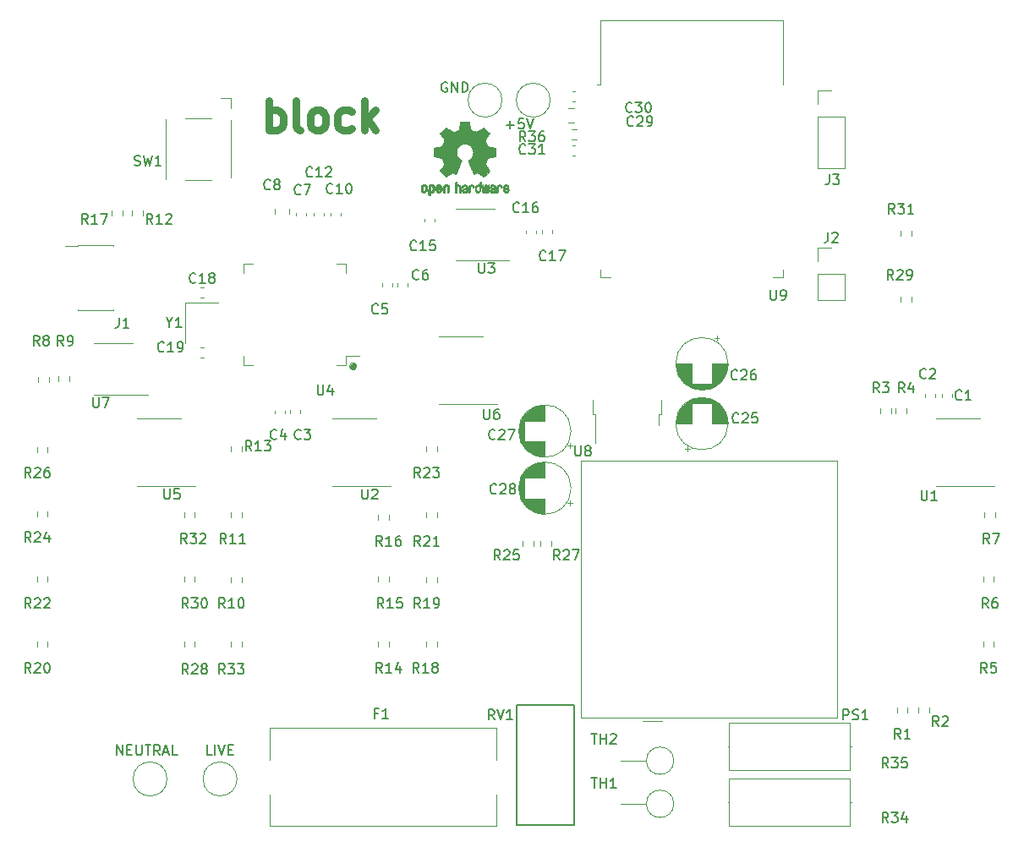
<source format=gto>
G04 #@! TF.GenerationSoftware,KiCad,Pcbnew,5.1.9*
G04 #@! TF.CreationDate,2021-01-09T13:55:21+02:00*
G04 #@! TF.ProjectId,block,626c6f63-6b2e-46b6-9963-61645f706362,rev?*
G04 #@! TF.SameCoordinates,Original*
G04 #@! TF.FileFunction,Legend,Top*
G04 #@! TF.FilePolarity,Positive*
%FSLAX46Y46*%
G04 Gerber Fmt 4.6, Leading zero omitted, Abs format (unit mm)*
G04 Created by KiCad (PCBNEW 5.1.9) date 2021-01-09 13:55:21*
%MOMM*%
%LPD*%
G01*
G04 APERTURE LIST*
%ADD10C,0.750000*%
%ADD11C,0.120000*%
%ADD12C,0.010000*%
%ADD13C,0.150000*%
%ADD14C,0.254000*%
%ADD15C,0.100000*%
G04 APERTURE END LIST*
D10*
X99870285Y-67016142D02*
X99870285Y-64016142D01*
X99870285Y-65159000D02*
X100156000Y-65016142D01*
X100727428Y-65016142D01*
X101013142Y-65159000D01*
X101156000Y-65301857D01*
X101298857Y-65587571D01*
X101298857Y-66444714D01*
X101156000Y-66730428D01*
X101013142Y-66873285D01*
X100727428Y-67016142D01*
X100156000Y-67016142D01*
X99870285Y-66873285D01*
X103013142Y-67016142D02*
X102727428Y-66873285D01*
X102584571Y-66587571D01*
X102584571Y-64016142D01*
X104584571Y-67016142D02*
X104298857Y-66873285D01*
X104156000Y-66730428D01*
X104013142Y-66444714D01*
X104013142Y-65587571D01*
X104156000Y-65301857D01*
X104298857Y-65159000D01*
X104584571Y-65016142D01*
X105013142Y-65016142D01*
X105298857Y-65159000D01*
X105441714Y-65301857D01*
X105584571Y-65587571D01*
X105584571Y-66444714D01*
X105441714Y-66730428D01*
X105298857Y-66873285D01*
X105013142Y-67016142D01*
X104584571Y-67016142D01*
X108156000Y-66873285D02*
X107870285Y-67016142D01*
X107298857Y-67016142D01*
X107013142Y-66873285D01*
X106870285Y-66730428D01*
X106727428Y-66444714D01*
X106727428Y-65587571D01*
X106870285Y-65301857D01*
X107013142Y-65159000D01*
X107298857Y-65016142D01*
X107870285Y-65016142D01*
X108156000Y-65159000D01*
X109441714Y-67016142D02*
X109441714Y-64016142D01*
X109727428Y-65873285D02*
X110584571Y-67016142D01*
X110584571Y-65016142D02*
X109441714Y-66159000D01*
D11*
X108690210Y-90678000D02*
G75*
G03*
X108690210Y-90678000I-359210J0D01*
G01*
D12*
G04 #@! TO.C,REF\u002A\u002A*
G36*
X119646878Y-66137776D02*
G01*
X119752612Y-66138355D01*
X119829132Y-66139922D01*
X119881372Y-66142972D01*
X119914263Y-66147996D01*
X119932737Y-66155489D01*
X119941727Y-66165944D01*
X119946163Y-66179853D01*
X119946594Y-66181654D01*
X119953333Y-66214145D01*
X119965808Y-66278252D01*
X119982719Y-66367151D01*
X120002771Y-66474019D01*
X120024664Y-66592033D01*
X120025429Y-66596178D01*
X120047359Y-66711831D01*
X120067877Y-66814014D01*
X120085659Y-66896598D01*
X120099381Y-66953456D01*
X120107718Y-66978458D01*
X120108116Y-66978901D01*
X120132677Y-66991110D01*
X120183315Y-67011456D01*
X120249095Y-67035545D01*
X120249461Y-67035674D01*
X120332317Y-67066818D01*
X120430000Y-67106491D01*
X120522077Y-67146381D01*
X120526434Y-67148353D01*
X120676407Y-67216420D01*
X121008498Y-66989639D01*
X121110374Y-66920504D01*
X121202657Y-66858697D01*
X121280003Y-66807733D01*
X121337064Y-66771127D01*
X121368495Y-66752394D01*
X121371479Y-66751004D01*
X121394321Y-66757190D01*
X121436982Y-66787035D01*
X121501128Y-66841947D01*
X121588421Y-66923334D01*
X121677535Y-67009922D01*
X121763441Y-67095247D01*
X121840327Y-67173108D01*
X121903564Y-67238697D01*
X121948523Y-67287205D01*
X121970576Y-67313825D01*
X121971396Y-67315195D01*
X121973834Y-67333463D01*
X121964650Y-67363295D01*
X121941574Y-67408721D01*
X121902337Y-67473770D01*
X121844670Y-67562470D01*
X121767795Y-67676657D01*
X121699570Y-67777162D01*
X121638582Y-67867303D01*
X121588356Y-67941849D01*
X121552416Y-67995565D01*
X121534287Y-68023218D01*
X121533146Y-68025095D01*
X121535359Y-68051590D01*
X121552138Y-68103086D01*
X121580142Y-68169851D01*
X121590122Y-68191172D01*
X121633672Y-68286159D01*
X121680134Y-68393937D01*
X121717877Y-68487192D01*
X121745073Y-68556406D01*
X121766675Y-68609006D01*
X121779158Y-68636497D01*
X121780709Y-68638616D01*
X121803668Y-68642124D01*
X121857786Y-68651738D01*
X121935868Y-68666089D01*
X122030719Y-68683807D01*
X122135143Y-68703525D01*
X122241944Y-68723874D01*
X122343926Y-68743486D01*
X122433894Y-68760991D01*
X122504653Y-68775022D01*
X122549006Y-68784209D01*
X122559885Y-68786807D01*
X122571122Y-68793218D01*
X122579605Y-68807697D01*
X122585714Y-68835133D01*
X122589832Y-68880411D01*
X122592341Y-68948420D01*
X122593621Y-69044047D01*
X122594054Y-69172180D01*
X122594077Y-69224701D01*
X122594077Y-69651845D01*
X122491500Y-69672091D01*
X122434431Y-69683070D01*
X122349269Y-69699095D01*
X122246372Y-69718233D01*
X122136096Y-69738551D01*
X122105615Y-69744132D01*
X122003855Y-69763917D01*
X121915205Y-69783373D01*
X121847108Y-69800697D01*
X121807004Y-69814088D01*
X121800323Y-69818079D01*
X121783919Y-69846342D01*
X121760399Y-69901109D01*
X121734316Y-69971588D01*
X121729142Y-69986769D01*
X121694956Y-70080896D01*
X121652523Y-70187101D01*
X121610997Y-70282473D01*
X121610792Y-70282916D01*
X121541640Y-70432525D01*
X121996512Y-71101617D01*
X121704500Y-71394116D01*
X121616180Y-71481170D01*
X121535625Y-71557909D01*
X121467360Y-71620237D01*
X121415908Y-71664056D01*
X121385794Y-71685270D01*
X121381474Y-71686616D01*
X121356111Y-71676016D01*
X121304358Y-71646547D01*
X121231868Y-71601705D01*
X121144294Y-71544984D01*
X121049612Y-71481462D01*
X120953516Y-71416668D01*
X120867837Y-71360287D01*
X120798016Y-71315788D01*
X120749494Y-71286639D01*
X120727782Y-71276308D01*
X120701293Y-71285050D01*
X120651062Y-71308087D01*
X120587451Y-71340631D01*
X120580708Y-71344249D01*
X120495046Y-71387210D01*
X120436306Y-71408279D01*
X120399772Y-71408503D01*
X120380731Y-71388928D01*
X120380620Y-71388654D01*
X120371102Y-71365472D01*
X120348403Y-71310441D01*
X120314282Y-71227822D01*
X120270500Y-71121872D01*
X120218816Y-70996852D01*
X120160992Y-70857020D01*
X120104991Y-70721637D01*
X120043447Y-70572234D01*
X119986939Y-70433832D01*
X119937161Y-70310673D01*
X119895806Y-70207002D01*
X119864568Y-70127059D01*
X119845141Y-70075088D01*
X119839154Y-70055692D01*
X119854168Y-70033443D01*
X119893439Y-69997982D01*
X119945807Y-69958887D01*
X120094941Y-69835245D01*
X120211511Y-69693522D01*
X120294118Y-69536704D01*
X120341366Y-69367775D01*
X120351857Y-69189722D01*
X120344231Y-69107539D01*
X120302682Y-68937031D01*
X120231123Y-68786459D01*
X120133995Y-68657309D01*
X120015734Y-68551064D01*
X119880780Y-68469210D01*
X119733571Y-68413232D01*
X119578544Y-68384615D01*
X119420139Y-68384844D01*
X119262794Y-68415405D01*
X119110946Y-68477782D01*
X118969035Y-68573460D01*
X118909803Y-68627572D01*
X118796203Y-68766520D01*
X118717106Y-68918361D01*
X118671986Y-69078667D01*
X118660316Y-69243012D01*
X118681569Y-69406971D01*
X118735220Y-69566118D01*
X118820740Y-69716025D01*
X118937605Y-69852267D01*
X119068193Y-69958887D01*
X119122588Y-69999642D01*
X119161014Y-70034718D01*
X119174846Y-70055726D01*
X119167603Y-70078635D01*
X119147005Y-70133365D01*
X119114746Y-70215672D01*
X119072521Y-70321315D01*
X119022023Y-70446050D01*
X118964948Y-70585636D01*
X118908854Y-70721670D01*
X118846967Y-70871201D01*
X118789644Y-71009767D01*
X118738644Y-71133107D01*
X118695727Y-71236964D01*
X118662653Y-71317080D01*
X118641181Y-71369195D01*
X118633225Y-71388654D01*
X118614429Y-71408423D01*
X118578074Y-71408365D01*
X118519479Y-71387441D01*
X118433968Y-71344613D01*
X118433292Y-71344249D01*
X118368907Y-71311012D01*
X118316861Y-71286802D01*
X118287512Y-71276404D01*
X118286217Y-71276308D01*
X118264124Y-71286855D01*
X118215348Y-71316184D01*
X118145331Y-71360827D01*
X118059514Y-71417314D01*
X117964388Y-71481462D01*
X117867540Y-71546411D01*
X117780253Y-71602896D01*
X117708181Y-71647421D01*
X117656977Y-71676490D01*
X117632526Y-71686616D01*
X117610010Y-71673307D01*
X117564742Y-71636112D01*
X117501244Y-71579128D01*
X117424039Y-71506449D01*
X117337651Y-71422171D01*
X117309399Y-71394016D01*
X117017287Y-71101416D01*
X117239631Y-70775104D01*
X117307202Y-70674897D01*
X117366507Y-70584963D01*
X117414217Y-70510510D01*
X117447007Y-70456751D01*
X117461548Y-70428894D01*
X117461974Y-70426912D01*
X117454308Y-70400655D01*
X117433689Y-70347837D01*
X117403685Y-70277310D01*
X117382625Y-70230093D01*
X117343248Y-70139694D01*
X117306165Y-70048366D01*
X117277415Y-69971200D01*
X117269605Y-69947692D01*
X117247417Y-69884916D01*
X117225727Y-69836411D01*
X117213813Y-69818079D01*
X117187523Y-69806859D01*
X117130142Y-69790954D01*
X117049118Y-69772167D01*
X116951895Y-69752299D01*
X116908385Y-69744132D01*
X116797896Y-69723829D01*
X116691916Y-69704170D01*
X116600801Y-69687088D01*
X116534908Y-69674518D01*
X116522500Y-69672091D01*
X116419923Y-69651845D01*
X116419923Y-69224701D01*
X116420153Y-69084246D01*
X116421099Y-68977979D01*
X116423141Y-68901013D01*
X116426662Y-68848460D01*
X116432043Y-68815433D01*
X116439666Y-68797045D01*
X116449912Y-68788408D01*
X116454115Y-68786807D01*
X116479470Y-68781127D01*
X116535484Y-68769795D01*
X116614964Y-68754179D01*
X116710712Y-68735647D01*
X116815533Y-68715569D01*
X116922232Y-68695312D01*
X117023613Y-68676246D01*
X117112479Y-68659739D01*
X117181637Y-68647159D01*
X117223889Y-68639875D01*
X117233290Y-68638616D01*
X117241807Y-68621763D01*
X117260660Y-68576870D01*
X117286324Y-68512430D01*
X117296123Y-68487192D01*
X117335648Y-68389686D01*
X117382192Y-68281959D01*
X117423877Y-68191172D01*
X117454550Y-68121753D01*
X117474956Y-68064710D01*
X117481768Y-68029777D01*
X117480682Y-68025095D01*
X117466285Y-68002991D01*
X117433412Y-67953831D01*
X117385590Y-67882848D01*
X117326348Y-67795278D01*
X117259215Y-67696357D01*
X117245941Y-67676830D01*
X117168046Y-67561140D01*
X117110787Y-67473044D01*
X117071881Y-67408486D01*
X117049044Y-67363411D01*
X117039994Y-67333763D01*
X117042448Y-67315485D01*
X117042511Y-67315369D01*
X117061827Y-67291361D01*
X117104551Y-67244947D01*
X117166051Y-67180937D01*
X117241698Y-67104145D01*
X117326861Y-67019382D01*
X117336465Y-67009922D01*
X117443790Y-66905989D01*
X117526615Y-66829675D01*
X117586605Y-66779571D01*
X117625423Y-66754270D01*
X117642520Y-66751004D01*
X117667473Y-66765250D01*
X117719255Y-66798156D01*
X117792520Y-66846208D01*
X117881920Y-66905890D01*
X117982111Y-66973688D01*
X118005501Y-66989639D01*
X118337593Y-67216420D01*
X118487565Y-67148353D01*
X118578770Y-67108685D01*
X118676669Y-67068791D01*
X118760831Y-67036983D01*
X118764538Y-67035674D01*
X118830369Y-67011576D01*
X118881116Y-66991200D01*
X118905842Y-66978936D01*
X118905884Y-66978901D01*
X118913729Y-66956734D01*
X118927066Y-66902217D01*
X118944570Y-66821480D01*
X118964917Y-66720650D01*
X118986782Y-66605856D01*
X118988571Y-66596178D01*
X119010504Y-66477904D01*
X119030640Y-66370542D01*
X119047680Y-66280917D01*
X119060328Y-66215851D01*
X119067284Y-66182168D01*
X119067406Y-66181654D01*
X119071639Y-66167325D01*
X119079871Y-66156507D01*
X119097033Y-66148706D01*
X119128058Y-66143429D01*
X119177878Y-66140182D01*
X119251424Y-66138472D01*
X119353629Y-66137807D01*
X119489425Y-66137693D01*
X119507000Y-66137692D01*
X119646878Y-66137776D01*
G37*
X119646878Y-66137776D02*
X119752612Y-66138355D01*
X119829132Y-66139922D01*
X119881372Y-66142972D01*
X119914263Y-66147996D01*
X119932737Y-66155489D01*
X119941727Y-66165944D01*
X119946163Y-66179853D01*
X119946594Y-66181654D01*
X119953333Y-66214145D01*
X119965808Y-66278252D01*
X119982719Y-66367151D01*
X120002771Y-66474019D01*
X120024664Y-66592033D01*
X120025429Y-66596178D01*
X120047359Y-66711831D01*
X120067877Y-66814014D01*
X120085659Y-66896598D01*
X120099381Y-66953456D01*
X120107718Y-66978458D01*
X120108116Y-66978901D01*
X120132677Y-66991110D01*
X120183315Y-67011456D01*
X120249095Y-67035545D01*
X120249461Y-67035674D01*
X120332317Y-67066818D01*
X120430000Y-67106491D01*
X120522077Y-67146381D01*
X120526434Y-67148353D01*
X120676407Y-67216420D01*
X121008498Y-66989639D01*
X121110374Y-66920504D01*
X121202657Y-66858697D01*
X121280003Y-66807733D01*
X121337064Y-66771127D01*
X121368495Y-66752394D01*
X121371479Y-66751004D01*
X121394321Y-66757190D01*
X121436982Y-66787035D01*
X121501128Y-66841947D01*
X121588421Y-66923334D01*
X121677535Y-67009922D01*
X121763441Y-67095247D01*
X121840327Y-67173108D01*
X121903564Y-67238697D01*
X121948523Y-67287205D01*
X121970576Y-67313825D01*
X121971396Y-67315195D01*
X121973834Y-67333463D01*
X121964650Y-67363295D01*
X121941574Y-67408721D01*
X121902337Y-67473770D01*
X121844670Y-67562470D01*
X121767795Y-67676657D01*
X121699570Y-67777162D01*
X121638582Y-67867303D01*
X121588356Y-67941849D01*
X121552416Y-67995565D01*
X121534287Y-68023218D01*
X121533146Y-68025095D01*
X121535359Y-68051590D01*
X121552138Y-68103086D01*
X121580142Y-68169851D01*
X121590122Y-68191172D01*
X121633672Y-68286159D01*
X121680134Y-68393937D01*
X121717877Y-68487192D01*
X121745073Y-68556406D01*
X121766675Y-68609006D01*
X121779158Y-68636497D01*
X121780709Y-68638616D01*
X121803668Y-68642124D01*
X121857786Y-68651738D01*
X121935868Y-68666089D01*
X122030719Y-68683807D01*
X122135143Y-68703525D01*
X122241944Y-68723874D01*
X122343926Y-68743486D01*
X122433894Y-68760991D01*
X122504653Y-68775022D01*
X122549006Y-68784209D01*
X122559885Y-68786807D01*
X122571122Y-68793218D01*
X122579605Y-68807697D01*
X122585714Y-68835133D01*
X122589832Y-68880411D01*
X122592341Y-68948420D01*
X122593621Y-69044047D01*
X122594054Y-69172180D01*
X122594077Y-69224701D01*
X122594077Y-69651845D01*
X122491500Y-69672091D01*
X122434431Y-69683070D01*
X122349269Y-69699095D01*
X122246372Y-69718233D01*
X122136096Y-69738551D01*
X122105615Y-69744132D01*
X122003855Y-69763917D01*
X121915205Y-69783373D01*
X121847108Y-69800697D01*
X121807004Y-69814088D01*
X121800323Y-69818079D01*
X121783919Y-69846342D01*
X121760399Y-69901109D01*
X121734316Y-69971588D01*
X121729142Y-69986769D01*
X121694956Y-70080896D01*
X121652523Y-70187101D01*
X121610997Y-70282473D01*
X121610792Y-70282916D01*
X121541640Y-70432525D01*
X121996512Y-71101617D01*
X121704500Y-71394116D01*
X121616180Y-71481170D01*
X121535625Y-71557909D01*
X121467360Y-71620237D01*
X121415908Y-71664056D01*
X121385794Y-71685270D01*
X121381474Y-71686616D01*
X121356111Y-71676016D01*
X121304358Y-71646547D01*
X121231868Y-71601705D01*
X121144294Y-71544984D01*
X121049612Y-71481462D01*
X120953516Y-71416668D01*
X120867837Y-71360287D01*
X120798016Y-71315788D01*
X120749494Y-71286639D01*
X120727782Y-71276308D01*
X120701293Y-71285050D01*
X120651062Y-71308087D01*
X120587451Y-71340631D01*
X120580708Y-71344249D01*
X120495046Y-71387210D01*
X120436306Y-71408279D01*
X120399772Y-71408503D01*
X120380731Y-71388928D01*
X120380620Y-71388654D01*
X120371102Y-71365472D01*
X120348403Y-71310441D01*
X120314282Y-71227822D01*
X120270500Y-71121872D01*
X120218816Y-70996852D01*
X120160992Y-70857020D01*
X120104991Y-70721637D01*
X120043447Y-70572234D01*
X119986939Y-70433832D01*
X119937161Y-70310673D01*
X119895806Y-70207002D01*
X119864568Y-70127059D01*
X119845141Y-70075088D01*
X119839154Y-70055692D01*
X119854168Y-70033443D01*
X119893439Y-69997982D01*
X119945807Y-69958887D01*
X120094941Y-69835245D01*
X120211511Y-69693522D01*
X120294118Y-69536704D01*
X120341366Y-69367775D01*
X120351857Y-69189722D01*
X120344231Y-69107539D01*
X120302682Y-68937031D01*
X120231123Y-68786459D01*
X120133995Y-68657309D01*
X120015734Y-68551064D01*
X119880780Y-68469210D01*
X119733571Y-68413232D01*
X119578544Y-68384615D01*
X119420139Y-68384844D01*
X119262794Y-68415405D01*
X119110946Y-68477782D01*
X118969035Y-68573460D01*
X118909803Y-68627572D01*
X118796203Y-68766520D01*
X118717106Y-68918361D01*
X118671986Y-69078667D01*
X118660316Y-69243012D01*
X118681569Y-69406971D01*
X118735220Y-69566118D01*
X118820740Y-69716025D01*
X118937605Y-69852267D01*
X119068193Y-69958887D01*
X119122588Y-69999642D01*
X119161014Y-70034718D01*
X119174846Y-70055726D01*
X119167603Y-70078635D01*
X119147005Y-70133365D01*
X119114746Y-70215672D01*
X119072521Y-70321315D01*
X119022023Y-70446050D01*
X118964948Y-70585636D01*
X118908854Y-70721670D01*
X118846967Y-70871201D01*
X118789644Y-71009767D01*
X118738644Y-71133107D01*
X118695727Y-71236964D01*
X118662653Y-71317080D01*
X118641181Y-71369195D01*
X118633225Y-71388654D01*
X118614429Y-71408423D01*
X118578074Y-71408365D01*
X118519479Y-71387441D01*
X118433968Y-71344613D01*
X118433292Y-71344249D01*
X118368907Y-71311012D01*
X118316861Y-71286802D01*
X118287512Y-71276404D01*
X118286217Y-71276308D01*
X118264124Y-71286855D01*
X118215348Y-71316184D01*
X118145331Y-71360827D01*
X118059514Y-71417314D01*
X117964388Y-71481462D01*
X117867540Y-71546411D01*
X117780253Y-71602896D01*
X117708181Y-71647421D01*
X117656977Y-71676490D01*
X117632526Y-71686616D01*
X117610010Y-71673307D01*
X117564742Y-71636112D01*
X117501244Y-71579128D01*
X117424039Y-71506449D01*
X117337651Y-71422171D01*
X117309399Y-71394016D01*
X117017287Y-71101416D01*
X117239631Y-70775104D01*
X117307202Y-70674897D01*
X117366507Y-70584963D01*
X117414217Y-70510510D01*
X117447007Y-70456751D01*
X117461548Y-70428894D01*
X117461974Y-70426912D01*
X117454308Y-70400655D01*
X117433689Y-70347837D01*
X117403685Y-70277310D01*
X117382625Y-70230093D01*
X117343248Y-70139694D01*
X117306165Y-70048366D01*
X117277415Y-69971200D01*
X117269605Y-69947692D01*
X117247417Y-69884916D01*
X117225727Y-69836411D01*
X117213813Y-69818079D01*
X117187523Y-69806859D01*
X117130142Y-69790954D01*
X117049118Y-69772167D01*
X116951895Y-69752299D01*
X116908385Y-69744132D01*
X116797896Y-69723829D01*
X116691916Y-69704170D01*
X116600801Y-69687088D01*
X116534908Y-69674518D01*
X116522500Y-69672091D01*
X116419923Y-69651845D01*
X116419923Y-69224701D01*
X116420153Y-69084246D01*
X116421099Y-68977979D01*
X116423141Y-68901013D01*
X116426662Y-68848460D01*
X116432043Y-68815433D01*
X116439666Y-68797045D01*
X116449912Y-68788408D01*
X116454115Y-68786807D01*
X116479470Y-68781127D01*
X116535484Y-68769795D01*
X116614964Y-68754179D01*
X116710712Y-68735647D01*
X116815533Y-68715569D01*
X116922232Y-68695312D01*
X117023613Y-68676246D01*
X117112479Y-68659739D01*
X117181637Y-68647159D01*
X117223889Y-68639875D01*
X117233290Y-68638616D01*
X117241807Y-68621763D01*
X117260660Y-68576870D01*
X117286324Y-68512430D01*
X117296123Y-68487192D01*
X117335648Y-68389686D01*
X117382192Y-68281959D01*
X117423877Y-68191172D01*
X117454550Y-68121753D01*
X117474956Y-68064710D01*
X117481768Y-68029777D01*
X117480682Y-68025095D01*
X117466285Y-68002991D01*
X117433412Y-67953831D01*
X117385590Y-67882848D01*
X117326348Y-67795278D01*
X117259215Y-67696357D01*
X117245941Y-67676830D01*
X117168046Y-67561140D01*
X117110787Y-67473044D01*
X117071881Y-67408486D01*
X117049044Y-67363411D01*
X117039994Y-67333763D01*
X117042448Y-67315485D01*
X117042511Y-67315369D01*
X117061827Y-67291361D01*
X117104551Y-67244947D01*
X117166051Y-67180937D01*
X117241698Y-67104145D01*
X117326861Y-67019382D01*
X117336465Y-67009922D01*
X117443790Y-66905989D01*
X117526615Y-66829675D01*
X117586605Y-66779571D01*
X117625423Y-66754270D01*
X117642520Y-66751004D01*
X117667473Y-66765250D01*
X117719255Y-66798156D01*
X117792520Y-66846208D01*
X117881920Y-66905890D01*
X117982111Y-66973688D01*
X118005501Y-66989639D01*
X118337593Y-67216420D01*
X118487565Y-67148353D01*
X118578770Y-67108685D01*
X118676669Y-67068791D01*
X118760831Y-67036983D01*
X118764538Y-67035674D01*
X118830369Y-67011576D01*
X118881116Y-66991200D01*
X118905842Y-66978936D01*
X118905884Y-66978901D01*
X118913729Y-66956734D01*
X118927066Y-66902217D01*
X118944570Y-66821480D01*
X118964917Y-66720650D01*
X118986782Y-66605856D01*
X118988571Y-66596178D01*
X119010504Y-66477904D01*
X119030640Y-66370542D01*
X119047680Y-66280917D01*
X119060328Y-66215851D01*
X119067284Y-66182168D01*
X119067406Y-66181654D01*
X119071639Y-66167325D01*
X119079871Y-66156507D01*
X119097033Y-66148706D01*
X119128058Y-66143429D01*
X119177878Y-66140182D01*
X119251424Y-66138472D01*
X119353629Y-66137807D01*
X119489425Y-66137693D01*
X119507000Y-66137692D01*
X119646878Y-66137776D01*
G36*
X123752224Y-72497838D02*
G01*
X123829528Y-72548361D01*
X123866814Y-72593590D01*
X123896353Y-72675663D01*
X123898699Y-72740607D01*
X123893385Y-72827445D01*
X123693115Y-72915103D01*
X123595739Y-72959887D01*
X123532113Y-72995913D01*
X123499029Y-73027117D01*
X123493280Y-73057436D01*
X123511658Y-73090805D01*
X123531923Y-73112923D01*
X123590889Y-73148393D01*
X123655024Y-73150879D01*
X123713926Y-73123235D01*
X123757197Y-73068320D01*
X123764936Y-73048928D01*
X123802006Y-72988364D01*
X123844654Y-72962552D01*
X123903154Y-72940471D01*
X123903154Y-73024184D01*
X123897982Y-73081150D01*
X123877723Y-73129189D01*
X123835262Y-73184346D01*
X123828951Y-73191514D01*
X123781720Y-73240585D01*
X123741121Y-73266920D01*
X123690328Y-73279035D01*
X123648220Y-73283003D01*
X123572902Y-73283991D01*
X123519286Y-73271466D01*
X123485838Y-73252869D01*
X123433268Y-73211975D01*
X123396879Y-73167748D01*
X123373850Y-73112126D01*
X123361359Y-73037047D01*
X123356587Y-72934449D01*
X123356206Y-72882376D01*
X123357501Y-72819948D01*
X123475471Y-72819948D01*
X123476839Y-72853438D01*
X123480249Y-72858923D01*
X123502753Y-72851472D01*
X123551182Y-72831753D01*
X123615908Y-72803718D01*
X123629443Y-72797692D01*
X123711244Y-72756096D01*
X123756312Y-72719538D01*
X123766217Y-72685296D01*
X123742526Y-72650648D01*
X123722960Y-72635339D01*
X123652360Y-72604721D01*
X123586280Y-72609780D01*
X123530959Y-72647151D01*
X123492636Y-72713473D01*
X123480349Y-72766116D01*
X123475471Y-72819948D01*
X123357501Y-72819948D01*
X123358730Y-72760720D01*
X123368032Y-72670710D01*
X123386460Y-72605167D01*
X123416360Y-72556912D01*
X123460080Y-72518767D01*
X123479141Y-72506440D01*
X123565726Y-72474336D01*
X123660522Y-72472316D01*
X123752224Y-72497838D01*
G37*
X123752224Y-72497838D02*
X123829528Y-72548361D01*
X123866814Y-72593590D01*
X123896353Y-72675663D01*
X123898699Y-72740607D01*
X123893385Y-72827445D01*
X123693115Y-72915103D01*
X123595739Y-72959887D01*
X123532113Y-72995913D01*
X123499029Y-73027117D01*
X123493280Y-73057436D01*
X123511658Y-73090805D01*
X123531923Y-73112923D01*
X123590889Y-73148393D01*
X123655024Y-73150879D01*
X123713926Y-73123235D01*
X123757197Y-73068320D01*
X123764936Y-73048928D01*
X123802006Y-72988364D01*
X123844654Y-72962552D01*
X123903154Y-72940471D01*
X123903154Y-73024184D01*
X123897982Y-73081150D01*
X123877723Y-73129189D01*
X123835262Y-73184346D01*
X123828951Y-73191514D01*
X123781720Y-73240585D01*
X123741121Y-73266920D01*
X123690328Y-73279035D01*
X123648220Y-73283003D01*
X123572902Y-73283991D01*
X123519286Y-73271466D01*
X123485838Y-73252869D01*
X123433268Y-73211975D01*
X123396879Y-73167748D01*
X123373850Y-73112126D01*
X123361359Y-73037047D01*
X123356587Y-72934449D01*
X123356206Y-72882376D01*
X123357501Y-72819948D01*
X123475471Y-72819948D01*
X123476839Y-72853438D01*
X123480249Y-72858923D01*
X123502753Y-72851472D01*
X123551182Y-72831753D01*
X123615908Y-72803718D01*
X123629443Y-72797692D01*
X123711244Y-72756096D01*
X123756312Y-72719538D01*
X123766217Y-72685296D01*
X123742526Y-72650648D01*
X123722960Y-72635339D01*
X123652360Y-72604721D01*
X123586280Y-72609780D01*
X123530959Y-72647151D01*
X123492636Y-72713473D01*
X123480349Y-72766116D01*
X123475471Y-72819948D01*
X123357501Y-72819948D01*
X123358730Y-72760720D01*
X123368032Y-72670710D01*
X123386460Y-72605167D01*
X123416360Y-72556912D01*
X123460080Y-72518767D01*
X123479141Y-72506440D01*
X123565726Y-72474336D01*
X123660522Y-72472316D01*
X123752224Y-72497838D01*
G36*
X123077807Y-72486782D02*
G01*
X123101161Y-72496988D01*
X123156902Y-72541134D01*
X123204569Y-72604967D01*
X123234048Y-72673087D01*
X123238846Y-72706670D01*
X123222760Y-72753556D01*
X123187475Y-72778365D01*
X123149644Y-72793387D01*
X123132321Y-72796155D01*
X123123886Y-72776066D01*
X123107230Y-72732351D01*
X123099923Y-72712598D01*
X123058948Y-72644271D01*
X122999622Y-72610191D01*
X122923552Y-72611239D01*
X122917918Y-72612581D01*
X122877305Y-72631836D01*
X122847448Y-72669375D01*
X122827055Y-72729809D01*
X122814836Y-72817751D01*
X122809500Y-72937813D01*
X122809000Y-73001698D01*
X122808752Y-73102403D01*
X122807126Y-73171054D01*
X122802801Y-73214673D01*
X122794454Y-73240282D01*
X122780765Y-73254903D01*
X122760411Y-73265558D01*
X122759234Y-73266095D01*
X122720038Y-73282667D01*
X122700619Y-73288769D01*
X122697635Y-73270319D01*
X122695081Y-73219323D01*
X122693140Y-73142308D01*
X122691997Y-73045805D01*
X122691769Y-72975184D01*
X122692932Y-72838525D01*
X122697479Y-72734851D01*
X122706999Y-72658108D01*
X122723081Y-72602246D01*
X122747313Y-72561212D01*
X122781286Y-72528954D01*
X122814833Y-72506440D01*
X122895499Y-72476476D01*
X122989381Y-72469718D01*
X123077807Y-72486782D01*
G37*
X123077807Y-72486782D02*
X123101161Y-72496988D01*
X123156902Y-72541134D01*
X123204569Y-72604967D01*
X123234048Y-72673087D01*
X123238846Y-72706670D01*
X123222760Y-72753556D01*
X123187475Y-72778365D01*
X123149644Y-72793387D01*
X123132321Y-72796155D01*
X123123886Y-72776066D01*
X123107230Y-72732351D01*
X123099923Y-72712598D01*
X123058948Y-72644271D01*
X122999622Y-72610191D01*
X122923552Y-72611239D01*
X122917918Y-72612581D01*
X122877305Y-72631836D01*
X122847448Y-72669375D01*
X122827055Y-72729809D01*
X122814836Y-72817751D01*
X122809500Y-72937813D01*
X122809000Y-73001698D01*
X122808752Y-73102403D01*
X122807126Y-73171054D01*
X122802801Y-73214673D01*
X122794454Y-73240282D01*
X122780765Y-73254903D01*
X122760411Y-73265558D01*
X122759234Y-73266095D01*
X122720038Y-73282667D01*
X122700619Y-73288769D01*
X122697635Y-73270319D01*
X122695081Y-73219323D01*
X122693140Y-73142308D01*
X122691997Y-73045805D01*
X122691769Y-72975184D01*
X122692932Y-72838525D01*
X122697479Y-72734851D01*
X122706999Y-72658108D01*
X122723081Y-72602246D01*
X122747313Y-72561212D01*
X122781286Y-72528954D01*
X122814833Y-72506440D01*
X122895499Y-72476476D01*
X122989381Y-72469718D01*
X123077807Y-72486782D01*
G36*
X122394333Y-72483528D02*
G01*
X122450590Y-72509117D01*
X122494747Y-72540124D01*
X122527101Y-72574795D01*
X122549438Y-72619520D01*
X122563546Y-72680692D01*
X122571211Y-72764701D01*
X122574220Y-72877940D01*
X122574538Y-72952509D01*
X122574538Y-73243420D01*
X122524773Y-73266095D01*
X122485576Y-73282667D01*
X122466157Y-73288769D01*
X122462442Y-73270610D01*
X122459495Y-73221648D01*
X122457691Y-73150153D01*
X122457308Y-73093385D01*
X122455661Y-73011371D01*
X122451222Y-72946309D01*
X122444740Y-72906467D01*
X122439590Y-72898000D01*
X122404977Y-72906646D01*
X122350640Y-72928823D01*
X122287722Y-72958886D01*
X122227368Y-72991192D01*
X122180721Y-73020098D01*
X122158926Y-73039961D01*
X122158839Y-73040175D01*
X122160714Y-73076935D01*
X122177525Y-73112026D01*
X122207039Y-73140528D01*
X122250116Y-73150061D01*
X122286932Y-73148950D01*
X122339074Y-73148133D01*
X122366444Y-73160349D01*
X122382882Y-73192624D01*
X122384955Y-73198710D01*
X122392081Y-73244739D01*
X122373024Y-73272687D01*
X122323353Y-73286007D01*
X122269697Y-73288470D01*
X122173142Y-73270210D01*
X122123159Y-73244131D01*
X122061429Y-73182868D01*
X122028690Y-73107670D01*
X122025753Y-73028211D01*
X122053424Y-72954167D01*
X122095047Y-72907769D01*
X122136604Y-72881793D01*
X122201922Y-72848907D01*
X122278038Y-72815557D01*
X122290726Y-72810461D01*
X122374333Y-72773565D01*
X122422530Y-72741046D01*
X122438030Y-72708718D01*
X122423550Y-72672394D01*
X122398692Y-72644000D01*
X122339939Y-72609039D01*
X122275293Y-72606417D01*
X122216008Y-72633358D01*
X122173339Y-72687088D01*
X122167739Y-72700950D01*
X122135133Y-72751936D01*
X122087530Y-72789787D01*
X122027461Y-72820850D01*
X122027461Y-72732768D01*
X122030997Y-72678951D01*
X122046156Y-72636534D01*
X122079768Y-72591279D01*
X122112035Y-72556420D01*
X122162209Y-72507062D01*
X122201193Y-72480547D01*
X122243064Y-72469911D01*
X122290460Y-72468154D01*
X122394333Y-72483528D01*
G37*
X122394333Y-72483528D02*
X122450590Y-72509117D01*
X122494747Y-72540124D01*
X122527101Y-72574795D01*
X122549438Y-72619520D01*
X122563546Y-72680692D01*
X122571211Y-72764701D01*
X122574220Y-72877940D01*
X122574538Y-72952509D01*
X122574538Y-73243420D01*
X122524773Y-73266095D01*
X122485576Y-73282667D01*
X122466157Y-73288769D01*
X122462442Y-73270610D01*
X122459495Y-73221648D01*
X122457691Y-73150153D01*
X122457308Y-73093385D01*
X122455661Y-73011371D01*
X122451222Y-72946309D01*
X122444740Y-72906467D01*
X122439590Y-72898000D01*
X122404977Y-72906646D01*
X122350640Y-72928823D01*
X122287722Y-72958886D01*
X122227368Y-72991192D01*
X122180721Y-73020098D01*
X122158926Y-73039961D01*
X122158839Y-73040175D01*
X122160714Y-73076935D01*
X122177525Y-73112026D01*
X122207039Y-73140528D01*
X122250116Y-73150061D01*
X122286932Y-73148950D01*
X122339074Y-73148133D01*
X122366444Y-73160349D01*
X122382882Y-73192624D01*
X122384955Y-73198710D01*
X122392081Y-73244739D01*
X122373024Y-73272687D01*
X122323353Y-73286007D01*
X122269697Y-73288470D01*
X122173142Y-73270210D01*
X122123159Y-73244131D01*
X122061429Y-73182868D01*
X122028690Y-73107670D01*
X122025753Y-73028211D01*
X122053424Y-72954167D01*
X122095047Y-72907769D01*
X122136604Y-72881793D01*
X122201922Y-72848907D01*
X122278038Y-72815557D01*
X122290726Y-72810461D01*
X122374333Y-72773565D01*
X122422530Y-72741046D01*
X122438030Y-72708718D01*
X122423550Y-72672394D01*
X122398692Y-72644000D01*
X122339939Y-72609039D01*
X122275293Y-72606417D01*
X122216008Y-72633358D01*
X122173339Y-72687088D01*
X122167739Y-72700950D01*
X122135133Y-72751936D01*
X122087530Y-72789787D01*
X122027461Y-72820850D01*
X122027461Y-72732768D01*
X122030997Y-72678951D01*
X122046156Y-72636534D01*
X122079768Y-72591279D01*
X122112035Y-72556420D01*
X122162209Y-72507062D01*
X122201193Y-72480547D01*
X122243064Y-72469911D01*
X122290460Y-72468154D01*
X122394333Y-72483528D01*
G36*
X121902929Y-72486662D02*
G01*
X121905911Y-72538068D01*
X121908247Y-72616192D01*
X121909749Y-72714857D01*
X121910231Y-72818343D01*
X121910231Y-73168533D01*
X121848401Y-73230363D01*
X121805793Y-73268462D01*
X121768390Y-73283895D01*
X121717270Y-73282918D01*
X121696978Y-73280433D01*
X121633554Y-73273200D01*
X121581095Y-73269055D01*
X121568308Y-73268672D01*
X121525199Y-73271176D01*
X121463544Y-73277462D01*
X121439638Y-73280433D01*
X121380922Y-73285028D01*
X121341464Y-73275046D01*
X121302338Y-73244228D01*
X121288215Y-73230363D01*
X121226385Y-73168533D01*
X121226385Y-72513503D01*
X121276150Y-72490829D01*
X121319002Y-72474034D01*
X121344073Y-72468154D01*
X121350501Y-72486736D01*
X121356509Y-72538655D01*
X121361697Y-72618172D01*
X121365664Y-72719546D01*
X121367577Y-72805192D01*
X121372923Y-73142231D01*
X121419560Y-73148825D01*
X121461976Y-73144214D01*
X121482760Y-73129287D01*
X121488570Y-73101377D01*
X121493530Y-73041925D01*
X121497246Y-72958466D01*
X121499324Y-72858532D01*
X121499624Y-72807104D01*
X121499923Y-72511054D01*
X121561454Y-72489604D01*
X121605004Y-72475020D01*
X121628694Y-72468219D01*
X121629377Y-72468154D01*
X121631754Y-72486642D01*
X121634366Y-72537906D01*
X121636995Y-72615649D01*
X121639421Y-72713574D01*
X121641115Y-72805192D01*
X121646461Y-73142231D01*
X121763692Y-73142231D01*
X121769072Y-72834746D01*
X121774451Y-72527261D01*
X121831601Y-72497707D01*
X121873797Y-72477413D01*
X121898770Y-72468204D01*
X121899491Y-72468154D01*
X121902929Y-72486662D01*
G37*
X121902929Y-72486662D02*
X121905911Y-72538068D01*
X121908247Y-72616192D01*
X121909749Y-72714857D01*
X121910231Y-72818343D01*
X121910231Y-73168533D01*
X121848401Y-73230363D01*
X121805793Y-73268462D01*
X121768390Y-73283895D01*
X121717270Y-73282918D01*
X121696978Y-73280433D01*
X121633554Y-73273200D01*
X121581095Y-73269055D01*
X121568308Y-73268672D01*
X121525199Y-73271176D01*
X121463544Y-73277462D01*
X121439638Y-73280433D01*
X121380922Y-73285028D01*
X121341464Y-73275046D01*
X121302338Y-73244228D01*
X121288215Y-73230363D01*
X121226385Y-73168533D01*
X121226385Y-72513503D01*
X121276150Y-72490829D01*
X121319002Y-72474034D01*
X121344073Y-72468154D01*
X121350501Y-72486736D01*
X121356509Y-72538655D01*
X121361697Y-72618172D01*
X121365664Y-72719546D01*
X121367577Y-72805192D01*
X121372923Y-73142231D01*
X121419560Y-73148825D01*
X121461976Y-73144214D01*
X121482760Y-73129287D01*
X121488570Y-73101377D01*
X121493530Y-73041925D01*
X121497246Y-72958466D01*
X121499324Y-72858532D01*
X121499624Y-72807104D01*
X121499923Y-72511054D01*
X121561454Y-72489604D01*
X121605004Y-72475020D01*
X121628694Y-72468219D01*
X121629377Y-72468154D01*
X121631754Y-72486642D01*
X121634366Y-72537906D01*
X121636995Y-72615649D01*
X121639421Y-72713574D01*
X121641115Y-72805192D01*
X121646461Y-73142231D01*
X121763692Y-73142231D01*
X121769072Y-72834746D01*
X121774451Y-72527261D01*
X121831601Y-72497707D01*
X121873797Y-72477413D01*
X121898770Y-72468204D01*
X121899491Y-72468154D01*
X121902929Y-72486662D01*
G36*
X121109081Y-72630289D02*
G01*
X121108833Y-72776320D01*
X121107872Y-72888655D01*
X121105794Y-72972678D01*
X121102193Y-73033769D01*
X121096665Y-73077309D01*
X121088804Y-73108679D01*
X121078207Y-73133262D01*
X121070182Y-73147294D01*
X121003728Y-73223388D01*
X120919470Y-73271084D01*
X120826249Y-73288199D01*
X120732900Y-73272546D01*
X120677312Y-73244418D01*
X120618957Y-73195760D01*
X120579186Y-73136333D01*
X120555190Y-73058507D01*
X120544161Y-72954652D01*
X120542599Y-72878462D01*
X120542809Y-72872986D01*
X120679308Y-72872986D01*
X120680141Y-72960355D01*
X120683961Y-73018192D01*
X120692746Y-73056029D01*
X120708474Y-73083398D01*
X120727266Y-73104042D01*
X120790375Y-73143890D01*
X120858137Y-73147295D01*
X120922179Y-73114025D01*
X120927164Y-73109517D01*
X120948439Y-73086067D01*
X120961779Y-73058166D01*
X120969001Y-73016641D01*
X120971923Y-72952316D01*
X120972385Y-72881200D01*
X120971383Y-72791858D01*
X120967238Y-72732258D01*
X120958236Y-72693089D01*
X120942667Y-72665040D01*
X120929902Y-72650144D01*
X120870600Y-72612575D01*
X120802301Y-72608057D01*
X120737110Y-72636753D01*
X120724528Y-72647406D01*
X120703111Y-72671063D01*
X120689744Y-72699251D01*
X120682566Y-72741245D01*
X120679719Y-72806319D01*
X120679308Y-72872986D01*
X120542809Y-72872986D01*
X120547322Y-72755765D01*
X120563362Y-72663577D01*
X120593528Y-72594269D01*
X120640629Y-72540211D01*
X120677312Y-72512505D01*
X120743990Y-72482572D01*
X120821272Y-72468678D01*
X120893110Y-72472397D01*
X120933308Y-72487400D01*
X120949082Y-72491670D01*
X120959550Y-72475750D01*
X120966856Y-72433089D01*
X120972385Y-72368106D01*
X120978437Y-72295732D01*
X120986844Y-72252187D01*
X121002141Y-72227287D01*
X121028864Y-72210845D01*
X121045654Y-72203564D01*
X121109154Y-72176963D01*
X121109081Y-72630289D01*
G37*
X121109081Y-72630289D02*
X121108833Y-72776320D01*
X121107872Y-72888655D01*
X121105794Y-72972678D01*
X121102193Y-73033769D01*
X121096665Y-73077309D01*
X121088804Y-73108679D01*
X121078207Y-73133262D01*
X121070182Y-73147294D01*
X121003728Y-73223388D01*
X120919470Y-73271084D01*
X120826249Y-73288199D01*
X120732900Y-73272546D01*
X120677312Y-73244418D01*
X120618957Y-73195760D01*
X120579186Y-73136333D01*
X120555190Y-73058507D01*
X120544161Y-72954652D01*
X120542599Y-72878462D01*
X120542809Y-72872986D01*
X120679308Y-72872986D01*
X120680141Y-72960355D01*
X120683961Y-73018192D01*
X120692746Y-73056029D01*
X120708474Y-73083398D01*
X120727266Y-73104042D01*
X120790375Y-73143890D01*
X120858137Y-73147295D01*
X120922179Y-73114025D01*
X120927164Y-73109517D01*
X120948439Y-73086067D01*
X120961779Y-73058166D01*
X120969001Y-73016641D01*
X120971923Y-72952316D01*
X120972385Y-72881200D01*
X120971383Y-72791858D01*
X120967238Y-72732258D01*
X120958236Y-72693089D01*
X120942667Y-72665040D01*
X120929902Y-72650144D01*
X120870600Y-72612575D01*
X120802301Y-72608057D01*
X120737110Y-72636753D01*
X120724528Y-72647406D01*
X120703111Y-72671063D01*
X120689744Y-72699251D01*
X120682566Y-72741245D01*
X120679719Y-72806319D01*
X120679308Y-72872986D01*
X120542809Y-72872986D01*
X120547322Y-72755765D01*
X120563362Y-72663577D01*
X120593528Y-72594269D01*
X120640629Y-72540211D01*
X120677312Y-72512505D01*
X120743990Y-72482572D01*
X120821272Y-72468678D01*
X120893110Y-72472397D01*
X120933308Y-72487400D01*
X120949082Y-72491670D01*
X120959550Y-72475750D01*
X120966856Y-72433089D01*
X120972385Y-72368106D01*
X120978437Y-72295732D01*
X120986844Y-72252187D01*
X121002141Y-72227287D01*
X121028864Y-72210845D01*
X121045654Y-72203564D01*
X121109154Y-72176963D01*
X121109081Y-72630289D01*
G36*
X120220362Y-72474670D02*
G01*
X120309117Y-72507421D01*
X120381022Y-72565350D01*
X120409144Y-72606128D01*
X120439802Y-72680954D01*
X120439165Y-72735058D01*
X120406987Y-72771446D01*
X120395081Y-72777633D01*
X120343675Y-72796925D01*
X120317422Y-72791982D01*
X120308530Y-72759587D01*
X120308077Y-72741692D01*
X120291797Y-72675859D01*
X120249365Y-72629807D01*
X120190388Y-72607564D01*
X120124475Y-72613161D01*
X120070895Y-72642229D01*
X120052798Y-72658810D01*
X120039971Y-72678925D01*
X120031306Y-72709332D01*
X120025696Y-72756788D01*
X120022035Y-72828050D01*
X120019215Y-72929875D01*
X120018484Y-72962115D01*
X120015820Y-73072410D01*
X120012792Y-73150036D01*
X120008250Y-73201396D01*
X120001046Y-73232890D01*
X119990033Y-73250920D01*
X119974060Y-73261888D01*
X119963834Y-73266733D01*
X119920406Y-73283301D01*
X119894842Y-73288769D01*
X119886395Y-73270507D01*
X119881239Y-73215296D01*
X119879346Y-73122499D01*
X119880689Y-72991478D01*
X119881107Y-72971269D01*
X119884058Y-72851733D01*
X119887548Y-72764449D01*
X119892514Y-72702591D01*
X119899893Y-72659336D01*
X119910624Y-72627860D01*
X119925645Y-72601339D01*
X119933502Y-72589975D01*
X119978553Y-72539692D01*
X120028940Y-72500581D01*
X120035108Y-72497167D01*
X120125458Y-72470212D01*
X120220362Y-72474670D01*
G37*
X120220362Y-72474670D02*
X120309117Y-72507421D01*
X120381022Y-72565350D01*
X120409144Y-72606128D01*
X120439802Y-72680954D01*
X120439165Y-72735058D01*
X120406987Y-72771446D01*
X120395081Y-72777633D01*
X120343675Y-72796925D01*
X120317422Y-72791982D01*
X120308530Y-72759587D01*
X120308077Y-72741692D01*
X120291797Y-72675859D01*
X120249365Y-72629807D01*
X120190388Y-72607564D01*
X120124475Y-72613161D01*
X120070895Y-72642229D01*
X120052798Y-72658810D01*
X120039971Y-72678925D01*
X120031306Y-72709332D01*
X120025696Y-72756788D01*
X120022035Y-72828050D01*
X120019215Y-72929875D01*
X120018484Y-72962115D01*
X120015820Y-73072410D01*
X120012792Y-73150036D01*
X120008250Y-73201396D01*
X120001046Y-73232890D01*
X119990033Y-73250920D01*
X119974060Y-73261888D01*
X119963834Y-73266733D01*
X119920406Y-73283301D01*
X119894842Y-73288769D01*
X119886395Y-73270507D01*
X119881239Y-73215296D01*
X119879346Y-73122499D01*
X119880689Y-72991478D01*
X119881107Y-72971269D01*
X119884058Y-72851733D01*
X119887548Y-72764449D01*
X119892514Y-72702591D01*
X119899893Y-72659336D01*
X119910624Y-72627860D01*
X119925645Y-72601339D01*
X119933502Y-72589975D01*
X119978553Y-72539692D01*
X120028940Y-72500581D01*
X120035108Y-72497167D01*
X120125458Y-72470212D01*
X120220362Y-72474670D01*
G36*
X119560501Y-72476303D02*
G01*
X119637060Y-72504733D01*
X119637936Y-72505279D01*
X119685285Y-72540127D01*
X119720241Y-72580852D01*
X119744825Y-72633925D01*
X119761062Y-72705814D01*
X119770975Y-72802992D01*
X119776586Y-72931928D01*
X119777077Y-72950298D01*
X119784141Y-73227287D01*
X119724695Y-73258028D01*
X119681681Y-73278802D01*
X119655710Y-73288646D01*
X119654509Y-73288769D01*
X119650014Y-73270606D01*
X119646444Y-73221612D01*
X119644248Y-73150031D01*
X119643769Y-73092068D01*
X119643758Y-72998170D01*
X119639466Y-72939203D01*
X119624503Y-72911079D01*
X119592482Y-72909706D01*
X119537014Y-72930998D01*
X119453269Y-72970136D01*
X119391689Y-73002643D01*
X119360017Y-73030845D01*
X119350706Y-73061582D01*
X119350692Y-73063104D01*
X119366057Y-73116054D01*
X119411547Y-73144660D01*
X119481166Y-73148803D01*
X119531313Y-73148084D01*
X119557754Y-73162527D01*
X119574243Y-73197218D01*
X119583733Y-73241416D01*
X119570057Y-73266493D01*
X119564907Y-73270082D01*
X119516425Y-73284496D01*
X119448531Y-73286537D01*
X119378612Y-73276983D01*
X119329068Y-73259522D01*
X119260570Y-73201364D01*
X119221634Y-73120408D01*
X119213923Y-73057160D01*
X119219807Y-73000111D01*
X119241101Y-72953542D01*
X119283265Y-72912181D01*
X119351759Y-72870755D01*
X119452044Y-72823993D01*
X119458154Y-72821350D01*
X119548490Y-72779617D01*
X119604235Y-72745391D01*
X119628129Y-72714635D01*
X119622913Y-72683311D01*
X119591328Y-72647383D01*
X119581883Y-72639116D01*
X119518617Y-72607058D01*
X119453064Y-72608407D01*
X119395972Y-72639838D01*
X119358093Y-72698024D01*
X119354574Y-72709446D01*
X119320300Y-72764837D01*
X119276809Y-72791518D01*
X119213923Y-72817960D01*
X119213923Y-72749548D01*
X119233052Y-72650110D01*
X119289831Y-72558902D01*
X119319378Y-72528389D01*
X119386542Y-72489228D01*
X119471956Y-72471500D01*
X119560501Y-72476303D01*
G37*
X119560501Y-72476303D02*
X119637060Y-72504733D01*
X119637936Y-72505279D01*
X119685285Y-72540127D01*
X119720241Y-72580852D01*
X119744825Y-72633925D01*
X119761062Y-72705814D01*
X119770975Y-72802992D01*
X119776586Y-72931928D01*
X119777077Y-72950298D01*
X119784141Y-73227287D01*
X119724695Y-73258028D01*
X119681681Y-73278802D01*
X119655710Y-73288646D01*
X119654509Y-73288769D01*
X119650014Y-73270606D01*
X119646444Y-73221612D01*
X119644248Y-73150031D01*
X119643769Y-73092068D01*
X119643758Y-72998170D01*
X119639466Y-72939203D01*
X119624503Y-72911079D01*
X119592482Y-72909706D01*
X119537014Y-72930998D01*
X119453269Y-72970136D01*
X119391689Y-73002643D01*
X119360017Y-73030845D01*
X119350706Y-73061582D01*
X119350692Y-73063104D01*
X119366057Y-73116054D01*
X119411547Y-73144660D01*
X119481166Y-73148803D01*
X119531313Y-73148084D01*
X119557754Y-73162527D01*
X119574243Y-73197218D01*
X119583733Y-73241416D01*
X119570057Y-73266493D01*
X119564907Y-73270082D01*
X119516425Y-73284496D01*
X119448531Y-73286537D01*
X119378612Y-73276983D01*
X119329068Y-73259522D01*
X119260570Y-73201364D01*
X119221634Y-73120408D01*
X119213923Y-73057160D01*
X119219807Y-73000111D01*
X119241101Y-72953542D01*
X119283265Y-72912181D01*
X119351759Y-72870755D01*
X119452044Y-72823993D01*
X119458154Y-72821350D01*
X119548490Y-72779617D01*
X119604235Y-72745391D01*
X119628129Y-72714635D01*
X119622913Y-72683311D01*
X119591328Y-72647383D01*
X119581883Y-72639116D01*
X119518617Y-72607058D01*
X119453064Y-72608407D01*
X119395972Y-72639838D01*
X119358093Y-72698024D01*
X119354574Y-72709446D01*
X119320300Y-72764837D01*
X119276809Y-72791518D01*
X119213923Y-72817960D01*
X119213923Y-72749548D01*
X119233052Y-72650110D01*
X119289831Y-72558902D01*
X119319378Y-72528389D01*
X119386542Y-72489228D01*
X119471956Y-72471500D01*
X119560501Y-72476303D01*
G36*
X118666846Y-72342120D02*
G01*
X118672572Y-72421980D01*
X118679149Y-72469039D01*
X118688262Y-72489566D01*
X118701598Y-72489829D01*
X118705923Y-72487378D01*
X118763444Y-72469636D01*
X118838268Y-72470672D01*
X118914339Y-72488910D01*
X118961918Y-72512505D01*
X119010702Y-72550198D01*
X119046364Y-72592855D01*
X119070845Y-72647057D01*
X119086087Y-72719384D01*
X119094030Y-72816419D01*
X119096616Y-72944742D01*
X119096662Y-72969358D01*
X119096692Y-73245870D01*
X119035161Y-73267320D01*
X118991459Y-73281912D01*
X118967482Y-73288706D01*
X118966777Y-73288769D01*
X118964415Y-73270345D01*
X118962406Y-73219526D01*
X118960901Y-73142993D01*
X118960053Y-73047430D01*
X118959923Y-72989329D01*
X118959651Y-72874771D01*
X118958252Y-72792667D01*
X118954849Y-72736393D01*
X118948567Y-72699326D01*
X118938529Y-72674844D01*
X118923861Y-72656325D01*
X118914702Y-72647406D01*
X118851789Y-72611466D01*
X118783136Y-72608775D01*
X118720848Y-72639170D01*
X118709329Y-72650144D01*
X118692433Y-72670779D01*
X118680714Y-72695256D01*
X118673233Y-72730647D01*
X118669054Y-72784026D01*
X118667237Y-72862466D01*
X118666846Y-72970617D01*
X118666846Y-73245870D01*
X118605315Y-73267320D01*
X118561613Y-73281912D01*
X118537636Y-73288706D01*
X118536930Y-73288769D01*
X118535126Y-73270069D01*
X118533500Y-73217322D01*
X118532117Y-73135557D01*
X118531042Y-73029805D01*
X118530340Y-72905094D01*
X118530077Y-72766455D01*
X118530077Y-72231806D01*
X118657077Y-72178236D01*
X118666846Y-72342120D01*
G37*
X118666846Y-72342120D02*
X118672572Y-72421980D01*
X118679149Y-72469039D01*
X118688262Y-72489566D01*
X118701598Y-72489829D01*
X118705923Y-72487378D01*
X118763444Y-72469636D01*
X118838268Y-72470672D01*
X118914339Y-72488910D01*
X118961918Y-72512505D01*
X119010702Y-72550198D01*
X119046364Y-72592855D01*
X119070845Y-72647057D01*
X119086087Y-72719384D01*
X119094030Y-72816419D01*
X119096616Y-72944742D01*
X119096662Y-72969358D01*
X119096692Y-73245870D01*
X119035161Y-73267320D01*
X118991459Y-73281912D01*
X118967482Y-73288706D01*
X118966777Y-73288769D01*
X118964415Y-73270345D01*
X118962406Y-73219526D01*
X118960901Y-73142993D01*
X118960053Y-73047430D01*
X118959923Y-72989329D01*
X118959651Y-72874771D01*
X118958252Y-72792667D01*
X118954849Y-72736393D01*
X118948567Y-72699326D01*
X118938529Y-72674844D01*
X118923861Y-72656325D01*
X118914702Y-72647406D01*
X118851789Y-72611466D01*
X118783136Y-72608775D01*
X118720848Y-72639170D01*
X118709329Y-72650144D01*
X118692433Y-72670779D01*
X118680714Y-72695256D01*
X118673233Y-72730647D01*
X118669054Y-72784026D01*
X118667237Y-72862466D01*
X118666846Y-72970617D01*
X118666846Y-73245870D01*
X118605315Y-73267320D01*
X118561613Y-73281912D01*
X118537636Y-73288706D01*
X118536930Y-73288769D01*
X118535126Y-73270069D01*
X118533500Y-73217322D01*
X118532117Y-73135557D01*
X118531042Y-73029805D01*
X118530340Y-72905094D01*
X118530077Y-72766455D01*
X118530077Y-72231806D01*
X118657077Y-72178236D01*
X118666846Y-72342120D01*
G36*
X117041254Y-72449745D02*
G01*
X117118286Y-72501567D01*
X117177816Y-72576412D01*
X117213378Y-72671654D01*
X117220571Y-72741756D01*
X117219754Y-72771009D01*
X117212914Y-72793407D01*
X117194112Y-72813474D01*
X117157408Y-72835733D01*
X117096862Y-72864709D01*
X117006534Y-72904927D01*
X117006077Y-72905129D01*
X116922933Y-72943210D01*
X116854753Y-72977025D01*
X116808505Y-73002933D01*
X116791158Y-73017295D01*
X116791154Y-73017411D01*
X116806443Y-73048685D01*
X116842196Y-73083157D01*
X116883242Y-73107990D01*
X116904037Y-73112923D01*
X116960770Y-73095862D01*
X117009627Y-73053133D01*
X117033465Y-73006155D01*
X117056397Y-72971522D01*
X117101318Y-72932081D01*
X117154123Y-72898009D01*
X117200710Y-72879480D01*
X117210452Y-72878462D01*
X117221418Y-72895215D01*
X117222079Y-72938039D01*
X117214020Y-72995781D01*
X117198827Y-73057289D01*
X117178086Y-73111409D01*
X117177038Y-73113510D01*
X117114621Y-73200660D01*
X117033726Y-73259939D01*
X116941856Y-73289034D01*
X116846513Y-73285634D01*
X116755198Y-73247428D01*
X116751138Y-73244741D01*
X116679306Y-73179642D01*
X116632073Y-73094705D01*
X116605934Y-72983021D01*
X116602426Y-72951643D01*
X116596213Y-72803536D01*
X116603661Y-72734468D01*
X116791154Y-72734468D01*
X116793590Y-72777552D01*
X116806914Y-72790126D01*
X116840132Y-72780719D01*
X116892494Y-72758483D01*
X116951024Y-72730610D01*
X116952479Y-72729872D01*
X117002089Y-72703777D01*
X117022000Y-72686363D01*
X117017090Y-72668107D01*
X116996416Y-72644120D01*
X116943819Y-72609406D01*
X116887177Y-72606856D01*
X116836369Y-72632119D01*
X116801276Y-72680847D01*
X116791154Y-72734468D01*
X116603661Y-72734468D01*
X116608992Y-72685036D01*
X116641778Y-72591055D01*
X116687421Y-72525215D01*
X116769802Y-72458681D01*
X116860546Y-72425676D01*
X116953185Y-72423573D01*
X117041254Y-72449745D01*
G37*
X117041254Y-72449745D02*
X117118286Y-72501567D01*
X117177816Y-72576412D01*
X117213378Y-72671654D01*
X117220571Y-72741756D01*
X117219754Y-72771009D01*
X117212914Y-72793407D01*
X117194112Y-72813474D01*
X117157408Y-72835733D01*
X117096862Y-72864709D01*
X117006534Y-72904927D01*
X117006077Y-72905129D01*
X116922933Y-72943210D01*
X116854753Y-72977025D01*
X116808505Y-73002933D01*
X116791158Y-73017295D01*
X116791154Y-73017411D01*
X116806443Y-73048685D01*
X116842196Y-73083157D01*
X116883242Y-73107990D01*
X116904037Y-73112923D01*
X116960770Y-73095862D01*
X117009627Y-73053133D01*
X117033465Y-73006155D01*
X117056397Y-72971522D01*
X117101318Y-72932081D01*
X117154123Y-72898009D01*
X117200710Y-72879480D01*
X117210452Y-72878462D01*
X117221418Y-72895215D01*
X117222079Y-72938039D01*
X117214020Y-72995781D01*
X117198827Y-73057289D01*
X117178086Y-73111409D01*
X117177038Y-73113510D01*
X117114621Y-73200660D01*
X117033726Y-73259939D01*
X116941856Y-73289034D01*
X116846513Y-73285634D01*
X116755198Y-73247428D01*
X116751138Y-73244741D01*
X116679306Y-73179642D01*
X116632073Y-73094705D01*
X116605934Y-72983021D01*
X116602426Y-72951643D01*
X116596213Y-72803536D01*
X116603661Y-72734468D01*
X116791154Y-72734468D01*
X116793590Y-72777552D01*
X116806914Y-72790126D01*
X116840132Y-72780719D01*
X116892494Y-72758483D01*
X116951024Y-72730610D01*
X116952479Y-72729872D01*
X117002089Y-72703777D01*
X117022000Y-72686363D01*
X117017090Y-72668107D01*
X116996416Y-72644120D01*
X116943819Y-72609406D01*
X116887177Y-72606856D01*
X116836369Y-72632119D01*
X116801276Y-72680847D01*
X116791154Y-72734468D01*
X116603661Y-72734468D01*
X116608992Y-72685036D01*
X116641778Y-72591055D01*
X116687421Y-72525215D01*
X116769802Y-72458681D01*
X116860546Y-72425676D01*
X116953185Y-72423573D01*
X117041254Y-72449745D01*
G36*
X115523886Y-72437256D02*
G01*
X115615464Y-72485409D01*
X115683049Y-72562905D01*
X115707057Y-72612727D01*
X115725738Y-72687533D01*
X115735301Y-72782052D01*
X115736208Y-72885210D01*
X115728921Y-72985935D01*
X115713903Y-73073153D01*
X115691615Y-73135791D01*
X115684765Y-73146579D01*
X115603632Y-73227105D01*
X115507266Y-73275336D01*
X115402701Y-73289450D01*
X115296968Y-73267629D01*
X115267543Y-73254547D01*
X115210241Y-73214231D01*
X115159950Y-73160775D01*
X115155197Y-73153995D01*
X115135878Y-73121321D01*
X115123108Y-73086394D01*
X115115564Y-73040414D01*
X115111924Y-72974584D01*
X115110865Y-72880105D01*
X115110846Y-72858923D01*
X115110894Y-72852182D01*
X115306231Y-72852182D01*
X115307368Y-72941349D01*
X115311841Y-73000520D01*
X115321246Y-73038741D01*
X115337176Y-73065053D01*
X115345308Y-73073846D01*
X115392058Y-73107261D01*
X115437447Y-73105737D01*
X115483340Y-73076752D01*
X115510712Y-73045809D01*
X115526923Y-73000643D01*
X115536026Y-72929420D01*
X115536651Y-72921114D01*
X115538204Y-72792037D01*
X115521965Y-72696172D01*
X115488152Y-72634107D01*
X115436984Y-72606432D01*
X115418720Y-72604923D01*
X115370760Y-72612513D01*
X115337953Y-72638808D01*
X115317895Y-72689095D01*
X115308178Y-72768664D01*
X115306231Y-72852182D01*
X115110894Y-72852182D01*
X115111574Y-72758249D01*
X115114629Y-72687906D01*
X115121322Y-72639163D01*
X115132960Y-72603288D01*
X115150853Y-72571548D01*
X115154808Y-72565648D01*
X115221267Y-72486104D01*
X115293685Y-72439929D01*
X115381849Y-72421599D01*
X115411787Y-72420703D01*
X115523886Y-72437256D01*
G37*
X115523886Y-72437256D02*
X115615464Y-72485409D01*
X115683049Y-72562905D01*
X115707057Y-72612727D01*
X115725738Y-72687533D01*
X115735301Y-72782052D01*
X115736208Y-72885210D01*
X115728921Y-72985935D01*
X115713903Y-73073153D01*
X115691615Y-73135791D01*
X115684765Y-73146579D01*
X115603632Y-73227105D01*
X115507266Y-73275336D01*
X115402701Y-73289450D01*
X115296968Y-73267629D01*
X115267543Y-73254547D01*
X115210241Y-73214231D01*
X115159950Y-73160775D01*
X115155197Y-73153995D01*
X115135878Y-73121321D01*
X115123108Y-73086394D01*
X115115564Y-73040414D01*
X115111924Y-72974584D01*
X115110865Y-72880105D01*
X115110846Y-72858923D01*
X115110894Y-72852182D01*
X115306231Y-72852182D01*
X115307368Y-72941349D01*
X115311841Y-73000520D01*
X115321246Y-73038741D01*
X115337176Y-73065053D01*
X115345308Y-73073846D01*
X115392058Y-73107261D01*
X115437447Y-73105737D01*
X115483340Y-73076752D01*
X115510712Y-73045809D01*
X115526923Y-73000643D01*
X115536026Y-72929420D01*
X115536651Y-72921114D01*
X115538204Y-72792037D01*
X115521965Y-72696172D01*
X115488152Y-72634107D01*
X115436984Y-72606432D01*
X115418720Y-72604923D01*
X115370760Y-72612513D01*
X115337953Y-72638808D01*
X115317895Y-72689095D01*
X115308178Y-72768664D01*
X115306231Y-72852182D01*
X115110894Y-72852182D01*
X115111574Y-72758249D01*
X115114629Y-72687906D01*
X115121322Y-72639163D01*
X115132960Y-72603288D01*
X115150853Y-72571548D01*
X115154808Y-72565648D01*
X115221267Y-72486104D01*
X115293685Y-72439929D01*
X115381849Y-72421599D01*
X115411787Y-72420703D01*
X115523886Y-72437256D01*
G36*
X117778664Y-72445089D02*
G01*
X117841367Y-72481358D01*
X117884961Y-72517358D01*
X117916845Y-72555075D01*
X117938810Y-72601199D01*
X117952649Y-72662421D01*
X117960153Y-72745431D01*
X117963117Y-72856919D01*
X117963461Y-72937062D01*
X117963461Y-73232065D01*
X117797385Y-73306515D01*
X117787615Y-72983402D01*
X117783579Y-72862729D01*
X117779344Y-72775141D01*
X117774097Y-72714650D01*
X117767025Y-72675268D01*
X117757311Y-72651007D01*
X117744144Y-72635880D01*
X117739919Y-72632606D01*
X117675909Y-72607034D01*
X117611208Y-72617153D01*
X117572692Y-72644000D01*
X117557025Y-72663024D01*
X117546180Y-72687988D01*
X117539288Y-72725834D01*
X117535479Y-72783502D01*
X117533883Y-72867935D01*
X117533615Y-72955928D01*
X117533563Y-73066323D01*
X117531672Y-73144463D01*
X117525345Y-73197165D01*
X117511983Y-73231242D01*
X117488985Y-73253511D01*
X117453754Y-73270787D01*
X117406697Y-73288738D01*
X117355303Y-73308278D01*
X117361421Y-72961485D01*
X117363884Y-72836468D01*
X117366767Y-72744082D01*
X117370898Y-72677881D01*
X117377107Y-72631420D01*
X117386226Y-72598256D01*
X117399083Y-72571944D01*
X117414584Y-72548729D01*
X117489371Y-72474569D01*
X117580628Y-72431684D01*
X117679883Y-72421412D01*
X117778664Y-72445089D01*
G37*
X117778664Y-72445089D02*
X117841367Y-72481358D01*
X117884961Y-72517358D01*
X117916845Y-72555075D01*
X117938810Y-72601199D01*
X117952649Y-72662421D01*
X117960153Y-72745431D01*
X117963117Y-72856919D01*
X117963461Y-72937062D01*
X117963461Y-73232065D01*
X117797385Y-73306515D01*
X117787615Y-72983402D01*
X117783579Y-72862729D01*
X117779344Y-72775141D01*
X117774097Y-72714650D01*
X117767025Y-72675268D01*
X117757311Y-72651007D01*
X117744144Y-72635880D01*
X117739919Y-72632606D01*
X117675909Y-72607034D01*
X117611208Y-72617153D01*
X117572692Y-72644000D01*
X117557025Y-72663024D01*
X117546180Y-72687988D01*
X117539288Y-72725834D01*
X117535479Y-72783502D01*
X117533883Y-72867935D01*
X117533615Y-72955928D01*
X117533563Y-73066323D01*
X117531672Y-73144463D01*
X117525345Y-73197165D01*
X117511983Y-73231242D01*
X117488985Y-73253511D01*
X117453754Y-73270787D01*
X117406697Y-73288738D01*
X117355303Y-73308278D01*
X117361421Y-72961485D01*
X117363884Y-72836468D01*
X117366767Y-72744082D01*
X117370898Y-72677881D01*
X117377107Y-72631420D01*
X117386226Y-72598256D01*
X117399083Y-72571944D01*
X117414584Y-72548729D01*
X117489371Y-72474569D01*
X117580628Y-72431684D01*
X117679883Y-72421412D01*
X117778664Y-72445089D01*
G36*
X116275886Y-72434505D02*
G01*
X116350539Y-72471727D01*
X116416431Y-72540261D01*
X116434577Y-72565648D01*
X116454345Y-72598866D01*
X116467172Y-72634945D01*
X116474510Y-72683098D01*
X116477813Y-72752536D01*
X116478538Y-72844206D01*
X116475263Y-72969830D01*
X116463877Y-73064154D01*
X116442041Y-73134523D01*
X116407419Y-73188286D01*
X116357670Y-73232788D01*
X116354014Y-73235423D01*
X116304985Y-73262377D01*
X116245945Y-73275712D01*
X116170859Y-73279000D01*
X116048795Y-73279000D01*
X116048744Y-73397497D01*
X116047608Y-73463492D01*
X116040686Y-73502202D01*
X116022598Y-73525419D01*
X115987962Y-73544933D01*
X115979645Y-73548920D01*
X115940720Y-73567603D01*
X115910583Y-73579403D01*
X115888174Y-73580422D01*
X115872433Y-73566761D01*
X115862302Y-73534522D01*
X115856723Y-73479804D01*
X115854635Y-73398711D01*
X115854981Y-73287344D01*
X115856700Y-73141802D01*
X115857237Y-73098269D01*
X115859172Y-72948205D01*
X115860904Y-72850042D01*
X116048692Y-72850042D01*
X116049748Y-72933364D01*
X116054438Y-72987880D01*
X116065051Y-73023837D01*
X116083872Y-73051482D01*
X116096650Y-73064965D01*
X116148890Y-73104417D01*
X116195142Y-73107628D01*
X116242867Y-73075049D01*
X116244077Y-73073846D01*
X116263494Y-73048668D01*
X116275307Y-73014447D01*
X116281265Y-72961748D01*
X116283120Y-72881131D01*
X116283154Y-72863271D01*
X116278670Y-72752175D01*
X116264074Y-72675161D01*
X116237650Y-72628147D01*
X116197683Y-72607050D01*
X116174584Y-72604923D01*
X116119762Y-72614900D01*
X116082158Y-72647752D01*
X116059523Y-72707857D01*
X116049606Y-72799598D01*
X116048692Y-72850042D01*
X115860904Y-72850042D01*
X115861222Y-72832060D01*
X115863873Y-72744679D01*
X115867606Y-72680905D01*
X115872907Y-72635582D01*
X115880258Y-72603555D01*
X115890143Y-72579668D01*
X115903046Y-72558764D01*
X115908579Y-72550898D01*
X115981969Y-72476595D01*
X116074760Y-72434467D01*
X116182096Y-72422722D01*
X116275886Y-72434505D01*
G37*
X116275886Y-72434505D02*
X116350539Y-72471727D01*
X116416431Y-72540261D01*
X116434577Y-72565648D01*
X116454345Y-72598866D01*
X116467172Y-72634945D01*
X116474510Y-72683098D01*
X116477813Y-72752536D01*
X116478538Y-72844206D01*
X116475263Y-72969830D01*
X116463877Y-73064154D01*
X116442041Y-73134523D01*
X116407419Y-73188286D01*
X116357670Y-73232788D01*
X116354014Y-73235423D01*
X116304985Y-73262377D01*
X116245945Y-73275712D01*
X116170859Y-73279000D01*
X116048795Y-73279000D01*
X116048744Y-73397497D01*
X116047608Y-73463492D01*
X116040686Y-73502202D01*
X116022598Y-73525419D01*
X115987962Y-73544933D01*
X115979645Y-73548920D01*
X115940720Y-73567603D01*
X115910583Y-73579403D01*
X115888174Y-73580422D01*
X115872433Y-73566761D01*
X115862302Y-73534522D01*
X115856723Y-73479804D01*
X115854635Y-73398711D01*
X115854981Y-73287344D01*
X115856700Y-73141802D01*
X115857237Y-73098269D01*
X115859172Y-72948205D01*
X115860904Y-72850042D01*
X116048692Y-72850042D01*
X116049748Y-72933364D01*
X116054438Y-72987880D01*
X116065051Y-73023837D01*
X116083872Y-73051482D01*
X116096650Y-73064965D01*
X116148890Y-73104417D01*
X116195142Y-73107628D01*
X116242867Y-73075049D01*
X116244077Y-73073846D01*
X116263494Y-73048668D01*
X116275307Y-73014447D01*
X116281265Y-72961748D01*
X116283120Y-72881131D01*
X116283154Y-72863271D01*
X116278670Y-72752175D01*
X116264074Y-72675161D01*
X116237650Y-72628147D01*
X116197683Y-72607050D01*
X116174584Y-72604923D01*
X116119762Y-72614900D01*
X116082158Y-72647752D01*
X116059523Y-72707857D01*
X116049606Y-72799598D01*
X116048692Y-72850042D01*
X115860904Y-72850042D01*
X115861222Y-72832060D01*
X115863873Y-72744679D01*
X115867606Y-72680905D01*
X115872907Y-72635582D01*
X115880258Y-72603555D01*
X115890143Y-72579668D01*
X115903046Y-72558764D01*
X115908579Y-72550898D01*
X115981969Y-72476595D01*
X116074760Y-72434467D01*
X116182096Y-72422722D01*
X116275886Y-72434505D01*
D11*
G04 #@! TO.C,U9*
X133120000Y-80982000D02*
X133120000Y-81762000D01*
X133120000Y-81762000D02*
X134120000Y-81762000D01*
X151360000Y-80982000D02*
X151360000Y-81762000D01*
X151360000Y-81762000D02*
X150360000Y-81762000D01*
X133120000Y-56017000D02*
X151360000Y-56017000D01*
X151360000Y-56017000D02*
X151360000Y-62437000D01*
X133120000Y-56017000D02*
X133120000Y-62437000D01*
X133120000Y-62437000D02*
X132740000Y-62437000D01*
G04 #@! TO.C,R29*
X164225500Y-84225224D02*
X164225500Y-83715776D01*
X163180500Y-84225224D02*
X163180500Y-83715776D01*
G04 #@! TO.C,R16*
X110856500Y-106045724D02*
X110856500Y-105536276D01*
X111901500Y-106045724D02*
X111901500Y-105536276D01*
G04 #@! TO.C,R7*
X171562500Y-105768224D02*
X171562500Y-105258776D01*
X172607500Y-105768224D02*
X172607500Y-105258776D01*
G04 #@! TO.C,R6*
X171435500Y-112245224D02*
X171435500Y-111735776D01*
X172480500Y-112245224D02*
X172480500Y-111735776D01*
G04 #@! TO.C,NEUTRAL*
X89700000Y-132000000D02*
G75*
G03*
X89700000Y-132000000I-1700000J0D01*
G01*
G04 #@! TO.C,LIVE*
X96700000Y-132000000D02*
G75*
G03*
X96700000Y-132000000I-1700000J0D01*
G01*
G04 #@! TO.C,R36*
X130174276Y-66914500D02*
X130683724Y-66914500D01*
X130174276Y-67959500D02*
X130683724Y-67959500D01*
G04 #@! TO.C,J3*
X154880000Y-70799000D02*
X157540000Y-70799000D01*
X154880000Y-65659000D02*
X154880000Y-70799000D01*
X157540000Y-65659000D02*
X157540000Y-70799000D01*
X154880000Y-65659000D02*
X157540000Y-65659000D01*
X154880000Y-64389000D02*
X154880000Y-63059000D01*
X154880000Y-63059000D02*
X156210000Y-63059000D01*
G04 #@! TO.C,J2*
X154880000Y-84007000D02*
X157540000Y-84007000D01*
X154880000Y-81407000D02*
X154880000Y-84007000D01*
X157540000Y-81407000D02*
X157540000Y-84007000D01*
X154880000Y-81407000D02*
X157540000Y-81407000D01*
X154880000Y-80137000D02*
X154880000Y-78807000D01*
X154880000Y-78807000D02*
X156210000Y-78807000D01*
G04 #@! TO.C,C30*
X130548767Y-64137000D02*
X130256233Y-64137000D01*
X130548767Y-63117000D02*
X130256233Y-63117000D01*
G04 #@! TO.C,C29*
X130436252Y-66288500D02*
X129913748Y-66288500D01*
X130436252Y-64818500D02*
X129913748Y-64818500D01*
G04 #@! TO.C,C31*
X130575267Y-69598000D02*
X130282733Y-69598000D01*
X130575267Y-68578000D02*
X130282733Y-68578000D01*
G04 #@! TO.C,C18*
X93071733Y-83822000D02*
X93364267Y-83822000D01*
X93071733Y-82802000D02*
X93364267Y-82802000D01*
G04 #@! TO.C,C19*
X93364267Y-89791000D02*
X93071733Y-89791000D01*
X93364267Y-88771000D02*
X93071733Y-88771000D01*
G04 #@! TO.C,C10*
X106043000Y-75610767D02*
X106043000Y-75318233D01*
X107063000Y-75610767D02*
X107063000Y-75318233D01*
G04 #@! TO.C,C27*
X130144000Y-97155000D02*
G75*
G03*
X130144000Y-97155000I-2620000J0D01*
G01*
X127524000Y-96115000D02*
X127524000Y-94575000D01*
X127524000Y-99735000D02*
X127524000Y-98195000D01*
X127484000Y-96115000D02*
X127484000Y-94575000D01*
X127484000Y-99735000D02*
X127484000Y-98195000D01*
X127444000Y-99734000D02*
X127444000Y-98195000D01*
X127444000Y-96115000D02*
X127444000Y-94576000D01*
X127404000Y-99733000D02*
X127404000Y-98195000D01*
X127404000Y-96115000D02*
X127404000Y-94577000D01*
X127364000Y-99731000D02*
X127364000Y-98195000D01*
X127364000Y-96115000D02*
X127364000Y-94579000D01*
X127324000Y-99728000D02*
X127324000Y-98195000D01*
X127324000Y-96115000D02*
X127324000Y-94582000D01*
X127284000Y-99724000D02*
X127284000Y-98195000D01*
X127284000Y-96115000D02*
X127284000Y-94586000D01*
X127244000Y-99720000D02*
X127244000Y-98195000D01*
X127244000Y-96115000D02*
X127244000Y-94590000D01*
X127204000Y-99716000D02*
X127204000Y-98195000D01*
X127204000Y-96115000D02*
X127204000Y-94594000D01*
X127164000Y-99711000D02*
X127164000Y-98195000D01*
X127164000Y-96115000D02*
X127164000Y-94599000D01*
X127124000Y-99705000D02*
X127124000Y-98195000D01*
X127124000Y-96115000D02*
X127124000Y-94605000D01*
X127084000Y-99698000D02*
X127084000Y-98195000D01*
X127084000Y-96115000D02*
X127084000Y-94612000D01*
X127044000Y-99691000D02*
X127044000Y-98195000D01*
X127044000Y-96115000D02*
X127044000Y-94619000D01*
X127004000Y-99683000D02*
X127004000Y-98195000D01*
X127004000Y-96115000D02*
X127004000Y-94627000D01*
X126964000Y-99675000D02*
X126964000Y-98195000D01*
X126964000Y-96115000D02*
X126964000Y-94635000D01*
X126924000Y-99666000D02*
X126924000Y-98195000D01*
X126924000Y-96115000D02*
X126924000Y-94644000D01*
X126884000Y-99656000D02*
X126884000Y-98195000D01*
X126884000Y-96115000D02*
X126884000Y-94654000D01*
X126844000Y-99646000D02*
X126844000Y-98195000D01*
X126844000Y-96115000D02*
X126844000Y-94664000D01*
X126803000Y-99635000D02*
X126803000Y-98195000D01*
X126803000Y-96115000D02*
X126803000Y-94675000D01*
X126763000Y-99623000D02*
X126763000Y-98195000D01*
X126763000Y-96115000D02*
X126763000Y-94687000D01*
X126723000Y-99610000D02*
X126723000Y-98195000D01*
X126723000Y-96115000D02*
X126723000Y-94700000D01*
X126683000Y-99597000D02*
X126683000Y-98195000D01*
X126683000Y-96115000D02*
X126683000Y-94713000D01*
X126643000Y-99583000D02*
X126643000Y-98195000D01*
X126643000Y-96115000D02*
X126643000Y-94727000D01*
X126603000Y-99569000D02*
X126603000Y-98195000D01*
X126603000Y-96115000D02*
X126603000Y-94741000D01*
X126563000Y-99553000D02*
X126563000Y-98195000D01*
X126563000Y-96115000D02*
X126563000Y-94757000D01*
X126523000Y-99537000D02*
X126523000Y-98195000D01*
X126523000Y-96115000D02*
X126523000Y-94773000D01*
X126483000Y-99520000D02*
X126483000Y-98195000D01*
X126483000Y-96115000D02*
X126483000Y-94790000D01*
X126443000Y-99503000D02*
X126443000Y-98195000D01*
X126443000Y-96115000D02*
X126443000Y-94807000D01*
X126403000Y-99484000D02*
X126403000Y-98195000D01*
X126403000Y-96115000D02*
X126403000Y-94826000D01*
X126363000Y-99465000D02*
X126363000Y-98195000D01*
X126363000Y-96115000D02*
X126363000Y-94845000D01*
X126323000Y-99445000D02*
X126323000Y-98195000D01*
X126323000Y-96115000D02*
X126323000Y-94865000D01*
X126283000Y-99423000D02*
X126283000Y-98195000D01*
X126283000Y-96115000D02*
X126283000Y-94887000D01*
X126243000Y-99402000D02*
X126243000Y-98195000D01*
X126243000Y-96115000D02*
X126243000Y-94908000D01*
X126203000Y-99379000D02*
X126203000Y-98195000D01*
X126203000Y-96115000D02*
X126203000Y-94931000D01*
X126163000Y-99355000D02*
X126163000Y-98195000D01*
X126163000Y-96115000D02*
X126163000Y-94955000D01*
X126123000Y-99330000D02*
X126123000Y-98195000D01*
X126123000Y-96115000D02*
X126123000Y-94980000D01*
X126083000Y-99304000D02*
X126083000Y-98195000D01*
X126083000Y-96115000D02*
X126083000Y-95006000D01*
X126043000Y-99277000D02*
X126043000Y-98195000D01*
X126043000Y-96115000D02*
X126043000Y-95033000D01*
X126003000Y-99250000D02*
X126003000Y-98195000D01*
X126003000Y-96115000D02*
X126003000Y-95060000D01*
X125963000Y-99220000D02*
X125963000Y-98195000D01*
X125963000Y-96115000D02*
X125963000Y-95090000D01*
X125923000Y-99190000D02*
X125923000Y-98195000D01*
X125923000Y-96115000D02*
X125923000Y-95120000D01*
X125883000Y-99159000D02*
X125883000Y-98195000D01*
X125883000Y-96115000D02*
X125883000Y-95151000D01*
X125843000Y-99126000D02*
X125843000Y-98195000D01*
X125843000Y-96115000D02*
X125843000Y-95184000D01*
X125803000Y-99092000D02*
X125803000Y-98195000D01*
X125803000Y-96115000D02*
X125803000Y-95218000D01*
X125763000Y-99056000D02*
X125763000Y-98195000D01*
X125763000Y-96115000D02*
X125763000Y-95254000D01*
X125723000Y-99019000D02*
X125723000Y-98195000D01*
X125723000Y-96115000D02*
X125723000Y-95291000D01*
X125683000Y-98981000D02*
X125683000Y-98195000D01*
X125683000Y-96115000D02*
X125683000Y-95329000D01*
X125643000Y-98940000D02*
X125643000Y-98195000D01*
X125643000Y-96115000D02*
X125643000Y-95370000D01*
X125603000Y-98898000D02*
X125603000Y-98195000D01*
X125603000Y-96115000D02*
X125603000Y-95412000D01*
X125563000Y-98854000D02*
X125563000Y-98195000D01*
X125563000Y-96115000D02*
X125563000Y-95456000D01*
X125523000Y-98808000D02*
X125523000Y-98195000D01*
X125523000Y-96115000D02*
X125523000Y-95502000D01*
X125483000Y-98760000D02*
X125483000Y-95550000D01*
X125443000Y-98709000D02*
X125443000Y-95601000D01*
X125403000Y-98655000D02*
X125403000Y-95655000D01*
X125363000Y-98598000D02*
X125363000Y-95712000D01*
X125323000Y-98538000D02*
X125323000Y-95772000D01*
X125283000Y-98474000D02*
X125283000Y-95836000D01*
X125243000Y-98406000D02*
X125243000Y-95904000D01*
X125203000Y-98333000D02*
X125203000Y-95977000D01*
X125163000Y-98253000D02*
X125163000Y-96057000D01*
X125123000Y-98166000D02*
X125123000Y-96144000D01*
X125083000Y-98070000D02*
X125083000Y-96240000D01*
X125043000Y-97960000D02*
X125043000Y-96350000D01*
X125003000Y-97832000D02*
X125003000Y-96478000D01*
X124963000Y-97673000D02*
X124963000Y-96637000D01*
X124923000Y-97439000D02*
X124923000Y-96871000D01*
X130328775Y-98630000D02*
X129828775Y-98630000D01*
X130078775Y-98880000D02*
X130078775Y-98380000D01*
G04 #@! TO.C,C12*
X104392000Y-75610767D02*
X104392000Y-75318233D01*
X105412000Y-75610767D02*
X105412000Y-75318233D01*
G04 #@! TO.C,C28*
X130078775Y-104595000D02*
X130078775Y-104095000D01*
X130328775Y-104345000D02*
X129828775Y-104345000D01*
X124923000Y-103154000D02*
X124923000Y-102586000D01*
X124963000Y-103388000D02*
X124963000Y-102352000D01*
X125003000Y-103547000D02*
X125003000Y-102193000D01*
X125043000Y-103675000D02*
X125043000Y-102065000D01*
X125083000Y-103785000D02*
X125083000Y-101955000D01*
X125123000Y-103881000D02*
X125123000Y-101859000D01*
X125163000Y-103968000D02*
X125163000Y-101772000D01*
X125203000Y-104048000D02*
X125203000Y-101692000D01*
X125243000Y-104121000D02*
X125243000Y-101619000D01*
X125283000Y-104189000D02*
X125283000Y-101551000D01*
X125323000Y-104253000D02*
X125323000Y-101487000D01*
X125363000Y-104313000D02*
X125363000Y-101427000D01*
X125403000Y-104370000D02*
X125403000Y-101370000D01*
X125443000Y-104424000D02*
X125443000Y-101316000D01*
X125483000Y-104475000D02*
X125483000Y-101265000D01*
X125523000Y-101830000D02*
X125523000Y-101217000D01*
X125523000Y-104523000D02*
X125523000Y-103910000D01*
X125563000Y-101830000D02*
X125563000Y-101171000D01*
X125563000Y-104569000D02*
X125563000Y-103910000D01*
X125603000Y-101830000D02*
X125603000Y-101127000D01*
X125603000Y-104613000D02*
X125603000Y-103910000D01*
X125643000Y-101830000D02*
X125643000Y-101085000D01*
X125643000Y-104655000D02*
X125643000Y-103910000D01*
X125683000Y-101830000D02*
X125683000Y-101044000D01*
X125683000Y-104696000D02*
X125683000Y-103910000D01*
X125723000Y-101830000D02*
X125723000Y-101006000D01*
X125723000Y-104734000D02*
X125723000Y-103910000D01*
X125763000Y-101830000D02*
X125763000Y-100969000D01*
X125763000Y-104771000D02*
X125763000Y-103910000D01*
X125803000Y-101830000D02*
X125803000Y-100933000D01*
X125803000Y-104807000D02*
X125803000Y-103910000D01*
X125843000Y-101830000D02*
X125843000Y-100899000D01*
X125843000Y-104841000D02*
X125843000Y-103910000D01*
X125883000Y-101830000D02*
X125883000Y-100866000D01*
X125883000Y-104874000D02*
X125883000Y-103910000D01*
X125923000Y-101830000D02*
X125923000Y-100835000D01*
X125923000Y-104905000D02*
X125923000Y-103910000D01*
X125963000Y-101830000D02*
X125963000Y-100805000D01*
X125963000Y-104935000D02*
X125963000Y-103910000D01*
X126003000Y-101830000D02*
X126003000Y-100775000D01*
X126003000Y-104965000D02*
X126003000Y-103910000D01*
X126043000Y-101830000D02*
X126043000Y-100748000D01*
X126043000Y-104992000D02*
X126043000Y-103910000D01*
X126083000Y-101830000D02*
X126083000Y-100721000D01*
X126083000Y-105019000D02*
X126083000Y-103910000D01*
X126123000Y-101830000D02*
X126123000Y-100695000D01*
X126123000Y-105045000D02*
X126123000Y-103910000D01*
X126163000Y-101830000D02*
X126163000Y-100670000D01*
X126163000Y-105070000D02*
X126163000Y-103910000D01*
X126203000Y-101830000D02*
X126203000Y-100646000D01*
X126203000Y-105094000D02*
X126203000Y-103910000D01*
X126243000Y-101830000D02*
X126243000Y-100623000D01*
X126243000Y-105117000D02*
X126243000Y-103910000D01*
X126283000Y-101830000D02*
X126283000Y-100602000D01*
X126283000Y-105138000D02*
X126283000Y-103910000D01*
X126323000Y-101830000D02*
X126323000Y-100580000D01*
X126323000Y-105160000D02*
X126323000Y-103910000D01*
X126363000Y-101830000D02*
X126363000Y-100560000D01*
X126363000Y-105180000D02*
X126363000Y-103910000D01*
X126403000Y-101830000D02*
X126403000Y-100541000D01*
X126403000Y-105199000D02*
X126403000Y-103910000D01*
X126443000Y-101830000D02*
X126443000Y-100522000D01*
X126443000Y-105218000D02*
X126443000Y-103910000D01*
X126483000Y-101830000D02*
X126483000Y-100505000D01*
X126483000Y-105235000D02*
X126483000Y-103910000D01*
X126523000Y-101830000D02*
X126523000Y-100488000D01*
X126523000Y-105252000D02*
X126523000Y-103910000D01*
X126563000Y-101830000D02*
X126563000Y-100472000D01*
X126563000Y-105268000D02*
X126563000Y-103910000D01*
X126603000Y-101830000D02*
X126603000Y-100456000D01*
X126603000Y-105284000D02*
X126603000Y-103910000D01*
X126643000Y-101830000D02*
X126643000Y-100442000D01*
X126643000Y-105298000D02*
X126643000Y-103910000D01*
X126683000Y-101830000D02*
X126683000Y-100428000D01*
X126683000Y-105312000D02*
X126683000Y-103910000D01*
X126723000Y-101830000D02*
X126723000Y-100415000D01*
X126723000Y-105325000D02*
X126723000Y-103910000D01*
X126763000Y-101830000D02*
X126763000Y-100402000D01*
X126763000Y-105338000D02*
X126763000Y-103910000D01*
X126803000Y-101830000D02*
X126803000Y-100390000D01*
X126803000Y-105350000D02*
X126803000Y-103910000D01*
X126844000Y-101830000D02*
X126844000Y-100379000D01*
X126844000Y-105361000D02*
X126844000Y-103910000D01*
X126884000Y-101830000D02*
X126884000Y-100369000D01*
X126884000Y-105371000D02*
X126884000Y-103910000D01*
X126924000Y-101830000D02*
X126924000Y-100359000D01*
X126924000Y-105381000D02*
X126924000Y-103910000D01*
X126964000Y-101830000D02*
X126964000Y-100350000D01*
X126964000Y-105390000D02*
X126964000Y-103910000D01*
X127004000Y-101830000D02*
X127004000Y-100342000D01*
X127004000Y-105398000D02*
X127004000Y-103910000D01*
X127044000Y-101830000D02*
X127044000Y-100334000D01*
X127044000Y-105406000D02*
X127044000Y-103910000D01*
X127084000Y-101830000D02*
X127084000Y-100327000D01*
X127084000Y-105413000D02*
X127084000Y-103910000D01*
X127124000Y-101830000D02*
X127124000Y-100320000D01*
X127124000Y-105420000D02*
X127124000Y-103910000D01*
X127164000Y-101830000D02*
X127164000Y-100314000D01*
X127164000Y-105426000D02*
X127164000Y-103910000D01*
X127204000Y-101830000D02*
X127204000Y-100309000D01*
X127204000Y-105431000D02*
X127204000Y-103910000D01*
X127244000Y-101830000D02*
X127244000Y-100305000D01*
X127244000Y-105435000D02*
X127244000Y-103910000D01*
X127284000Y-101830000D02*
X127284000Y-100301000D01*
X127284000Y-105439000D02*
X127284000Y-103910000D01*
X127324000Y-101830000D02*
X127324000Y-100297000D01*
X127324000Y-105443000D02*
X127324000Y-103910000D01*
X127364000Y-101830000D02*
X127364000Y-100294000D01*
X127364000Y-105446000D02*
X127364000Y-103910000D01*
X127404000Y-101830000D02*
X127404000Y-100292000D01*
X127404000Y-105448000D02*
X127404000Y-103910000D01*
X127444000Y-101830000D02*
X127444000Y-100291000D01*
X127444000Y-105449000D02*
X127444000Y-103910000D01*
X127484000Y-105450000D02*
X127484000Y-103910000D01*
X127484000Y-101830000D02*
X127484000Y-100290000D01*
X127524000Y-105450000D02*
X127524000Y-103910000D01*
X127524000Y-101830000D02*
X127524000Y-100290000D01*
X130144000Y-102870000D02*
G75*
G03*
X130144000Y-102870000I-2620000J0D01*
G01*
G04 #@! TO.C,C25*
X145876000Y-96409000D02*
G75*
G03*
X145876000Y-96409000I-2620000J0D01*
G01*
X144296000Y-96409000D02*
X145836000Y-96409000D01*
X140676000Y-96409000D02*
X142216000Y-96409000D01*
X144296000Y-96369000D02*
X145836000Y-96369000D01*
X140676000Y-96369000D02*
X142216000Y-96369000D01*
X140677000Y-96329000D02*
X142216000Y-96329000D01*
X144296000Y-96329000D02*
X145835000Y-96329000D01*
X140678000Y-96289000D02*
X142216000Y-96289000D01*
X144296000Y-96289000D02*
X145834000Y-96289000D01*
X140680000Y-96249000D02*
X142216000Y-96249000D01*
X144296000Y-96249000D02*
X145832000Y-96249000D01*
X140683000Y-96209000D02*
X142216000Y-96209000D01*
X144296000Y-96209000D02*
X145829000Y-96209000D01*
X140687000Y-96169000D02*
X142216000Y-96169000D01*
X144296000Y-96169000D02*
X145825000Y-96169000D01*
X140691000Y-96129000D02*
X142216000Y-96129000D01*
X144296000Y-96129000D02*
X145821000Y-96129000D01*
X140695000Y-96089000D02*
X142216000Y-96089000D01*
X144296000Y-96089000D02*
X145817000Y-96089000D01*
X140700000Y-96049000D02*
X142216000Y-96049000D01*
X144296000Y-96049000D02*
X145812000Y-96049000D01*
X140706000Y-96009000D02*
X142216000Y-96009000D01*
X144296000Y-96009000D02*
X145806000Y-96009000D01*
X140713000Y-95969000D02*
X142216000Y-95969000D01*
X144296000Y-95969000D02*
X145799000Y-95969000D01*
X140720000Y-95929000D02*
X142216000Y-95929000D01*
X144296000Y-95929000D02*
X145792000Y-95929000D01*
X140728000Y-95889000D02*
X142216000Y-95889000D01*
X144296000Y-95889000D02*
X145784000Y-95889000D01*
X140736000Y-95849000D02*
X142216000Y-95849000D01*
X144296000Y-95849000D02*
X145776000Y-95849000D01*
X140745000Y-95809000D02*
X142216000Y-95809000D01*
X144296000Y-95809000D02*
X145767000Y-95809000D01*
X140755000Y-95769000D02*
X142216000Y-95769000D01*
X144296000Y-95769000D02*
X145757000Y-95769000D01*
X140765000Y-95729000D02*
X142216000Y-95729000D01*
X144296000Y-95729000D02*
X145747000Y-95729000D01*
X140776000Y-95688000D02*
X142216000Y-95688000D01*
X144296000Y-95688000D02*
X145736000Y-95688000D01*
X140788000Y-95648000D02*
X142216000Y-95648000D01*
X144296000Y-95648000D02*
X145724000Y-95648000D01*
X140801000Y-95608000D02*
X142216000Y-95608000D01*
X144296000Y-95608000D02*
X145711000Y-95608000D01*
X140814000Y-95568000D02*
X142216000Y-95568000D01*
X144296000Y-95568000D02*
X145698000Y-95568000D01*
X140828000Y-95528000D02*
X142216000Y-95528000D01*
X144296000Y-95528000D02*
X145684000Y-95528000D01*
X140842000Y-95488000D02*
X142216000Y-95488000D01*
X144296000Y-95488000D02*
X145670000Y-95488000D01*
X140858000Y-95448000D02*
X142216000Y-95448000D01*
X144296000Y-95448000D02*
X145654000Y-95448000D01*
X140874000Y-95408000D02*
X142216000Y-95408000D01*
X144296000Y-95408000D02*
X145638000Y-95408000D01*
X140891000Y-95368000D02*
X142216000Y-95368000D01*
X144296000Y-95368000D02*
X145621000Y-95368000D01*
X140908000Y-95328000D02*
X142216000Y-95328000D01*
X144296000Y-95328000D02*
X145604000Y-95328000D01*
X140927000Y-95288000D02*
X142216000Y-95288000D01*
X144296000Y-95288000D02*
X145585000Y-95288000D01*
X140946000Y-95248000D02*
X142216000Y-95248000D01*
X144296000Y-95248000D02*
X145566000Y-95248000D01*
X140966000Y-95208000D02*
X142216000Y-95208000D01*
X144296000Y-95208000D02*
X145546000Y-95208000D01*
X140988000Y-95168000D02*
X142216000Y-95168000D01*
X144296000Y-95168000D02*
X145524000Y-95168000D01*
X141009000Y-95128000D02*
X142216000Y-95128000D01*
X144296000Y-95128000D02*
X145503000Y-95128000D01*
X141032000Y-95088000D02*
X142216000Y-95088000D01*
X144296000Y-95088000D02*
X145480000Y-95088000D01*
X141056000Y-95048000D02*
X142216000Y-95048000D01*
X144296000Y-95048000D02*
X145456000Y-95048000D01*
X141081000Y-95008000D02*
X142216000Y-95008000D01*
X144296000Y-95008000D02*
X145431000Y-95008000D01*
X141107000Y-94968000D02*
X142216000Y-94968000D01*
X144296000Y-94968000D02*
X145405000Y-94968000D01*
X141134000Y-94928000D02*
X142216000Y-94928000D01*
X144296000Y-94928000D02*
X145378000Y-94928000D01*
X141161000Y-94888000D02*
X142216000Y-94888000D01*
X144296000Y-94888000D02*
X145351000Y-94888000D01*
X141191000Y-94848000D02*
X142216000Y-94848000D01*
X144296000Y-94848000D02*
X145321000Y-94848000D01*
X141221000Y-94808000D02*
X142216000Y-94808000D01*
X144296000Y-94808000D02*
X145291000Y-94808000D01*
X141252000Y-94768000D02*
X142216000Y-94768000D01*
X144296000Y-94768000D02*
X145260000Y-94768000D01*
X141285000Y-94728000D02*
X142216000Y-94728000D01*
X144296000Y-94728000D02*
X145227000Y-94728000D01*
X141319000Y-94688000D02*
X142216000Y-94688000D01*
X144296000Y-94688000D02*
X145193000Y-94688000D01*
X141355000Y-94648000D02*
X142216000Y-94648000D01*
X144296000Y-94648000D02*
X145157000Y-94648000D01*
X141392000Y-94608000D02*
X142216000Y-94608000D01*
X144296000Y-94608000D02*
X145120000Y-94608000D01*
X141430000Y-94568000D02*
X142216000Y-94568000D01*
X144296000Y-94568000D02*
X145082000Y-94568000D01*
X141471000Y-94528000D02*
X142216000Y-94528000D01*
X144296000Y-94528000D02*
X145041000Y-94528000D01*
X141513000Y-94488000D02*
X142216000Y-94488000D01*
X144296000Y-94488000D02*
X144999000Y-94488000D01*
X141557000Y-94448000D02*
X142216000Y-94448000D01*
X144296000Y-94448000D02*
X144955000Y-94448000D01*
X141603000Y-94408000D02*
X142216000Y-94408000D01*
X144296000Y-94408000D02*
X144909000Y-94408000D01*
X141651000Y-94368000D02*
X144861000Y-94368000D01*
X141702000Y-94328000D02*
X144810000Y-94328000D01*
X141756000Y-94288000D02*
X144756000Y-94288000D01*
X141813000Y-94248000D02*
X144699000Y-94248000D01*
X141873000Y-94208000D02*
X144639000Y-94208000D01*
X141937000Y-94168000D02*
X144575000Y-94168000D01*
X142005000Y-94128000D02*
X144507000Y-94128000D01*
X142078000Y-94088000D02*
X144434000Y-94088000D01*
X142158000Y-94048000D02*
X144354000Y-94048000D01*
X142245000Y-94008000D02*
X144267000Y-94008000D01*
X142341000Y-93968000D02*
X144171000Y-93968000D01*
X142451000Y-93928000D02*
X144061000Y-93928000D01*
X142579000Y-93888000D02*
X143933000Y-93888000D01*
X142738000Y-93848000D02*
X143774000Y-93848000D01*
X142972000Y-93808000D02*
X143540000Y-93808000D01*
X141781000Y-99213775D02*
X141781000Y-98713775D01*
X141531000Y-98963775D02*
X142031000Y-98963775D01*
G04 #@! TO.C,C3*
X102999000Y-95369767D02*
X102999000Y-95077233D01*
X101979000Y-95369767D02*
X101979000Y-95077233D01*
G04 #@! TO.C,C4*
X101475000Y-95396267D02*
X101475000Y-95103733D01*
X100455000Y-95396267D02*
X100455000Y-95103733D01*
G04 #@! TO.C,C5*
X111250000Y-82669767D02*
X111250000Y-82377233D01*
X112270000Y-82669767D02*
X112270000Y-82377233D01*
G04 #@! TO.C,C26*
X144981000Y-87853225D02*
X144481000Y-87853225D01*
X144731000Y-87603225D02*
X144731000Y-88103225D01*
X143540000Y-93009000D02*
X142972000Y-93009000D01*
X143774000Y-92969000D02*
X142738000Y-92969000D01*
X143933000Y-92929000D02*
X142579000Y-92929000D01*
X144061000Y-92889000D02*
X142451000Y-92889000D01*
X144171000Y-92849000D02*
X142341000Y-92849000D01*
X144267000Y-92809000D02*
X142245000Y-92809000D01*
X144354000Y-92769000D02*
X142158000Y-92769000D01*
X144434000Y-92729000D02*
X142078000Y-92729000D01*
X144507000Y-92689000D02*
X142005000Y-92689000D01*
X144575000Y-92649000D02*
X141937000Y-92649000D01*
X144639000Y-92609000D02*
X141873000Y-92609000D01*
X144699000Y-92569000D02*
X141813000Y-92569000D01*
X144756000Y-92529000D02*
X141756000Y-92529000D01*
X144810000Y-92489000D02*
X141702000Y-92489000D01*
X144861000Y-92449000D02*
X141651000Y-92449000D01*
X142216000Y-92409000D02*
X141603000Y-92409000D01*
X144909000Y-92409000D02*
X144296000Y-92409000D01*
X142216000Y-92369000D02*
X141557000Y-92369000D01*
X144955000Y-92369000D02*
X144296000Y-92369000D01*
X142216000Y-92329000D02*
X141513000Y-92329000D01*
X144999000Y-92329000D02*
X144296000Y-92329000D01*
X142216000Y-92289000D02*
X141471000Y-92289000D01*
X145041000Y-92289000D02*
X144296000Y-92289000D01*
X142216000Y-92249000D02*
X141430000Y-92249000D01*
X145082000Y-92249000D02*
X144296000Y-92249000D01*
X142216000Y-92209000D02*
X141392000Y-92209000D01*
X145120000Y-92209000D02*
X144296000Y-92209000D01*
X142216000Y-92169000D02*
X141355000Y-92169000D01*
X145157000Y-92169000D02*
X144296000Y-92169000D01*
X142216000Y-92129000D02*
X141319000Y-92129000D01*
X145193000Y-92129000D02*
X144296000Y-92129000D01*
X142216000Y-92089000D02*
X141285000Y-92089000D01*
X145227000Y-92089000D02*
X144296000Y-92089000D01*
X142216000Y-92049000D02*
X141252000Y-92049000D01*
X145260000Y-92049000D02*
X144296000Y-92049000D01*
X142216000Y-92009000D02*
X141221000Y-92009000D01*
X145291000Y-92009000D02*
X144296000Y-92009000D01*
X142216000Y-91969000D02*
X141191000Y-91969000D01*
X145321000Y-91969000D02*
X144296000Y-91969000D01*
X142216000Y-91929000D02*
X141161000Y-91929000D01*
X145351000Y-91929000D02*
X144296000Y-91929000D01*
X142216000Y-91889000D02*
X141134000Y-91889000D01*
X145378000Y-91889000D02*
X144296000Y-91889000D01*
X142216000Y-91849000D02*
X141107000Y-91849000D01*
X145405000Y-91849000D02*
X144296000Y-91849000D01*
X142216000Y-91809000D02*
X141081000Y-91809000D01*
X145431000Y-91809000D02*
X144296000Y-91809000D01*
X142216000Y-91769000D02*
X141056000Y-91769000D01*
X145456000Y-91769000D02*
X144296000Y-91769000D01*
X142216000Y-91729000D02*
X141032000Y-91729000D01*
X145480000Y-91729000D02*
X144296000Y-91729000D01*
X142216000Y-91689000D02*
X141009000Y-91689000D01*
X145503000Y-91689000D02*
X144296000Y-91689000D01*
X142216000Y-91649000D02*
X140988000Y-91649000D01*
X145524000Y-91649000D02*
X144296000Y-91649000D01*
X142216000Y-91609000D02*
X140966000Y-91609000D01*
X145546000Y-91609000D02*
X144296000Y-91609000D01*
X142216000Y-91569000D02*
X140946000Y-91569000D01*
X145566000Y-91569000D02*
X144296000Y-91569000D01*
X142216000Y-91529000D02*
X140927000Y-91529000D01*
X145585000Y-91529000D02*
X144296000Y-91529000D01*
X142216000Y-91489000D02*
X140908000Y-91489000D01*
X145604000Y-91489000D02*
X144296000Y-91489000D01*
X142216000Y-91449000D02*
X140891000Y-91449000D01*
X145621000Y-91449000D02*
X144296000Y-91449000D01*
X142216000Y-91409000D02*
X140874000Y-91409000D01*
X145638000Y-91409000D02*
X144296000Y-91409000D01*
X142216000Y-91369000D02*
X140858000Y-91369000D01*
X145654000Y-91369000D02*
X144296000Y-91369000D01*
X142216000Y-91329000D02*
X140842000Y-91329000D01*
X145670000Y-91329000D02*
X144296000Y-91329000D01*
X142216000Y-91289000D02*
X140828000Y-91289000D01*
X145684000Y-91289000D02*
X144296000Y-91289000D01*
X142216000Y-91249000D02*
X140814000Y-91249000D01*
X145698000Y-91249000D02*
X144296000Y-91249000D01*
X142216000Y-91209000D02*
X140801000Y-91209000D01*
X145711000Y-91209000D02*
X144296000Y-91209000D01*
X142216000Y-91169000D02*
X140788000Y-91169000D01*
X145724000Y-91169000D02*
X144296000Y-91169000D01*
X142216000Y-91129000D02*
X140776000Y-91129000D01*
X145736000Y-91129000D02*
X144296000Y-91129000D01*
X142216000Y-91088000D02*
X140765000Y-91088000D01*
X145747000Y-91088000D02*
X144296000Y-91088000D01*
X142216000Y-91048000D02*
X140755000Y-91048000D01*
X145757000Y-91048000D02*
X144296000Y-91048000D01*
X142216000Y-91008000D02*
X140745000Y-91008000D01*
X145767000Y-91008000D02*
X144296000Y-91008000D01*
X142216000Y-90968000D02*
X140736000Y-90968000D01*
X145776000Y-90968000D02*
X144296000Y-90968000D01*
X142216000Y-90928000D02*
X140728000Y-90928000D01*
X145784000Y-90928000D02*
X144296000Y-90928000D01*
X142216000Y-90888000D02*
X140720000Y-90888000D01*
X145792000Y-90888000D02*
X144296000Y-90888000D01*
X142216000Y-90848000D02*
X140713000Y-90848000D01*
X145799000Y-90848000D02*
X144296000Y-90848000D01*
X142216000Y-90808000D02*
X140706000Y-90808000D01*
X145806000Y-90808000D02*
X144296000Y-90808000D01*
X142216000Y-90768000D02*
X140700000Y-90768000D01*
X145812000Y-90768000D02*
X144296000Y-90768000D01*
X142216000Y-90728000D02*
X140695000Y-90728000D01*
X145817000Y-90728000D02*
X144296000Y-90728000D01*
X142216000Y-90688000D02*
X140691000Y-90688000D01*
X145821000Y-90688000D02*
X144296000Y-90688000D01*
X142216000Y-90648000D02*
X140687000Y-90648000D01*
X145825000Y-90648000D02*
X144296000Y-90648000D01*
X142216000Y-90608000D02*
X140683000Y-90608000D01*
X145829000Y-90608000D02*
X144296000Y-90608000D01*
X142216000Y-90568000D02*
X140680000Y-90568000D01*
X145832000Y-90568000D02*
X144296000Y-90568000D01*
X142216000Y-90528000D02*
X140678000Y-90528000D01*
X145834000Y-90528000D02*
X144296000Y-90528000D01*
X142216000Y-90488000D02*
X140677000Y-90488000D01*
X145835000Y-90488000D02*
X144296000Y-90488000D01*
X145836000Y-90448000D02*
X144296000Y-90448000D01*
X142216000Y-90448000D02*
X140676000Y-90448000D01*
X145836000Y-90408000D02*
X144296000Y-90408000D01*
X142216000Y-90408000D02*
X140676000Y-90408000D01*
X145876000Y-90408000D02*
G75*
G03*
X145876000Y-90408000I-2620000J0D01*
G01*
G04 #@! TO.C,C6*
X113794000Y-82669767D02*
X113794000Y-82377233D01*
X112774000Y-82669767D02*
X112774000Y-82377233D01*
G04 #@! TO.C,C7*
X103634000Y-75291733D02*
X103634000Y-75584267D01*
X102614000Y-75291733D02*
X102614000Y-75584267D01*
G04 #@! TO.C,C15*
X116461000Y-76192767D02*
X116461000Y-75900233D01*
X115441000Y-76192767D02*
X115441000Y-75900233D01*
G04 #@! TO.C,C8*
X101954000Y-74901248D02*
X101954000Y-75423752D01*
X100484000Y-74901248D02*
X100484000Y-75423752D01*
G04 #@! TO.C,C1*
X168277000Y-93452733D02*
X168277000Y-93745267D01*
X167257000Y-93452733D02*
X167257000Y-93745267D01*
G04 #@! TO.C,C2*
X165606000Y-93452733D02*
X165606000Y-93745267D01*
X166626000Y-93452733D02*
X166626000Y-93745267D01*
G04 #@! TO.C,C16*
X126621000Y-77362267D02*
X126621000Y-77069733D01*
X125601000Y-77362267D02*
X125601000Y-77069733D01*
G04 #@! TO.C,C17*
X127252000Y-77335767D02*
X127252000Y-77043233D01*
X128272000Y-77335767D02*
X128272000Y-77043233D01*
G04 #@! TO.C,F1*
X99945000Y-126916000D02*
X99945000Y-130076000D01*
X99945000Y-133576000D02*
X99945000Y-136736000D01*
X122665000Y-133576000D02*
X122665000Y-136736000D01*
X122665000Y-136736000D02*
X99945000Y-136736000D01*
X122665000Y-126916000D02*
X99945000Y-126916000D01*
X122665000Y-126916000D02*
X122665000Y-130076000D01*
G04 #@! TO.C,J1*
X80785000Y-78553000D02*
X84315000Y-78553000D01*
X80785000Y-85023000D02*
X84315000Y-85023000D01*
X79460000Y-78618000D02*
X80785000Y-78618000D01*
X80785000Y-78553000D02*
X80785000Y-78618000D01*
X84315000Y-78553000D02*
X84315000Y-78618000D01*
X80785000Y-84958000D02*
X80785000Y-85023000D01*
X84315000Y-84958000D02*
X84315000Y-85023000D01*
G04 #@! TO.C,PS1*
X131153000Y-125883000D02*
X156793000Y-125883000D01*
X156793000Y-125883000D02*
X156793000Y-100153000D01*
X156793000Y-100153000D02*
X131153000Y-100153000D01*
X131153000Y-125883000D02*
X131153000Y-100153000D01*
X137303000Y-126183000D02*
X139303000Y-126183000D01*
G04 #@! TO.C,R12*
X87263500Y-75056276D02*
X87263500Y-75565724D01*
X86218500Y-75056276D02*
X86218500Y-75565724D01*
G04 #@! TO.C,R34*
X158199000Y-134366000D02*
X158089000Y-134366000D01*
X145839000Y-134366000D02*
X145949000Y-134366000D01*
X158089000Y-131996000D02*
X145949000Y-131996000D01*
X158089000Y-136736000D02*
X158089000Y-131996000D01*
X145949000Y-136736000D02*
X158089000Y-136736000D01*
X145949000Y-131996000D02*
X145949000Y-136736000D01*
G04 #@! TO.C,R35*
X158089000Y-131148000D02*
X158089000Y-126408000D01*
X158089000Y-126408000D02*
X145949000Y-126408000D01*
X145949000Y-126408000D02*
X145949000Y-131148000D01*
X145949000Y-131148000D02*
X158089000Y-131148000D01*
X158199000Y-128778000D02*
X158089000Y-128778000D01*
X145839000Y-128778000D02*
X145949000Y-128778000D01*
G04 #@! TO.C,R17*
X84186500Y-75032776D02*
X84186500Y-75542224D01*
X85231500Y-75032776D02*
X85231500Y-75542224D01*
G04 #@! TO.C,R8*
X77865500Y-91716776D02*
X77865500Y-92226224D01*
X76820500Y-91716776D02*
X76820500Y-92226224D01*
G04 #@! TO.C,R9*
X79897500Y-92202724D02*
X79897500Y-91693276D01*
X78852500Y-92202724D02*
X78852500Y-91693276D01*
G04 #@! TO.C,R20*
X77738500Y-118745724D02*
X77738500Y-118236276D01*
X76693500Y-118745724D02*
X76693500Y-118236276D01*
G04 #@! TO.C,R24*
X76693500Y-105688224D02*
X76693500Y-105178776D01*
X77738500Y-105688224D02*
X77738500Y-105178776D01*
G04 #@! TO.C,R28*
X92470500Y-118722224D02*
X92470500Y-118212776D01*
X91425500Y-118722224D02*
X91425500Y-118212776D01*
G04 #@! TO.C,R32*
X92470500Y-105768224D02*
X92470500Y-105258776D01*
X91425500Y-105768224D02*
X91425500Y-105258776D01*
G04 #@! TO.C,R22*
X77738500Y-112245224D02*
X77738500Y-111735776D01*
X76693500Y-112245224D02*
X76693500Y-111735776D01*
G04 #@! TO.C,R26*
X76693500Y-99291224D02*
X76693500Y-98781776D01*
X77738500Y-99291224D02*
X77738500Y-98781776D01*
G04 #@! TO.C,R30*
X91425500Y-112245224D02*
X91425500Y-111735776D01*
X92470500Y-112245224D02*
X92470500Y-111735776D01*
G04 #@! TO.C,R33*
X96124500Y-118769224D02*
X96124500Y-118259776D01*
X97169500Y-118769224D02*
X97169500Y-118259776D01*
G04 #@! TO.C,R1*
X163844500Y-125326224D02*
X163844500Y-124816776D01*
X162799500Y-125326224D02*
X162799500Y-124816776D01*
G04 #@! TO.C,R3*
X162193500Y-95354224D02*
X162193500Y-94844776D01*
X161148500Y-95354224D02*
X161148500Y-94844776D01*
G04 #@! TO.C,R5*
X172480500Y-118722224D02*
X172480500Y-118212776D01*
X171435500Y-118722224D02*
X171435500Y-118212776D01*
G04 #@! TO.C,R2*
X166003500Y-125349724D02*
X166003500Y-124840276D01*
X164958500Y-125349724D02*
X164958500Y-124840276D01*
G04 #@! TO.C,R4*
X162672500Y-95354224D02*
X162672500Y-94844776D01*
X163717500Y-95354224D02*
X163717500Y-94844776D01*
G04 #@! TO.C,R10*
X96124500Y-112292224D02*
X96124500Y-111782776D01*
X97169500Y-112292224D02*
X97169500Y-111782776D01*
G04 #@! TO.C,R13*
X97169500Y-99211224D02*
X97169500Y-98701776D01*
X96124500Y-99211224D02*
X96124500Y-98701776D01*
G04 #@! TO.C,R15*
X111901500Y-112268724D02*
X111901500Y-111759276D01*
X110856500Y-112268724D02*
X110856500Y-111759276D01*
G04 #@! TO.C,R18*
X116727500Y-118769224D02*
X116727500Y-118259776D01*
X115682500Y-118769224D02*
X115682500Y-118259776D01*
G04 #@! TO.C,R21*
X115682500Y-105768224D02*
X115682500Y-105258776D01*
X116727500Y-105768224D02*
X116727500Y-105258776D01*
G04 #@! TO.C,R25*
X125334500Y-108179776D02*
X125334500Y-108689224D01*
X126379500Y-108179776D02*
X126379500Y-108689224D01*
G04 #@! TO.C,R11*
X96124500Y-105791724D02*
X96124500Y-105282276D01*
X97169500Y-105791724D02*
X97169500Y-105282276D01*
G04 #@! TO.C,R14*
X110856500Y-118769224D02*
X110856500Y-118259776D01*
X111901500Y-118769224D02*
X111901500Y-118259776D01*
G04 #@! TO.C,R19*
X115682500Y-112292224D02*
X115682500Y-111782776D01*
X116727500Y-112292224D02*
X116727500Y-111782776D01*
G04 #@! TO.C,R23*
X115682500Y-99211224D02*
X115682500Y-98701776D01*
X116727500Y-99211224D02*
X116727500Y-98701776D01*
G04 #@! TO.C,R27*
X128157500Y-108179776D02*
X128157500Y-108689224D01*
X127112500Y-108179776D02*
X127112500Y-108689224D01*
G04 #@! TO.C,R31*
X164225500Y-77574224D02*
X164225500Y-77064776D01*
X163180500Y-77574224D02*
X163180500Y-77064776D01*
D13*
G04 #@! TO.C,RV1*
X130488000Y-136616000D02*
X130488000Y-124616000D01*
X124688000Y-136616000D02*
X124688000Y-124616000D01*
X124688000Y-124616000D02*
X130488000Y-124616000D01*
X124688000Y-136616000D02*
X130488000Y-136616000D01*
D11*
G04 #@! TO.C,SW1*
X96051000Y-71798000D02*
X96051000Y-65998000D01*
X89551000Y-71898000D02*
X89551000Y-65898000D01*
X94101000Y-71998000D02*
X91501000Y-71998000D01*
X94101000Y-65798000D02*
X91501000Y-65798000D01*
X95101000Y-63798000D02*
X96101000Y-63798000D01*
X96101000Y-63798000D02*
X96101000Y-64798000D01*
G04 #@! TO.C,TH1*
X137695000Y-134493000D02*
X135085000Y-134493000D01*
X140435000Y-134493000D02*
G75*
G03*
X140435000Y-134493000I-1370000J0D01*
G01*
G04 #@! TO.C,TH2*
X140435000Y-130175000D02*
G75*
G03*
X140435000Y-130175000I-1370000J0D01*
G01*
X137695000Y-130175000D02*
X135085000Y-130175000D01*
G04 #@! TO.C,+5V*
X128065000Y-64008000D02*
G75*
G03*
X128065000Y-64008000I-1700000J0D01*
G01*
G04 #@! TO.C,U7*
X84328000Y-93492000D02*
X87778000Y-93492000D01*
X84328000Y-93492000D02*
X82378000Y-93492000D01*
X84328000Y-88372000D02*
X86278000Y-88372000D01*
X84328000Y-88372000D02*
X82378000Y-88372000D01*
G04 #@! TO.C,U4*
X98329000Y-80361000D02*
X97379000Y-80361000D01*
X97379000Y-80361000D02*
X97379000Y-81311000D01*
X106649000Y-80361000D02*
X107599000Y-80361000D01*
X107599000Y-80361000D02*
X107599000Y-81311000D01*
X98329000Y-90581000D02*
X97379000Y-90581000D01*
X97379000Y-90581000D02*
X97379000Y-89631000D01*
X106649000Y-90581000D02*
X107599000Y-90581000D01*
X107599000Y-90581000D02*
X107599000Y-89631000D01*
X107599000Y-89631000D02*
X108939000Y-89631000D01*
G04 #@! TO.C,U8*
X132313000Y-94002000D02*
X132313000Y-95502000D01*
X132313000Y-95502000D02*
X132583000Y-95502000D01*
X132583000Y-95502000D02*
X132583000Y-98332000D01*
X139213000Y-94002000D02*
X139213000Y-95502000D01*
X139213000Y-95502000D02*
X138943000Y-95502000D01*
X138943000Y-95502000D02*
X138943000Y-96602000D01*
G04 #@! TO.C,U5*
X88900000Y-95929000D02*
X86700000Y-95929000D01*
X88900000Y-95929000D02*
X91100000Y-95929000D01*
X88900000Y-102699000D02*
X86700000Y-102699000D01*
X88900000Y-102699000D02*
X92500000Y-102699000D01*
G04 #@! TO.C,U3*
X120523000Y-74910000D02*
X118573000Y-74910000D01*
X120523000Y-74910000D02*
X122473000Y-74910000D01*
X120523000Y-80030000D02*
X118573000Y-80030000D01*
X120523000Y-80030000D02*
X123973000Y-80030000D01*
G04 #@! TO.C,U1*
X168910000Y-95929000D02*
X166710000Y-95929000D01*
X168910000Y-95929000D02*
X171110000Y-95929000D01*
X168910000Y-102699000D02*
X166710000Y-102699000D01*
X168910000Y-102699000D02*
X172510000Y-102699000D01*
G04 #@! TO.C,U2*
X108458000Y-102699000D02*
X112058000Y-102699000D01*
X108458000Y-102699000D02*
X106258000Y-102699000D01*
X108458000Y-95929000D02*
X110658000Y-95929000D01*
X108458000Y-95929000D02*
X106258000Y-95929000D01*
G04 #@! TO.C,U6*
X119126000Y-94444000D02*
X122726000Y-94444000D01*
X119126000Y-94444000D02*
X116926000Y-94444000D01*
X119126000Y-87674000D02*
X121326000Y-87674000D01*
X119126000Y-87674000D02*
X116926000Y-87674000D01*
G04 #@! TO.C,Y1*
X94780000Y-84317000D02*
X91480000Y-84317000D01*
X91480000Y-84317000D02*
X91480000Y-88317000D01*
G04 #@! TO.C,GND*
X123239000Y-64008000D02*
G75*
G03*
X123239000Y-64008000I-1700000J0D01*
G01*
G04 #@! TO.C,U9*
D13*
X150114095Y-83018380D02*
X150114095Y-83827904D01*
X150161714Y-83923142D01*
X150209333Y-83970761D01*
X150304571Y-84018380D01*
X150495047Y-84018380D01*
X150590285Y-83970761D01*
X150637904Y-83923142D01*
X150685523Y-83827904D01*
X150685523Y-83018380D01*
X151209333Y-84018380D02*
X151399809Y-84018380D01*
X151495047Y-83970761D01*
X151542666Y-83923142D01*
X151637904Y-83780285D01*
X151685523Y-83589809D01*
X151685523Y-83208857D01*
X151637904Y-83113619D01*
X151590285Y-83066000D01*
X151495047Y-83018380D01*
X151304571Y-83018380D01*
X151209333Y-83066000D01*
X151161714Y-83113619D01*
X151114095Y-83208857D01*
X151114095Y-83446952D01*
X151161714Y-83542190D01*
X151209333Y-83589809D01*
X151304571Y-83637428D01*
X151495047Y-83637428D01*
X151590285Y-83589809D01*
X151637904Y-83542190D01*
X151685523Y-83446952D01*
G04 #@! TO.C,R29*
X162425142Y-81986380D02*
X162091809Y-81510190D01*
X161853714Y-81986380D02*
X161853714Y-80986380D01*
X162234666Y-80986380D01*
X162329904Y-81034000D01*
X162377523Y-81081619D01*
X162425142Y-81176857D01*
X162425142Y-81319714D01*
X162377523Y-81414952D01*
X162329904Y-81462571D01*
X162234666Y-81510190D01*
X161853714Y-81510190D01*
X162806095Y-81081619D02*
X162853714Y-81034000D01*
X162948952Y-80986380D01*
X163187047Y-80986380D01*
X163282285Y-81034000D01*
X163329904Y-81081619D01*
X163377523Y-81176857D01*
X163377523Y-81272095D01*
X163329904Y-81414952D01*
X162758476Y-81986380D01*
X163377523Y-81986380D01*
X163853714Y-81986380D02*
X164044190Y-81986380D01*
X164139428Y-81938761D01*
X164187047Y-81891142D01*
X164282285Y-81748285D01*
X164329904Y-81557809D01*
X164329904Y-81176857D01*
X164282285Y-81081619D01*
X164234666Y-81034000D01*
X164139428Y-80986380D01*
X163948952Y-80986380D01*
X163853714Y-81034000D01*
X163806095Y-81081619D01*
X163758476Y-81176857D01*
X163758476Y-81414952D01*
X163806095Y-81510190D01*
X163853714Y-81557809D01*
X163948952Y-81605428D01*
X164139428Y-81605428D01*
X164234666Y-81557809D01*
X164282285Y-81510190D01*
X164329904Y-81414952D01*
G04 #@! TO.C,R16*
X111244142Y-108656380D02*
X110910809Y-108180190D01*
X110672714Y-108656380D02*
X110672714Y-107656380D01*
X111053666Y-107656380D01*
X111148904Y-107704000D01*
X111196523Y-107751619D01*
X111244142Y-107846857D01*
X111244142Y-107989714D01*
X111196523Y-108084952D01*
X111148904Y-108132571D01*
X111053666Y-108180190D01*
X110672714Y-108180190D01*
X112196523Y-108656380D02*
X111625095Y-108656380D01*
X111910809Y-108656380D02*
X111910809Y-107656380D01*
X111815571Y-107799238D01*
X111720333Y-107894476D01*
X111625095Y-107942095D01*
X113053666Y-107656380D02*
X112863190Y-107656380D01*
X112767952Y-107704000D01*
X112720333Y-107751619D01*
X112625095Y-107894476D01*
X112577476Y-108084952D01*
X112577476Y-108465904D01*
X112625095Y-108561142D01*
X112672714Y-108608761D01*
X112767952Y-108656380D01*
X112958428Y-108656380D01*
X113053666Y-108608761D01*
X113101285Y-108561142D01*
X113148904Y-108465904D01*
X113148904Y-108227809D01*
X113101285Y-108132571D01*
X113053666Y-108084952D01*
X112958428Y-108037333D01*
X112767952Y-108037333D01*
X112672714Y-108084952D01*
X112625095Y-108132571D01*
X112577476Y-108227809D01*
G04 #@! TO.C,R7*
X172045333Y-108402380D02*
X171712000Y-107926190D01*
X171473904Y-108402380D02*
X171473904Y-107402380D01*
X171854857Y-107402380D01*
X171950095Y-107450000D01*
X171997714Y-107497619D01*
X172045333Y-107592857D01*
X172045333Y-107735714D01*
X171997714Y-107830952D01*
X171950095Y-107878571D01*
X171854857Y-107926190D01*
X171473904Y-107926190D01*
X172378666Y-107402380D02*
X173045333Y-107402380D01*
X172616761Y-108402380D01*
G04 #@! TO.C,R6*
X171918333Y-114879380D02*
X171585000Y-114403190D01*
X171346904Y-114879380D02*
X171346904Y-113879380D01*
X171727857Y-113879380D01*
X171823095Y-113927000D01*
X171870714Y-113974619D01*
X171918333Y-114069857D01*
X171918333Y-114212714D01*
X171870714Y-114307952D01*
X171823095Y-114355571D01*
X171727857Y-114403190D01*
X171346904Y-114403190D01*
X172775476Y-113879380D02*
X172585000Y-113879380D01*
X172489761Y-113927000D01*
X172442142Y-113974619D01*
X172346904Y-114117476D01*
X172299285Y-114307952D01*
X172299285Y-114688904D01*
X172346904Y-114784142D01*
X172394523Y-114831761D01*
X172489761Y-114879380D01*
X172680238Y-114879380D01*
X172775476Y-114831761D01*
X172823095Y-114784142D01*
X172870714Y-114688904D01*
X172870714Y-114450809D01*
X172823095Y-114355571D01*
X172775476Y-114307952D01*
X172680238Y-114260333D01*
X172489761Y-114260333D01*
X172394523Y-114307952D01*
X172346904Y-114355571D01*
X172299285Y-114450809D01*
G04 #@! TO.C,NEUTRAL*
X84653809Y-129611380D02*
X84653809Y-128611380D01*
X85225238Y-129611380D01*
X85225238Y-128611380D01*
X85701428Y-129087571D02*
X86034761Y-129087571D01*
X86177619Y-129611380D02*
X85701428Y-129611380D01*
X85701428Y-128611380D01*
X86177619Y-128611380D01*
X86606190Y-128611380D02*
X86606190Y-129420904D01*
X86653809Y-129516142D01*
X86701428Y-129563761D01*
X86796666Y-129611380D01*
X86987142Y-129611380D01*
X87082380Y-129563761D01*
X87130000Y-129516142D01*
X87177619Y-129420904D01*
X87177619Y-128611380D01*
X87510952Y-128611380D02*
X88082380Y-128611380D01*
X87796666Y-129611380D02*
X87796666Y-128611380D01*
X88987142Y-129611380D02*
X88653809Y-129135190D01*
X88415714Y-129611380D02*
X88415714Y-128611380D01*
X88796666Y-128611380D01*
X88891904Y-128659000D01*
X88939523Y-128706619D01*
X88987142Y-128801857D01*
X88987142Y-128944714D01*
X88939523Y-129039952D01*
X88891904Y-129087571D01*
X88796666Y-129135190D01*
X88415714Y-129135190D01*
X89368095Y-129325666D02*
X89844285Y-129325666D01*
X89272857Y-129611380D02*
X89606190Y-128611380D01*
X89939523Y-129611380D01*
X90749047Y-129611380D02*
X90272857Y-129611380D01*
X90272857Y-128611380D01*
G04 #@! TO.C,LIVE*
X94186476Y-129611380D02*
X93710285Y-129611380D01*
X93710285Y-128611380D01*
X94519809Y-129611380D02*
X94519809Y-128611380D01*
X94853142Y-128611380D02*
X95186476Y-129611380D01*
X95519809Y-128611380D01*
X95853142Y-129087571D02*
X96186476Y-129087571D01*
X96329333Y-129611380D02*
X95853142Y-129611380D01*
X95853142Y-128611380D01*
X96329333Y-128611380D01*
G04 #@! TO.C,R36*
X125595142Y-68143380D02*
X125261809Y-67667190D01*
X125023714Y-68143380D02*
X125023714Y-67143380D01*
X125404666Y-67143380D01*
X125499904Y-67191000D01*
X125547523Y-67238619D01*
X125595142Y-67333857D01*
X125595142Y-67476714D01*
X125547523Y-67571952D01*
X125499904Y-67619571D01*
X125404666Y-67667190D01*
X125023714Y-67667190D01*
X125928476Y-67143380D02*
X126547523Y-67143380D01*
X126214190Y-67524333D01*
X126357047Y-67524333D01*
X126452285Y-67571952D01*
X126499904Y-67619571D01*
X126547523Y-67714809D01*
X126547523Y-67952904D01*
X126499904Y-68048142D01*
X126452285Y-68095761D01*
X126357047Y-68143380D01*
X126071333Y-68143380D01*
X125976095Y-68095761D01*
X125928476Y-68048142D01*
X127404666Y-67143380D02*
X127214190Y-67143380D01*
X127118952Y-67191000D01*
X127071333Y-67238619D01*
X126976095Y-67381476D01*
X126928476Y-67571952D01*
X126928476Y-67952904D01*
X126976095Y-68048142D01*
X127023714Y-68095761D01*
X127118952Y-68143380D01*
X127309428Y-68143380D01*
X127404666Y-68095761D01*
X127452285Y-68048142D01*
X127499904Y-67952904D01*
X127499904Y-67714809D01*
X127452285Y-67619571D01*
X127404666Y-67571952D01*
X127309428Y-67524333D01*
X127118952Y-67524333D01*
X127023714Y-67571952D01*
X126976095Y-67619571D01*
X126928476Y-67714809D01*
G04 #@! TO.C,J3*
X156003666Y-71461380D02*
X156003666Y-72175666D01*
X155956047Y-72318523D01*
X155860809Y-72413761D01*
X155717952Y-72461380D01*
X155622714Y-72461380D01*
X156384619Y-71461380D02*
X157003666Y-71461380D01*
X156670333Y-71842333D01*
X156813190Y-71842333D01*
X156908428Y-71889952D01*
X156956047Y-71937571D01*
X157003666Y-72032809D01*
X157003666Y-72270904D01*
X156956047Y-72366142D01*
X156908428Y-72413761D01*
X156813190Y-72461380D01*
X156527476Y-72461380D01*
X156432238Y-72413761D01*
X156384619Y-72366142D01*
G04 #@! TO.C,J2*
X155876666Y-77259380D02*
X155876666Y-77973666D01*
X155829047Y-78116523D01*
X155733809Y-78211761D01*
X155590952Y-78259380D01*
X155495714Y-78259380D01*
X156305238Y-77354619D02*
X156352857Y-77307000D01*
X156448095Y-77259380D01*
X156686190Y-77259380D01*
X156781428Y-77307000D01*
X156829047Y-77354619D01*
X156876666Y-77449857D01*
X156876666Y-77545095D01*
X156829047Y-77687952D01*
X156257619Y-78259380D01*
X156876666Y-78259380D01*
G04 #@! TO.C,C30*
X136263142Y-65127142D02*
X136215523Y-65174761D01*
X136072666Y-65222380D01*
X135977428Y-65222380D01*
X135834571Y-65174761D01*
X135739333Y-65079523D01*
X135691714Y-64984285D01*
X135644095Y-64793809D01*
X135644095Y-64650952D01*
X135691714Y-64460476D01*
X135739333Y-64365238D01*
X135834571Y-64270000D01*
X135977428Y-64222380D01*
X136072666Y-64222380D01*
X136215523Y-64270000D01*
X136263142Y-64317619D01*
X136596476Y-64222380D02*
X137215523Y-64222380D01*
X136882190Y-64603333D01*
X137025047Y-64603333D01*
X137120285Y-64650952D01*
X137167904Y-64698571D01*
X137215523Y-64793809D01*
X137215523Y-65031904D01*
X137167904Y-65127142D01*
X137120285Y-65174761D01*
X137025047Y-65222380D01*
X136739333Y-65222380D01*
X136644095Y-65174761D01*
X136596476Y-65127142D01*
X137834571Y-64222380D02*
X137929809Y-64222380D01*
X138025047Y-64270000D01*
X138072666Y-64317619D01*
X138120285Y-64412857D01*
X138167904Y-64603333D01*
X138167904Y-64841428D01*
X138120285Y-65031904D01*
X138072666Y-65127142D01*
X138025047Y-65174761D01*
X137929809Y-65222380D01*
X137834571Y-65222380D01*
X137739333Y-65174761D01*
X137691714Y-65127142D01*
X137644095Y-65031904D01*
X137596476Y-64841428D01*
X137596476Y-64603333D01*
X137644095Y-64412857D01*
X137691714Y-64317619D01*
X137739333Y-64270000D01*
X137834571Y-64222380D01*
G04 #@! TO.C,C29*
X136390142Y-66524142D02*
X136342523Y-66571761D01*
X136199666Y-66619380D01*
X136104428Y-66619380D01*
X135961571Y-66571761D01*
X135866333Y-66476523D01*
X135818714Y-66381285D01*
X135771095Y-66190809D01*
X135771095Y-66047952D01*
X135818714Y-65857476D01*
X135866333Y-65762238D01*
X135961571Y-65667000D01*
X136104428Y-65619380D01*
X136199666Y-65619380D01*
X136342523Y-65667000D01*
X136390142Y-65714619D01*
X136771095Y-65714619D02*
X136818714Y-65667000D01*
X136913952Y-65619380D01*
X137152047Y-65619380D01*
X137247285Y-65667000D01*
X137294904Y-65714619D01*
X137342523Y-65809857D01*
X137342523Y-65905095D01*
X137294904Y-66047952D01*
X136723476Y-66619380D01*
X137342523Y-66619380D01*
X137818714Y-66619380D02*
X138009190Y-66619380D01*
X138104428Y-66571761D01*
X138152047Y-66524142D01*
X138247285Y-66381285D01*
X138294904Y-66190809D01*
X138294904Y-65809857D01*
X138247285Y-65714619D01*
X138199666Y-65667000D01*
X138104428Y-65619380D01*
X137913952Y-65619380D01*
X137818714Y-65667000D01*
X137771095Y-65714619D01*
X137723476Y-65809857D01*
X137723476Y-66047952D01*
X137771095Y-66143190D01*
X137818714Y-66190809D01*
X137913952Y-66238428D01*
X138104428Y-66238428D01*
X138199666Y-66190809D01*
X138247285Y-66143190D01*
X138294904Y-66047952D01*
G04 #@! TO.C,C31*
X125595142Y-69318142D02*
X125547523Y-69365761D01*
X125404666Y-69413380D01*
X125309428Y-69413380D01*
X125166571Y-69365761D01*
X125071333Y-69270523D01*
X125023714Y-69175285D01*
X124976095Y-68984809D01*
X124976095Y-68841952D01*
X125023714Y-68651476D01*
X125071333Y-68556238D01*
X125166571Y-68461000D01*
X125309428Y-68413380D01*
X125404666Y-68413380D01*
X125547523Y-68461000D01*
X125595142Y-68508619D01*
X125928476Y-68413380D02*
X126547523Y-68413380D01*
X126214190Y-68794333D01*
X126357047Y-68794333D01*
X126452285Y-68841952D01*
X126499904Y-68889571D01*
X126547523Y-68984809D01*
X126547523Y-69222904D01*
X126499904Y-69318142D01*
X126452285Y-69365761D01*
X126357047Y-69413380D01*
X126071333Y-69413380D01*
X125976095Y-69365761D01*
X125928476Y-69318142D01*
X127499904Y-69413380D02*
X126928476Y-69413380D01*
X127214190Y-69413380D02*
X127214190Y-68413380D01*
X127118952Y-68556238D01*
X127023714Y-68651476D01*
X126928476Y-68699095D01*
G04 #@! TO.C,C18*
X92575142Y-82239142D02*
X92527523Y-82286761D01*
X92384666Y-82334380D01*
X92289428Y-82334380D01*
X92146571Y-82286761D01*
X92051333Y-82191523D01*
X92003714Y-82096285D01*
X91956095Y-81905809D01*
X91956095Y-81762952D01*
X92003714Y-81572476D01*
X92051333Y-81477238D01*
X92146571Y-81382000D01*
X92289428Y-81334380D01*
X92384666Y-81334380D01*
X92527523Y-81382000D01*
X92575142Y-81429619D01*
X93527523Y-82334380D02*
X92956095Y-82334380D01*
X93241809Y-82334380D02*
X93241809Y-81334380D01*
X93146571Y-81477238D01*
X93051333Y-81572476D01*
X92956095Y-81620095D01*
X94098952Y-81762952D02*
X94003714Y-81715333D01*
X93956095Y-81667714D01*
X93908476Y-81572476D01*
X93908476Y-81524857D01*
X93956095Y-81429619D01*
X94003714Y-81382000D01*
X94098952Y-81334380D01*
X94289428Y-81334380D01*
X94384666Y-81382000D01*
X94432285Y-81429619D01*
X94479904Y-81524857D01*
X94479904Y-81572476D01*
X94432285Y-81667714D01*
X94384666Y-81715333D01*
X94289428Y-81762952D01*
X94098952Y-81762952D01*
X94003714Y-81810571D01*
X93956095Y-81858190D01*
X93908476Y-81953428D01*
X93908476Y-82143904D01*
X93956095Y-82239142D01*
X94003714Y-82286761D01*
X94098952Y-82334380D01*
X94289428Y-82334380D01*
X94384666Y-82286761D01*
X94432285Y-82239142D01*
X94479904Y-82143904D01*
X94479904Y-81953428D01*
X94432285Y-81858190D01*
X94384666Y-81810571D01*
X94289428Y-81762952D01*
G04 #@! TO.C,C19*
X89400142Y-89130142D02*
X89352523Y-89177761D01*
X89209666Y-89225380D01*
X89114428Y-89225380D01*
X88971571Y-89177761D01*
X88876333Y-89082523D01*
X88828714Y-88987285D01*
X88781095Y-88796809D01*
X88781095Y-88653952D01*
X88828714Y-88463476D01*
X88876333Y-88368238D01*
X88971571Y-88273000D01*
X89114428Y-88225380D01*
X89209666Y-88225380D01*
X89352523Y-88273000D01*
X89400142Y-88320619D01*
X90352523Y-89225380D02*
X89781095Y-89225380D01*
X90066809Y-89225380D02*
X90066809Y-88225380D01*
X89971571Y-88368238D01*
X89876333Y-88463476D01*
X89781095Y-88511095D01*
X90828714Y-89225380D02*
X91019190Y-89225380D01*
X91114428Y-89177761D01*
X91162047Y-89130142D01*
X91257285Y-88987285D01*
X91304904Y-88796809D01*
X91304904Y-88415857D01*
X91257285Y-88320619D01*
X91209666Y-88273000D01*
X91114428Y-88225380D01*
X90923952Y-88225380D01*
X90828714Y-88273000D01*
X90781095Y-88320619D01*
X90733476Y-88415857D01*
X90733476Y-88653952D01*
X90781095Y-88749190D01*
X90828714Y-88796809D01*
X90923952Y-88844428D01*
X91114428Y-88844428D01*
X91209666Y-88796809D01*
X91257285Y-88749190D01*
X91304904Y-88653952D01*
G04 #@! TO.C,C10*
X106291142Y-73255142D02*
X106243523Y-73302761D01*
X106100666Y-73350380D01*
X106005428Y-73350380D01*
X105862571Y-73302761D01*
X105767333Y-73207523D01*
X105719714Y-73112285D01*
X105672095Y-72921809D01*
X105672095Y-72778952D01*
X105719714Y-72588476D01*
X105767333Y-72493238D01*
X105862571Y-72398000D01*
X106005428Y-72350380D01*
X106100666Y-72350380D01*
X106243523Y-72398000D01*
X106291142Y-72445619D01*
X107243523Y-73350380D02*
X106672095Y-73350380D01*
X106957809Y-73350380D02*
X106957809Y-72350380D01*
X106862571Y-72493238D01*
X106767333Y-72588476D01*
X106672095Y-72636095D01*
X107862571Y-72350380D02*
X107957809Y-72350380D01*
X108053047Y-72398000D01*
X108100666Y-72445619D01*
X108148285Y-72540857D01*
X108195904Y-72731333D01*
X108195904Y-72969428D01*
X108148285Y-73159904D01*
X108100666Y-73255142D01*
X108053047Y-73302761D01*
X107957809Y-73350380D01*
X107862571Y-73350380D01*
X107767333Y-73302761D01*
X107719714Y-73255142D01*
X107672095Y-73159904D01*
X107624476Y-72969428D01*
X107624476Y-72731333D01*
X107672095Y-72540857D01*
X107719714Y-72445619D01*
X107767333Y-72398000D01*
X107862571Y-72350380D01*
G04 #@! TO.C,C27*
X122547142Y-97893142D02*
X122499523Y-97940761D01*
X122356666Y-97988380D01*
X122261428Y-97988380D01*
X122118571Y-97940761D01*
X122023333Y-97845523D01*
X121975714Y-97750285D01*
X121928095Y-97559809D01*
X121928095Y-97416952D01*
X121975714Y-97226476D01*
X122023333Y-97131238D01*
X122118571Y-97036000D01*
X122261428Y-96988380D01*
X122356666Y-96988380D01*
X122499523Y-97036000D01*
X122547142Y-97083619D01*
X122928095Y-97083619D02*
X122975714Y-97036000D01*
X123070952Y-96988380D01*
X123309047Y-96988380D01*
X123404285Y-97036000D01*
X123451904Y-97083619D01*
X123499523Y-97178857D01*
X123499523Y-97274095D01*
X123451904Y-97416952D01*
X122880476Y-97988380D01*
X123499523Y-97988380D01*
X123832857Y-96988380D02*
X124499523Y-96988380D01*
X124070952Y-97988380D01*
G04 #@! TO.C,C12*
X104259142Y-71604142D02*
X104211523Y-71651761D01*
X104068666Y-71699380D01*
X103973428Y-71699380D01*
X103830571Y-71651761D01*
X103735333Y-71556523D01*
X103687714Y-71461285D01*
X103640095Y-71270809D01*
X103640095Y-71127952D01*
X103687714Y-70937476D01*
X103735333Y-70842238D01*
X103830571Y-70747000D01*
X103973428Y-70699380D01*
X104068666Y-70699380D01*
X104211523Y-70747000D01*
X104259142Y-70794619D01*
X105211523Y-71699380D02*
X104640095Y-71699380D01*
X104925809Y-71699380D02*
X104925809Y-70699380D01*
X104830571Y-70842238D01*
X104735333Y-70937476D01*
X104640095Y-70985095D01*
X105592476Y-70794619D02*
X105640095Y-70747000D01*
X105735333Y-70699380D01*
X105973428Y-70699380D01*
X106068666Y-70747000D01*
X106116285Y-70794619D01*
X106163904Y-70889857D01*
X106163904Y-70985095D01*
X106116285Y-71127952D01*
X105544857Y-71699380D01*
X106163904Y-71699380D01*
G04 #@! TO.C,C28*
X122674142Y-103354142D02*
X122626523Y-103401761D01*
X122483666Y-103449380D01*
X122388428Y-103449380D01*
X122245571Y-103401761D01*
X122150333Y-103306523D01*
X122102714Y-103211285D01*
X122055095Y-103020809D01*
X122055095Y-102877952D01*
X122102714Y-102687476D01*
X122150333Y-102592238D01*
X122245571Y-102497000D01*
X122388428Y-102449380D01*
X122483666Y-102449380D01*
X122626523Y-102497000D01*
X122674142Y-102544619D01*
X123055095Y-102544619D02*
X123102714Y-102497000D01*
X123197952Y-102449380D01*
X123436047Y-102449380D01*
X123531285Y-102497000D01*
X123578904Y-102544619D01*
X123626523Y-102639857D01*
X123626523Y-102735095D01*
X123578904Y-102877952D01*
X123007476Y-103449380D01*
X123626523Y-103449380D01*
X124197952Y-102877952D02*
X124102714Y-102830333D01*
X124055095Y-102782714D01*
X124007476Y-102687476D01*
X124007476Y-102639857D01*
X124055095Y-102544619D01*
X124102714Y-102497000D01*
X124197952Y-102449380D01*
X124388428Y-102449380D01*
X124483666Y-102497000D01*
X124531285Y-102544619D01*
X124578904Y-102639857D01*
X124578904Y-102687476D01*
X124531285Y-102782714D01*
X124483666Y-102830333D01*
X124388428Y-102877952D01*
X124197952Y-102877952D01*
X124102714Y-102925571D01*
X124055095Y-102973190D01*
X124007476Y-103068428D01*
X124007476Y-103258904D01*
X124055095Y-103354142D01*
X124102714Y-103401761D01*
X124197952Y-103449380D01*
X124388428Y-103449380D01*
X124483666Y-103401761D01*
X124531285Y-103354142D01*
X124578904Y-103258904D01*
X124578904Y-103068428D01*
X124531285Y-102973190D01*
X124483666Y-102925571D01*
X124388428Y-102877952D01*
G04 #@! TO.C,C25*
X146931142Y-96242142D02*
X146883523Y-96289761D01*
X146740666Y-96337380D01*
X146645428Y-96337380D01*
X146502571Y-96289761D01*
X146407333Y-96194523D01*
X146359714Y-96099285D01*
X146312095Y-95908809D01*
X146312095Y-95765952D01*
X146359714Y-95575476D01*
X146407333Y-95480238D01*
X146502571Y-95385000D01*
X146645428Y-95337380D01*
X146740666Y-95337380D01*
X146883523Y-95385000D01*
X146931142Y-95432619D01*
X147312095Y-95432619D02*
X147359714Y-95385000D01*
X147454952Y-95337380D01*
X147693047Y-95337380D01*
X147788285Y-95385000D01*
X147835904Y-95432619D01*
X147883523Y-95527857D01*
X147883523Y-95623095D01*
X147835904Y-95765952D01*
X147264476Y-96337380D01*
X147883523Y-96337380D01*
X148788285Y-95337380D02*
X148312095Y-95337380D01*
X148264476Y-95813571D01*
X148312095Y-95765952D01*
X148407333Y-95718333D01*
X148645428Y-95718333D01*
X148740666Y-95765952D01*
X148788285Y-95813571D01*
X148835904Y-95908809D01*
X148835904Y-96146904D01*
X148788285Y-96242142D01*
X148740666Y-96289761D01*
X148645428Y-96337380D01*
X148407333Y-96337380D01*
X148312095Y-96289761D01*
X148264476Y-96242142D01*
G04 #@! TO.C,C3*
X103084333Y-97893142D02*
X103036714Y-97940761D01*
X102893857Y-97988380D01*
X102798619Y-97988380D01*
X102655761Y-97940761D01*
X102560523Y-97845523D01*
X102512904Y-97750285D01*
X102465285Y-97559809D01*
X102465285Y-97416952D01*
X102512904Y-97226476D01*
X102560523Y-97131238D01*
X102655761Y-97036000D01*
X102798619Y-96988380D01*
X102893857Y-96988380D01*
X103036714Y-97036000D01*
X103084333Y-97083619D01*
X103417666Y-96988380D02*
X104036714Y-96988380D01*
X103703380Y-97369333D01*
X103846238Y-97369333D01*
X103941476Y-97416952D01*
X103989095Y-97464571D01*
X104036714Y-97559809D01*
X104036714Y-97797904D01*
X103989095Y-97893142D01*
X103941476Y-97940761D01*
X103846238Y-97988380D01*
X103560523Y-97988380D01*
X103465285Y-97940761D01*
X103417666Y-97893142D01*
G04 #@! TO.C,C4*
X100671333Y-97893142D02*
X100623714Y-97940761D01*
X100480857Y-97988380D01*
X100385619Y-97988380D01*
X100242761Y-97940761D01*
X100147523Y-97845523D01*
X100099904Y-97750285D01*
X100052285Y-97559809D01*
X100052285Y-97416952D01*
X100099904Y-97226476D01*
X100147523Y-97131238D01*
X100242761Y-97036000D01*
X100385619Y-96988380D01*
X100480857Y-96988380D01*
X100623714Y-97036000D01*
X100671333Y-97083619D01*
X101528476Y-97321714D02*
X101528476Y-97988380D01*
X101290380Y-96940761D02*
X101052285Y-97655047D01*
X101671333Y-97655047D01*
G04 #@! TO.C,C5*
X110831333Y-85320142D02*
X110783714Y-85367761D01*
X110640857Y-85415380D01*
X110545619Y-85415380D01*
X110402761Y-85367761D01*
X110307523Y-85272523D01*
X110259904Y-85177285D01*
X110212285Y-84986809D01*
X110212285Y-84843952D01*
X110259904Y-84653476D01*
X110307523Y-84558238D01*
X110402761Y-84463000D01*
X110545619Y-84415380D01*
X110640857Y-84415380D01*
X110783714Y-84463000D01*
X110831333Y-84510619D01*
X111736095Y-84415380D02*
X111259904Y-84415380D01*
X111212285Y-84891571D01*
X111259904Y-84843952D01*
X111355142Y-84796333D01*
X111593238Y-84796333D01*
X111688476Y-84843952D01*
X111736095Y-84891571D01*
X111783714Y-84986809D01*
X111783714Y-85224904D01*
X111736095Y-85320142D01*
X111688476Y-85367761D01*
X111593238Y-85415380D01*
X111355142Y-85415380D01*
X111259904Y-85367761D01*
X111212285Y-85320142D01*
G04 #@! TO.C,C26*
X146804142Y-91924142D02*
X146756523Y-91971761D01*
X146613666Y-92019380D01*
X146518428Y-92019380D01*
X146375571Y-91971761D01*
X146280333Y-91876523D01*
X146232714Y-91781285D01*
X146185095Y-91590809D01*
X146185095Y-91447952D01*
X146232714Y-91257476D01*
X146280333Y-91162238D01*
X146375571Y-91067000D01*
X146518428Y-91019380D01*
X146613666Y-91019380D01*
X146756523Y-91067000D01*
X146804142Y-91114619D01*
X147185095Y-91114619D02*
X147232714Y-91067000D01*
X147327952Y-91019380D01*
X147566047Y-91019380D01*
X147661285Y-91067000D01*
X147708904Y-91114619D01*
X147756523Y-91209857D01*
X147756523Y-91305095D01*
X147708904Y-91447952D01*
X147137476Y-92019380D01*
X147756523Y-92019380D01*
X148613666Y-91019380D02*
X148423190Y-91019380D01*
X148327952Y-91067000D01*
X148280333Y-91114619D01*
X148185095Y-91257476D01*
X148137476Y-91447952D01*
X148137476Y-91828904D01*
X148185095Y-91924142D01*
X148232714Y-91971761D01*
X148327952Y-92019380D01*
X148518428Y-92019380D01*
X148613666Y-91971761D01*
X148661285Y-91924142D01*
X148708904Y-91828904D01*
X148708904Y-91590809D01*
X148661285Y-91495571D01*
X148613666Y-91447952D01*
X148518428Y-91400333D01*
X148327952Y-91400333D01*
X148232714Y-91447952D01*
X148185095Y-91495571D01*
X148137476Y-91590809D01*
G04 #@! TO.C,C6*
X114895333Y-81891142D02*
X114847714Y-81938761D01*
X114704857Y-81986380D01*
X114609619Y-81986380D01*
X114466761Y-81938761D01*
X114371523Y-81843523D01*
X114323904Y-81748285D01*
X114276285Y-81557809D01*
X114276285Y-81414952D01*
X114323904Y-81224476D01*
X114371523Y-81129238D01*
X114466761Y-81034000D01*
X114609619Y-80986380D01*
X114704857Y-80986380D01*
X114847714Y-81034000D01*
X114895333Y-81081619D01*
X115752476Y-80986380D02*
X115562000Y-80986380D01*
X115466761Y-81034000D01*
X115419142Y-81081619D01*
X115323904Y-81224476D01*
X115276285Y-81414952D01*
X115276285Y-81795904D01*
X115323904Y-81891142D01*
X115371523Y-81938761D01*
X115466761Y-81986380D01*
X115657238Y-81986380D01*
X115752476Y-81938761D01*
X115800095Y-81891142D01*
X115847714Y-81795904D01*
X115847714Y-81557809D01*
X115800095Y-81462571D01*
X115752476Y-81414952D01*
X115657238Y-81367333D01*
X115466761Y-81367333D01*
X115371523Y-81414952D01*
X115323904Y-81462571D01*
X115276285Y-81557809D01*
G04 #@! TO.C,C7*
X103084333Y-73382142D02*
X103036714Y-73429761D01*
X102893857Y-73477380D01*
X102798619Y-73477380D01*
X102655761Y-73429761D01*
X102560523Y-73334523D01*
X102512904Y-73239285D01*
X102465285Y-73048809D01*
X102465285Y-72905952D01*
X102512904Y-72715476D01*
X102560523Y-72620238D01*
X102655761Y-72525000D01*
X102798619Y-72477380D01*
X102893857Y-72477380D01*
X103036714Y-72525000D01*
X103084333Y-72572619D01*
X103417666Y-72477380D02*
X104084333Y-72477380D01*
X103655761Y-73477380D01*
G04 #@! TO.C,C15*
X114673142Y-78970142D02*
X114625523Y-79017761D01*
X114482666Y-79065380D01*
X114387428Y-79065380D01*
X114244571Y-79017761D01*
X114149333Y-78922523D01*
X114101714Y-78827285D01*
X114054095Y-78636809D01*
X114054095Y-78493952D01*
X114101714Y-78303476D01*
X114149333Y-78208238D01*
X114244571Y-78113000D01*
X114387428Y-78065380D01*
X114482666Y-78065380D01*
X114625523Y-78113000D01*
X114673142Y-78160619D01*
X115625523Y-79065380D02*
X115054095Y-79065380D01*
X115339809Y-79065380D02*
X115339809Y-78065380D01*
X115244571Y-78208238D01*
X115149333Y-78303476D01*
X115054095Y-78351095D01*
X116530285Y-78065380D02*
X116054095Y-78065380D01*
X116006476Y-78541571D01*
X116054095Y-78493952D01*
X116149333Y-78446333D01*
X116387428Y-78446333D01*
X116482666Y-78493952D01*
X116530285Y-78541571D01*
X116577904Y-78636809D01*
X116577904Y-78874904D01*
X116530285Y-78970142D01*
X116482666Y-79017761D01*
X116387428Y-79065380D01*
X116149333Y-79065380D01*
X116054095Y-79017761D01*
X116006476Y-78970142D01*
G04 #@! TO.C,C8*
X100036333Y-72874142D02*
X99988714Y-72921761D01*
X99845857Y-72969380D01*
X99750619Y-72969380D01*
X99607761Y-72921761D01*
X99512523Y-72826523D01*
X99464904Y-72731285D01*
X99417285Y-72540809D01*
X99417285Y-72397952D01*
X99464904Y-72207476D01*
X99512523Y-72112238D01*
X99607761Y-72017000D01*
X99750619Y-71969380D01*
X99845857Y-71969380D01*
X99988714Y-72017000D01*
X100036333Y-72064619D01*
X100607761Y-72397952D02*
X100512523Y-72350333D01*
X100464904Y-72302714D01*
X100417285Y-72207476D01*
X100417285Y-72159857D01*
X100464904Y-72064619D01*
X100512523Y-72017000D01*
X100607761Y-71969380D01*
X100798238Y-71969380D01*
X100893476Y-72017000D01*
X100941095Y-72064619D01*
X100988714Y-72159857D01*
X100988714Y-72207476D01*
X100941095Y-72302714D01*
X100893476Y-72350333D01*
X100798238Y-72397952D01*
X100607761Y-72397952D01*
X100512523Y-72445571D01*
X100464904Y-72493190D01*
X100417285Y-72588428D01*
X100417285Y-72778904D01*
X100464904Y-72874142D01*
X100512523Y-72921761D01*
X100607761Y-72969380D01*
X100798238Y-72969380D01*
X100893476Y-72921761D01*
X100941095Y-72874142D01*
X100988714Y-72778904D01*
X100988714Y-72588428D01*
X100941095Y-72493190D01*
X100893476Y-72445571D01*
X100798238Y-72397952D01*
G04 #@! TO.C,C1*
X169251333Y-93956142D02*
X169203714Y-94003761D01*
X169060857Y-94051380D01*
X168965619Y-94051380D01*
X168822761Y-94003761D01*
X168727523Y-93908523D01*
X168679904Y-93813285D01*
X168632285Y-93622809D01*
X168632285Y-93479952D01*
X168679904Y-93289476D01*
X168727523Y-93194238D01*
X168822761Y-93099000D01*
X168965619Y-93051380D01*
X169060857Y-93051380D01*
X169203714Y-93099000D01*
X169251333Y-93146619D01*
X170203714Y-94051380D02*
X169632285Y-94051380D01*
X169918000Y-94051380D02*
X169918000Y-93051380D01*
X169822761Y-93194238D01*
X169727523Y-93289476D01*
X169632285Y-93337095D01*
G04 #@! TO.C,C2*
X165695333Y-91797142D02*
X165647714Y-91844761D01*
X165504857Y-91892380D01*
X165409619Y-91892380D01*
X165266761Y-91844761D01*
X165171523Y-91749523D01*
X165123904Y-91654285D01*
X165076285Y-91463809D01*
X165076285Y-91320952D01*
X165123904Y-91130476D01*
X165171523Y-91035238D01*
X165266761Y-90940000D01*
X165409619Y-90892380D01*
X165504857Y-90892380D01*
X165647714Y-90940000D01*
X165695333Y-90987619D01*
X166076285Y-90987619D02*
X166123904Y-90940000D01*
X166219142Y-90892380D01*
X166457238Y-90892380D01*
X166552476Y-90940000D01*
X166600095Y-90987619D01*
X166647714Y-91082857D01*
X166647714Y-91178095D01*
X166600095Y-91320952D01*
X166028666Y-91892380D01*
X166647714Y-91892380D01*
G04 #@! TO.C,C16*
X124960142Y-75160142D02*
X124912523Y-75207761D01*
X124769666Y-75255380D01*
X124674428Y-75255380D01*
X124531571Y-75207761D01*
X124436333Y-75112523D01*
X124388714Y-75017285D01*
X124341095Y-74826809D01*
X124341095Y-74683952D01*
X124388714Y-74493476D01*
X124436333Y-74398238D01*
X124531571Y-74303000D01*
X124674428Y-74255380D01*
X124769666Y-74255380D01*
X124912523Y-74303000D01*
X124960142Y-74350619D01*
X125912523Y-75255380D02*
X125341095Y-75255380D01*
X125626809Y-75255380D02*
X125626809Y-74255380D01*
X125531571Y-74398238D01*
X125436333Y-74493476D01*
X125341095Y-74541095D01*
X126769666Y-74255380D02*
X126579190Y-74255380D01*
X126483952Y-74303000D01*
X126436333Y-74350619D01*
X126341095Y-74493476D01*
X126293476Y-74683952D01*
X126293476Y-75064904D01*
X126341095Y-75160142D01*
X126388714Y-75207761D01*
X126483952Y-75255380D01*
X126674428Y-75255380D01*
X126769666Y-75207761D01*
X126817285Y-75160142D01*
X126864904Y-75064904D01*
X126864904Y-74826809D01*
X126817285Y-74731571D01*
X126769666Y-74683952D01*
X126674428Y-74636333D01*
X126483952Y-74636333D01*
X126388714Y-74683952D01*
X126341095Y-74731571D01*
X126293476Y-74826809D01*
G04 #@! TO.C,C17*
X127627142Y-79986142D02*
X127579523Y-80033761D01*
X127436666Y-80081380D01*
X127341428Y-80081380D01*
X127198571Y-80033761D01*
X127103333Y-79938523D01*
X127055714Y-79843285D01*
X127008095Y-79652809D01*
X127008095Y-79509952D01*
X127055714Y-79319476D01*
X127103333Y-79224238D01*
X127198571Y-79129000D01*
X127341428Y-79081380D01*
X127436666Y-79081380D01*
X127579523Y-79129000D01*
X127627142Y-79176619D01*
X128579523Y-80081380D02*
X128008095Y-80081380D01*
X128293809Y-80081380D02*
X128293809Y-79081380D01*
X128198571Y-79224238D01*
X128103333Y-79319476D01*
X128008095Y-79367095D01*
X128912857Y-79081380D02*
X129579523Y-79081380D01*
X129150952Y-80081380D01*
G04 #@! TO.C,F1*
X110791666Y-125404571D02*
X110458333Y-125404571D01*
X110458333Y-125928380D02*
X110458333Y-124928380D01*
X110934523Y-124928380D01*
X111839285Y-125928380D02*
X111267857Y-125928380D01*
X111553571Y-125928380D02*
X111553571Y-124928380D01*
X111458333Y-125071238D01*
X111363095Y-125166476D01*
X111267857Y-125214095D01*
G04 #@! TO.C,J1*
X84883666Y-85812380D02*
X84883666Y-86526666D01*
X84836047Y-86669523D01*
X84740809Y-86764761D01*
X84597952Y-86812380D01*
X84502714Y-86812380D01*
X85883666Y-86812380D02*
X85312238Y-86812380D01*
X85597952Y-86812380D02*
X85597952Y-85812380D01*
X85502714Y-85955238D01*
X85407476Y-86050476D01*
X85312238Y-86098095D01*
G04 #@! TO.C,PS1*
X157408714Y-126055380D02*
X157408714Y-125055380D01*
X157789666Y-125055380D01*
X157884904Y-125103000D01*
X157932523Y-125150619D01*
X157980142Y-125245857D01*
X157980142Y-125388714D01*
X157932523Y-125483952D01*
X157884904Y-125531571D01*
X157789666Y-125579190D01*
X157408714Y-125579190D01*
X158361095Y-126007761D02*
X158503952Y-126055380D01*
X158742047Y-126055380D01*
X158837285Y-126007761D01*
X158884904Y-125960142D01*
X158932523Y-125864904D01*
X158932523Y-125769666D01*
X158884904Y-125674428D01*
X158837285Y-125626809D01*
X158742047Y-125579190D01*
X158551571Y-125531571D01*
X158456333Y-125483952D01*
X158408714Y-125436333D01*
X158361095Y-125341095D01*
X158361095Y-125245857D01*
X158408714Y-125150619D01*
X158456333Y-125103000D01*
X158551571Y-125055380D01*
X158789666Y-125055380D01*
X158932523Y-125103000D01*
X159884904Y-126055380D02*
X159313476Y-126055380D01*
X159599190Y-126055380D02*
X159599190Y-125055380D01*
X159503952Y-125198238D01*
X159408714Y-125293476D01*
X159313476Y-125341095D01*
G04 #@! TO.C,R12*
X88257142Y-76398380D02*
X87923809Y-75922190D01*
X87685714Y-76398380D02*
X87685714Y-75398380D01*
X88066666Y-75398380D01*
X88161904Y-75446000D01*
X88209523Y-75493619D01*
X88257142Y-75588857D01*
X88257142Y-75731714D01*
X88209523Y-75826952D01*
X88161904Y-75874571D01*
X88066666Y-75922190D01*
X87685714Y-75922190D01*
X89209523Y-76398380D02*
X88638095Y-76398380D01*
X88923809Y-76398380D02*
X88923809Y-75398380D01*
X88828571Y-75541238D01*
X88733333Y-75636476D01*
X88638095Y-75684095D01*
X89590476Y-75493619D02*
X89638095Y-75446000D01*
X89733333Y-75398380D01*
X89971428Y-75398380D01*
X90066666Y-75446000D01*
X90114285Y-75493619D01*
X90161904Y-75588857D01*
X90161904Y-75684095D01*
X90114285Y-75826952D01*
X89542857Y-76398380D01*
X90161904Y-76398380D01*
G04 #@! TO.C,R34*
X161917142Y-136342380D02*
X161583809Y-135866190D01*
X161345714Y-136342380D02*
X161345714Y-135342380D01*
X161726666Y-135342380D01*
X161821904Y-135390000D01*
X161869523Y-135437619D01*
X161917142Y-135532857D01*
X161917142Y-135675714D01*
X161869523Y-135770952D01*
X161821904Y-135818571D01*
X161726666Y-135866190D01*
X161345714Y-135866190D01*
X162250476Y-135342380D02*
X162869523Y-135342380D01*
X162536190Y-135723333D01*
X162679047Y-135723333D01*
X162774285Y-135770952D01*
X162821904Y-135818571D01*
X162869523Y-135913809D01*
X162869523Y-136151904D01*
X162821904Y-136247142D01*
X162774285Y-136294761D01*
X162679047Y-136342380D01*
X162393333Y-136342380D01*
X162298095Y-136294761D01*
X162250476Y-136247142D01*
X163726666Y-135675714D02*
X163726666Y-136342380D01*
X163488571Y-135294761D02*
X163250476Y-136009047D01*
X163869523Y-136009047D01*
G04 #@! TO.C,R35*
X161917142Y-130881380D02*
X161583809Y-130405190D01*
X161345714Y-130881380D02*
X161345714Y-129881380D01*
X161726666Y-129881380D01*
X161821904Y-129929000D01*
X161869523Y-129976619D01*
X161917142Y-130071857D01*
X161917142Y-130214714D01*
X161869523Y-130309952D01*
X161821904Y-130357571D01*
X161726666Y-130405190D01*
X161345714Y-130405190D01*
X162250476Y-129881380D02*
X162869523Y-129881380D01*
X162536190Y-130262333D01*
X162679047Y-130262333D01*
X162774285Y-130309952D01*
X162821904Y-130357571D01*
X162869523Y-130452809D01*
X162869523Y-130690904D01*
X162821904Y-130786142D01*
X162774285Y-130833761D01*
X162679047Y-130881380D01*
X162393333Y-130881380D01*
X162298095Y-130833761D01*
X162250476Y-130786142D01*
X163774285Y-129881380D02*
X163298095Y-129881380D01*
X163250476Y-130357571D01*
X163298095Y-130309952D01*
X163393333Y-130262333D01*
X163631428Y-130262333D01*
X163726666Y-130309952D01*
X163774285Y-130357571D01*
X163821904Y-130452809D01*
X163821904Y-130690904D01*
X163774285Y-130786142D01*
X163726666Y-130833761D01*
X163631428Y-130881380D01*
X163393333Y-130881380D01*
X163298095Y-130833761D01*
X163250476Y-130786142D01*
G04 #@! TO.C,R17*
X81780142Y-76398380D02*
X81446809Y-75922190D01*
X81208714Y-76398380D02*
X81208714Y-75398380D01*
X81589666Y-75398380D01*
X81684904Y-75446000D01*
X81732523Y-75493619D01*
X81780142Y-75588857D01*
X81780142Y-75731714D01*
X81732523Y-75826952D01*
X81684904Y-75874571D01*
X81589666Y-75922190D01*
X81208714Y-75922190D01*
X82732523Y-76398380D02*
X82161095Y-76398380D01*
X82446809Y-76398380D02*
X82446809Y-75398380D01*
X82351571Y-75541238D01*
X82256333Y-75636476D01*
X82161095Y-75684095D01*
X83065857Y-75398380D02*
X83732523Y-75398380D01*
X83303952Y-76398380D01*
G04 #@! TO.C,R8*
X76922333Y-88590380D02*
X76589000Y-88114190D01*
X76350904Y-88590380D02*
X76350904Y-87590380D01*
X76731857Y-87590380D01*
X76827095Y-87638000D01*
X76874714Y-87685619D01*
X76922333Y-87780857D01*
X76922333Y-87923714D01*
X76874714Y-88018952D01*
X76827095Y-88066571D01*
X76731857Y-88114190D01*
X76350904Y-88114190D01*
X77493761Y-88018952D02*
X77398523Y-87971333D01*
X77350904Y-87923714D01*
X77303285Y-87828476D01*
X77303285Y-87780857D01*
X77350904Y-87685619D01*
X77398523Y-87638000D01*
X77493761Y-87590380D01*
X77684238Y-87590380D01*
X77779476Y-87638000D01*
X77827095Y-87685619D01*
X77874714Y-87780857D01*
X77874714Y-87828476D01*
X77827095Y-87923714D01*
X77779476Y-87971333D01*
X77684238Y-88018952D01*
X77493761Y-88018952D01*
X77398523Y-88066571D01*
X77350904Y-88114190D01*
X77303285Y-88209428D01*
X77303285Y-88399904D01*
X77350904Y-88495142D01*
X77398523Y-88542761D01*
X77493761Y-88590380D01*
X77684238Y-88590380D01*
X77779476Y-88542761D01*
X77827095Y-88495142D01*
X77874714Y-88399904D01*
X77874714Y-88209428D01*
X77827095Y-88114190D01*
X77779476Y-88066571D01*
X77684238Y-88018952D01*
G04 #@! TO.C,R9*
X79335333Y-88590380D02*
X79002000Y-88114190D01*
X78763904Y-88590380D02*
X78763904Y-87590380D01*
X79144857Y-87590380D01*
X79240095Y-87638000D01*
X79287714Y-87685619D01*
X79335333Y-87780857D01*
X79335333Y-87923714D01*
X79287714Y-88018952D01*
X79240095Y-88066571D01*
X79144857Y-88114190D01*
X78763904Y-88114190D01*
X79811523Y-88590380D02*
X80002000Y-88590380D01*
X80097238Y-88542761D01*
X80144857Y-88495142D01*
X80240095Y-88352285D01*
X80287714Y-88161809D01*
X80287714Y-87780857D01*
X80240095Y-87685619D01*
X80192476Y-87638000D01*
X80097238Y-87590380D01*
X79906761Y-87590380D01*
X79811523Y-87638000D01*
X79763904Y-87685619D01*
X79716285Y-87780857D01*
X79716285Y-88018952D01*
X79763904Y-88114190D01*
X79811523Y-88161809D01*
X79906761Y-88209428D01*
X80097238Y-88209428D01*
X80192476Y-88161809D01*
X80240095Y-88114190D01*
X80287714Y-88018952D01*
G04 #@! TO.C,R20*
X76065142Y-121356380D02*
X75731809Y-120880190D01*
X75493714Y-121356380D02*
X75493714Y-120356380D01*
X75874666Y-120356380D01*
X75969904Y-120404000D01*
X76017523Y-120451619D01*
X76065142Y-120546857D01*
X76065142Y-120689714D01*
X76017523Y-120784952D01*
X75969904Y-120832571D01*
X75874666Y-120880190D01*
X75493714Y-120880190D01*
X76446095Y-120451619D02*
X76493714Y-120404000D01*
X76588952Y-120356380D01*
X76827047Y-120356380D01*
X76922285Y-120404000D01*
X76969904Y-120451619D01*
X77017523Y-120546857D01*
X77017523Y-120642095D01*
X76969904Y-120784952D01*
X76398476Y-121356380D01*
X77017523Y-121356380D01*
X77636571Y-120356380D02*
X77731809Y-120356380D01*
X77827047Y-120404000D01*
X77874666Y-120451619D01*
X77922285Y-120546857D01*
X77969904Y-120737333D01*
X77969904Y-120975428D01*
X77922285Y-121165904D01*
X77874666Y-121261142D01*
X77827047Y-121308761D01*
X77731809Y-121356380D01*
X77636571Y-121356380D01*
X77541333Y-121308761D01*
X77493714Y-121261142D01*
X77446095Y-121165904D01*
X77398476Y-120975428D01*
X77398476Y-120737333D01*
X77446095Y-120546857D01*
X77493714Y-120451619D01*
X77541333Y-120404000D01*
X77636571Y-120356380D01*
G04 #@! TO.C,R24*
X76065142Y-108275380D02*
X75731809Y-107799190D01*
X75493714Y-108275380D02*
X75493714Y-107275380D01*
X75874666Y-107275380D01*
X75969904Y-107323000D01*
X76017523Y-107370619D01*
X76065142Y-107465857D01*
X76065142Y-107608714D01*
X76017523Y-107703952D01*
X75969904Y-107751571D01*
X75874666Y-107799190D01*
X75493714Y-107799190D01*
X76446095Y-107370619D02*
X76493714Y-107323000D01*
X76588952Y-107275380D01*
X76827047Y-107275380D01*
X76922285Y-107323000D01*
X76969904Y-107370619D01*
X77017523Y-107465857D01*
X77017523Y-107561095D01*
X76969904Y-107703952D01*
X76398476Y-108275380D01*
X77017523Y-108275380D01*
X77874666Y-107608714D02*
X77874666Y-108275380D01*
X77636571Y-107227761D02*
X77398476Y-107942047D01*
X78017523Y-107942047D01*
G04 #@! TO.C,R28*
X91813142Y-121483380D02*
X91479809Y-121007190D01*
X91241714Y-121483380D02*
X91241714Y-120483380D01*
X91622666Y-120483380D01*
X91717904Y-120531000D01*
X91765523Y-120578619D01*
X91813142Y-120673857D01*
X91813142Y-120816714D01*
X91765523Y-120911952D01*
X91717904Y-120959571D01*
X91622666Y-121007190D01*
X91241714Y-121007190D01*
X92194095Y-120578619D02*
X92241714Y-120531000D01*
X92336952Y-120483380D01*
X92575047Y-120483380D01*
X92670285Y-120531000D01*
X92717904Y-120578619D01*
X92765523Y-120673857D01*
X92765523Y-120769095D01*
X92717904Y-120911952D01*
X92146476Y-121483380D01*
X92765523Y-121483380D01*
X93336952Y-120911952D02*
X93241714Y-120864333D01*
X93194095Y-120816714D01*
X93146476Y-120721476D01*
X93146476Y-120673857D01*
X93194095Y-120578619D01*
X93241714Y-120531000D01*
X93336952Y-120483380D01*
X93527428Y-120483380D01*
X93622666Y-120531000D01*
X93670285Y-120578619D01*
X93717904Y-120673857D01*
X93717904Y-120721476D01*
X93670285Y-120816714D01*
X93622666Y-120864333D01*
X93527428Y-120911952D01*
X93336952Y-120911952D01*
X93241714Y-120959571D01*
X93194095Y-121007190D01*
X93146476Y-121102428D01*
X93146476Y-121292904D01*
X93194095Y-121388142D01*
X93241714Y-121435761D01*
X93336952Y-121483380D01*
X93527428Y-121483380D01*
X93622666Y-121435761D01*
X93670285Y-121388142D01*
X93717904Y-121292904D01*
X93717904Y-121102428D01*
X93670285Y-121007190D01*
X93622666Y-120959571D01*
X93527428Y-120911952D01*
G04 #@! TO.C,R32*
X91686142Y-108402380D02*
X91352809Y-107926190D01*
X91114714Y-108402380D02*
X91114714Y-107402380D01*
X91495666Y-107402380D01*
X91590904Y-107450000D01*
X91638523Y-107497619D01*
X91686142Y-107592857D01*
X91686142Y-107735714D01*
X91638523Y-107830952D01*
X91590904Y-107878571D01*
X91495666Y-107926190D01*
X91114714Y-107926190D01*
X92019476Y-107402380D02*
X92638523Y-107402380D01*
X92305190Y-107783333D01*
X92448047Y-107783333D01*
X92543285Y-107830952D01*
X92590904Y-107878571D01*
X92638523Y-107973809D01*
X92638523Y-108211904D01*
X92590904Y-108307142D01*
X92543285Y-108354761D01*
X92448047Y-108402380D01*
X92162333Y-108402380D01*
X92067095Y-108354761D01*
X92019476Y-108307142D01*
X93019476Y-107497619D02*
X93067095Y-107450000D01*
X93162333Y-107402380D01*
X93400428Y-107402380D01*
X93495666Y-107450000D01*
X93543285Y-107497619D01*
X93590904Y-107592857D01*
X93590904Y-107688095D01*
X93543285Y-107830952D01*
X92971857Y-108402380D01*
X93590904Y-108402380D01*
G04 #@! TO.C,R22*
X76065142Y-114879380D02*
X75731809Y-114403190D01*
X75493714Y-114879380D02*
X75493714Y-113879380D01*
X75874666Y-113879380D01*
X75969904Y-113927000D01*
X76017523Y-113974619D01*
X76065142Y-114069857D01*
X76065142Y-114212714D01*
X76017523Y-114307952D01*
X75969904Y-114355571D01*
X75874666Y-114403190D01*
X75493714Y-114403190D01*
X76446095Y-113974619D02*
X76493714Y-113927000D01*
X76588952Y-113879380D01*
X76827047Y-113879380D01*
X76922285Y-113927000D01*
X76969904Y-113974619D01*
X77017523Y-114069857D01*
X77017523Y-114165095D01*
X76969904Y-114307952D01*
X76398476Y-114879380D01*
X77017523Y-114879380D01*
X77398476Y-113974619D02*
X77446095Y-113927000D01*
X77541333Y-113879380D01*
X77779428Y-113879380D01*
X77874666Y-113927000D01*
X77922285Y-113974619D01*
X77969904Y-114069857D01*
X77969904Y-114165095D01*
X77922285Y-114307952D01*
X77350857Y-114879380D01*
X77969904Y-114879380D01*
G04 #@! TO.C,R26*
X76065142Y-101798380D02*
X75731809Y-101322190D01*
X75493714Y-101798380D02*
X75493714Y-100798380D01*
X75874666Y-100798380D01*
X75969904Y-100846000D01*
X76017523Y-100893619D01*
X76065142Y-100988857D01*
X76065142Y-101131714D01*
X76017523Y-101226952D01*
X75969904Y-101274571D01*
X75874666Y-101322190D01*
X75493714Y-101322190D01*
X76446095Y-100893619D02*
X76493714Y-100846000D01*
X76588952Y-100798380D01*
X76827047Y-100798380D01*
X76922285Y-100846000D01*
X76969904Y-100893619D01*
X77017523Y-100988857D01*
X77017523Y-101084095D01*
X76969904Y-101226952D01*
X76398476Y-101798380D01*
X77017523Y-101798380D01*
X77874666Y-100798380D02*
X77684190Y-100798380D01*
X77588952Y-100846000D01*
X77541333Y-100893619D01*
X77446095Y-101036476D01*
X77398476Y-101226952D01*
X77398476Y-101607904D01*
X77446095Y-101703142D01*
X77493714Y-101750761D01*
X77588952Y-101798380D01*
X77779428Y-101798380D01*
X77874666Y-101750761D01*
X77922285Y-101703142D01*
X77969904Y-101607904D01*
X77969904Y-101369809D01*
X77922285Y-101274571D01*
X77874666Y-101226952D01*
X77779428Y-101179333D01*
X77588952Y-101179333D01*
X77493714Y-101226952D01*
X77446095Y-101274571D01*
X77398476Y-101369809D01*
G04 #@! TO.C,R30*
X91813142Y-114879380D02*
X91479809Y-114403190D01*
X91241714Y-114879380D02*
X91241714Y-113879380D01*
X91622666Y-113879380D01*
X91717904Y-113927000D01*
X91765523Y-113974619D01*
X91813142Y-114069857D01*
X91813142Y-114212714D01*
X91765523Y-114307952D01*
X91717904Y-114355571D01*
X91622666Y-114403190D01*
X91241714Y-114403190D01*
X92146476Y-113879380D02*
X92765523Y-113879380D01*
X92432190Y-114260333D01*
X92575047Y-114260333D01*
X92670285Y-114307952D01*
X92717904Y-114355571D01*
X92765523Y-114450809D01*
X92765523Y-114688904D01*
X92717904Y-114784142D01*
X92670285Y-114831761D01*
X92575047Y-114879380D01*
X92289333Y-114879380D01*
X92194095Y-114831761D01*
X92146476Y-114784142D01*
X93384571Y-113879380D02*
X93479809Y-113879380D01*
X93575047Y-113927000D01*
X93622666Y-113974619D01*
X93670285Y-114069857D01*
X93717904Y-114260333D01*
X93717904Y-114498428D01*
X93670285Y-114688904D01*
X93622666Y-114784142D01*
X93575047Y-114831761D01*
X93479809Y-114879380D01*
X93384571Y-114879380D01*
X93289333Y-114831761D01*
X93241714Y-114784142D01*
X93194095Y-114688904D01*
X93146476Y-114498428D01*
X93146476Y-114260333D01*
X93194095Y-114069857D01*
X93241714Y-113974619D01*
X93289333Y-113927000D01*
X93384571Y-113879380D01*
G04 #@! TO.C,R33*
X95496142Y-121483380D02*
X95162809Y-121007190D01*
X94924714Y-121483380D02*
X94924714Y-120483380D01*
X95305666Y-120483380D01*
X95400904Y-120531000D01*
X95448523Y-120578619D01*
X95496142Y-120673857D01*
X95496142Y-120816714D01*
X95448523Y-120911952D01*
X95400904Y-120959571D01*
X95305666Y-121007190D01*
X94924714Y-121007190D01*
X95829476Y-120483380D02*
X96448523Y-120483380D01*
X96115190Y-120864333D01*
X96258047Y-120864333D01*
X96353285Y-120911952D01*
X96400904Y-120959571D01*
X96448523Y-121054809D01*
X96448523Y-121292904D01*
X96400904Y-121388142D01*
X96353285Y-121435761D01*
X96258047Y-121483380D01*
X95972333Y-121483380D01*
X95877095Y-121435761D01*
X95829476Y-121388142D01*
X96781857Y-120483380D02*
X97400904Y-120483380D01*
X97067571Y-120864333D01*
X97210428Y-120864333D01*
X97305666Y-120911952D01*
X97353285Y-120959571D01*
X97400904Y-121054809D01*
X97400904Y-121292904D01*
X97353285Y-121388142D01*
X97305666Y-121435761D01*
X97210428Y-121483380D01*
X96924714Y-121483380D01*
X96829476Y-121435761D01*
X96781857Y-121388142D01*
G04 #@! TO.C,R1*
X163155333Y-127960380D02*
X162822000Y-127484190D01*
X162583904Y-127960380D02*
X162583904Y-126960380D01*
X162964857Y-126960380D01*
X163060095Y-127008000D01*
X163107714Y-127055619D01*
X163155333Y-127150857D01*
X163155333Y-127293714D01*
X163107714Y-127388952D01*
X163060095Y-127436571D01*
X162964857Y-127484190D01*
X162583904Y-127484190D01*
X164107714Y-127960380D02*
X163536285Y-127960380D01*
X163822000Y-127960380D02*
X163822000Y-126960380D01*
X163726761Y-127103238D01*
X163631523Y-127198476D01*
X163536285Y-127246095D01*
G04 #@! TO.C,R3*
X160996333Y-93289380D02*
X160663000Y-92813190D01*
X160424904Y-93289380D02*
X160424904Y-92289380D01*
X160805857Y-92289380D01*
X160901095Y-92337000D01*
X160948714Y-92384619D01*
X160996333Y-92479857D01*
X160996333Y-92622714D01*
X160948714Y-92717952D01*
X160901095Y-92765571D01*
X160805857Y-92813190D01*
X160424904Y-92813190D01*
X161329666Y-92289380D02*
X161948714Y-92289380D01*
X161615380Y-92670333D01*
X161758238Y-92670333D01*
X161853476Y-92717952D01*
X161901095Y-92765571D01*
X161948714Y-92860809D01*
X161948714Y-93098904D01*
X161901095Y-93194142D01*
X161853476Y-93241761D01*
X161758238Y-93289380D01*
X161472523Y-93289380D01*
X161377285Y-93241761D01*
X161329666Y-93194142D01*
G04 #@! TO.C,R5*
X171791333Y-121356380D02*
X171458000Y-120880190D01*
X171219904Y-121356380D02*
X171219904Y-120356380D01*
X171600857Y-120356380D01*
X171696095Y-120404000D01*
X171743714Y-120451619D01*
X171791333Y-120546857D01*
X171791333Y-120689714D01*
X171743714Y-120784952D01*
X171696095Y-120832571D01*
X171600857Y-120880190D01*
X171219904Y-120880190D01*
X172696095Y-120356380D02*
X172219904Y-120356380D01*
X172172285Y-120832571D01*
X172219904Y-120784952D01*
X172315142Y-120737333D01*
X172553238Y-120737333D01*
X172648476Y-120784952D01*
X172696095Y-120832571D01*
X172743714Y-120927809D01*
X172743714Y-121165904D01*
X172696095Y-121261142D01*
X172648476Y-121308761D01*
X172553238Y-121356380D01*
X172315142Y-121356380D01*
X172219904Y-121308761D01*
X172172285Y-121261142D01*
G04 #@! TO.C,R2*
X166965333Y-126690380D02*
X166632000Y-126214190D01*
X166393904Y-126690380D02*
X166393904Y-125690380D01*
X166774857Y-125690380D01*
X166870095Y-125738000D01*
X166917714Y-125785619D01*
X166965333Y-125880857D01*
X166965333Y-126023714D01*
X166917714Y-126118952D01*
X166870095Y-126166571D01*
X166774857Y-126214190D01*
X166393904Y-126214190D01*
X167346285Y-125785619D02*
X167393904Y-125738000D01*
X167489142Y-125690380D01*
X167727238Y-125690380D01*
X167822476Y-125738000D01*
X167870095Y-125785619D01*
X167917714Y-125880857D01*
X167917714Y-125976095D01*
X167870095Y-126118952D01*
X167298666Y-126690380D01*
X167917714Y-126690380D01*
G04 #@! TO.C,R4*
X163536333Y-93289380D02*
X163203000Y-92813190D01*
X162964904Y-93289380D02*
X162964904Y-92289380D01*
X163345857Y-92289380D01*
X163441095Y-92337000D01*
X163488714Y-92384619D01*
X163536333Y-92479857D01*
X163536333Y-92622714D01*
X163488714Y-92717952D01*
X163441095Y-92765571D01*
X163345857Y-92813190D01*
X162964904Y-92813190D01*
X164393476Y-92622714D02*
X164393476Y-93289380D01*
X164155380Y-92241761D02*
X163917285Y-92956047D01*
X164536333Y-92956047D01*
G04 #@! TO.C,R10*
X95496142Y-114879380D02*
X95162809Y-114403190D01*
X94924714Y-114879380D02*
X94924714Y-113879380D01*
X95305666Y-113879380D01*
X95400904Y-113927000D01*
X95448523Y-113974619D01*
X95496142Y-114069857D01*
X95496142Y-114212714D01*
X95448523Y-114307952D01*
X95400904Y-114355571D01*
X95305666Y-114403190D01*
X94924714Y-114403190D01*
X96448523Y-114879380D02*
X95877095Y-114879380D01*
X96162809Y-114879380D02*
X96162809Y-113879380D01*
X96067571Y-114022238D01*
X95972333Y-114117476D01*
X95877095Y-114165095D01*
X97067571Y-113879380D02*
X97162809Y-113879380D01*
X97258047Y-113927000D01*
X97305666Y-113974619D01*
X97353285Y-114069857D01*
X97400904Y-114260333D01*
X97400904Y-114498428D01*
X97353285Y-114688904D01*
X97305666Y-114784142D01*
X97258047Y-114831761D01*
X97162809Y-114879380D01*
X97067571Y-114879380D01*
X96972333Y-114831761D01*
X96924714Y-114784142D01*
X96877095Y-114688904D01*
X96829476Y-114498428D01*
X96829476Y-114260333D01*
X96877095Y-114069857D01*
X96924714Y-113974619D01*
X96972333Y-113927000D01*
X97067571Y-113879380D01*
G04 #@! TO.C,R13*
X98163142Y-99131380D02*
X97829809Y-98655190D01*
X97591714Y-99131380D02*
X97591714Y-98131380D01*
X97972666Y-98131380D01*
X98067904Y-98179000D01*
X98115523Y-98226619D01*
X98163142Y-98321857D01*
X98163142Y-98464714D01*
X98115523Y-98559952D01*
X98067904Y-98607571D01*
X97972666Y-98655190D01*
X97591714Y-98655190D01*
X99115523Y-99131380D02*
X98544095Y-99131380D01*
X98829809Y-99131380D02*
X98829809Y-98131380D01*
X98734571Y-98274238D01*
X98639333Y-98369476D01*
X98544095Y-98417095D01*
X99448857Y-98131380D02*
X100067904Y-98131380D01*
X99734571Y-98512333D01*
X99877428Y-98512333D01*
X99972666Y-98559952D01*
X100020285Y-98607571D01*
X100067904Y-98702809D01*
X100067904Y-98940904D01*
X100020285Y-99036142D01*
X99972666Y-99083761D01*
X99877428Y-99131380D01*
X99591714Y-99131380D01*
X99496476Y-99083761D01*
X99448857Y-99036142D01*
G04 #@! TO.C,R15*
X111371142Y-114879380D02*
X111037809Y-114403190D01*
X110799714Y-114879380D02*
X110799714Y-113879380D01*
X111180666Y-113879380D01*
X111275904Y-113927000D01*
X111323523Y-113974619D01*
X111371142Y-114069857D01*
X111371142Y-114212714D01*
X111323523Y-114307952D01*
X111275904Y-114355571D01*
X111180666Y-114403190D01*
X110799714Y-114403190D01*
X112323523Y-114879380D02*
X111752095Y-114879380D01*
X112037809Y-114879380D02*
X112037809Y-113879380D01*
X111942571Y-114022238D01*
X111847333Y-114117476D01*
X111752095Y-114165095D01*
X113228285Y-113879380D02*
X112752095Y-113879380D01*
X112704476Y-114355571D01*
X112752095Y-114307952D01*
X112847333Y-114260333D01*
X113085428Y-114260333D01*
X113180666Y-114307952D01*
X113228285Y-114355571D01*
X113275904Y-114450809D01*
X113275904Y-114688904D01*
X113228285Y-114784142D01*
X113180666Y-114831761D01*
X113085428Y-114879380D01*
X112847333Y-114879380D01*
X112752095Y-114831761D01*
X112704476Y-114784142D01*
G04 #@! TO.C,R18*
X114927142Y-121356380D02*
X114593809Y-120880190D01*
X114355714Y-121356380D02*
X114355714Y-120356380D01*
X114736666Y-120356380D01*
X114831904Y-120404000D01*
X114879523Y-120451619D01*
X114927142Y-120546857D01*
X114927142Y-120689714D01*
X114879523Y-120784952D01*
X114831904Y-120832571D01*
X114736666Y-120880190D01*
X114355714Y-120880190D01*
X115879523Y-121356380D02*
X115308095Y-121356380D01*
X115593809Y-121356380D02*
X115593809Y-120356380D01*
X115498571Y-120499238D01*
X115403333Y-120594476D01*
X115308095Y-120642095D01*
X116450952Y-120784952D02*
X116355714Y-120737333D01*
X116308095Y-120689714D01*
X116260476Y-120594476D01*
X116260476Y-120546857D01*
X116308095Y-120451619D01*
X116355714Y-120404000D01*
X116450952Y-120356380D01*
X116641428Y-120356380D01*
X116736666Y-120404000D01*
X116784285Y-120451619D01*
X116831904Y-120546857D01*
X116831904Y-120594476D01*
X116784285Y-120689714D01*
X116736666Y-120737333D01*
X116641428Y-120784952D01*
X116450952Y-120784952D01*
X116355714Y-120832571D01*
X116308095Y-120880190D01*
X116260476Y-120975428D01*
X116260476Y-121165904D01*
X116308095Y-121261142D01*
X116355714Y-121308761D01*
X116450952Y-121356380D01*
X116641428Y-121356380D01*
X116736666Y-121308761D01*
X116784285Y-121261142D01*
X116831904Y-121165904D01*
X116831904Y-120975428D01*
X116784285Y-120880190D01*
X116736666Y-120832571D01*
X116641428Y-120784952D01*
G04 #@! TO.C,R21*
X115054142Y-108656380D02*
X114720809Y-108180190D01*
X114482714Y-108656380D02*
X114482714Y-107656380D01*
X114863666Y-107656380D01*
X114958904Y-107704000D01*
X115006523Y-107751619D01*
X115054142Y-107846857D01*
X115054142Y-107989714D01*
X115006523Y-108084952D01*
X114958904Y-108132571D01*
X114863666Y-108180190D01*
X114482714Y-108180190D01*
X115435095Y-107751619D02*
X115482714Y-107704000D01*
X115577952Y-107656380D01*
X115816047Y-107656380D01*
X115911285Y-107704000D01*
X115958904Y-107751619D01*
X116006523Y-107846857D01*
X116006523Y-107942095D01*
X115958904Y-108084952D01*
X115387476Y-108656380D01*
X116006523Y-108656380D01*
X116958904Y-108656380D02*
X116387476Y-108656380D01*
X116673190Y-108656380D02*
X116673190Y-107656380D01*
X116577952Y-107799238D01*
X116482714Y-107894476D01*
X116387476Y-107942095D01*
G04 #@! TO.C,R25*
X123055142Y-110053380D02*
X122721809Y-109577190D01*
X122483714Y-110053380D02*
X122483714Y-109053380D01*
X122864666Y-109053380D01*
X122959904Y-109101000D01*
X123007523Y-109148619D01*
X123055142Y-109243857D01*
X123055142Y-109386714D01*
X123007523Y-109481952D01*
X122959904Y-109529571D01*
X122864666Y-109577190D01*
X122483714Y-109577190D01*
X123436095Y-109148619D02*
X123483714Y-109101000D01*
X123578952Y-109053380D01*
X123817047Y-109053380D01*
X123912285Y-109101000D01*
X123959904Y-109148619D01*
X124007523Y-109243857D01*
X124007523Y-109339095D01*
X123959904Y-109481952D01*
X123388476Y-110053380D01*
X124007523Y-110053380D01*
X124912285Y-109053380D02*
X124436095Y-109053380D01*
X124388476Y-109529571D01*
X124436095Y-109481952D01*
X124531333Y-109434333D01*
X124769428Y-109434333D01*
X124864666Y-109481952D01*
X124912285Y-109529571D01*
X124959904Y-109624809D01*
X124959904Y-109862904D01*
X124912285Y-109958142D01*
X124864666Y-110005761D01*
X124769428Y-110053380D01*
X124531333Y-110053380D01*
X124436095Y-110005761D01*
X124388476Y-109958142D01*
G04 #@! TO.C,R11*
X95623142Y-108402380D02*
X95289809Y-107926190D01*
X95051714Y-108402380D02*
X95051714Y-107402380D01*
X95432666Y-107402380D01*
X95527904Y-107450000D01*
X95575523Y-107497619D01*
X95623142Y-107592857D01*
X95623142Y-107735714D01*
X95575523Y-107830952D01*
X95527904Y-107878571D01*
X95432666Y-107926190D01*
X95051714Y-107926190D01*
X96575523Y-108402380D02*
X96004095Y-108402380D01*
X96289809Y-108402380D02*
X96289809Y-107402380D01*
X96194571Y-107545238D01*
X96099333Y-107640476D01*
X96004095Y-107688095D01*
X97527904Y-108402380D02*
X96956476Y-108402380D01*
X97242190Y-108402380D02*
X97242190Y-107402380D01*
X97146952Y-107545238D01*
X97051714Y-107640476D01*
X96956476Y-107688095D01*
G04 #@! TO.C,R14*
X111244142Y-121356380D02*
X110910809Y-120880190D01*
X110672714Y-121356380D02*
X110672714Y-120356380D01*
X111053666Y-120356380D01*
X111148904Y-120404000D01*
X111196523Y-120451619D01*
X111244142Y-120546857D01*
X111244142Y-120689714D01*
X111196523Y-120784952D01*
X111148904Y-120832571D01*
X111053666Y-120880190D01*
X110672714Y-120880190D01*
X112196523Y-121356380D02*
X111625095Y-121356380D01*
X111910809Y-121356380D02*
X111910809Y-120356380D01*
X111815571Y-120499238D01*
X111720333Y-120594476D01*
X111625095Y-120642095D01*
X113053666Y-120689714D02*
X113053666Y-121356380D01*
X112815571Y-120308761D02*
X112577476Y-121023047D01*
X113196523Y-121023047D01*
G04 #@! TO.C,R19*
X115054142Y-114879380D02*
X114720809Y-114403190D01*
X114482714Y-114879380D02*
X114482714Y-113879380D01*
X114863666Y-113879380D01*
X114958904Y-113927000D01*
X115006523Y-113974619D01*
X115054142Y-114069857D01*
X115054142Y-114212714D01*
X115006523Y-114307952D01*
X114958904Y-114355571D01*
X114863666Y-114403190D01*
X114482714Y-114403190D01*
X116006523Y-114879380D02*
X115435095Y-114879380D01*
X115720809Y-114879380D02*
X115720809Y-113879380D01*
X115625571Y-114022238D01*
X115530333Y-114117476D01*
X115435095Y-114165095D01*
X116482714Y-114879380D02*
X116673190Y-114879380D01*
X116768428Y-114831761D01*
X116816047Y-114784142D01*
X116911285Y-114641285D01*
X116958904Y-114450809D01*
X116958904Y-114069857D01*
X116911285Y-113974619D01*
X116863666Y-113927000D01*
X116768428Y-113879380D01*
X116577952Y-113879380D01*
X116482714Y-113927000D01*
X116435095Y-113974619D01*
X116387476Y-114069857D01*
X116387476Y-114307952D01*
X116435095Y-114403190D01*
X116482714Y-114450809D01*
X116577952Y-114498428D01*
X116768428Y-114498428D01*
X116863666Y-114450809D01*
X116911285Y-114403190D01*
X116958904Y-114307952D01*
G04 #@! TO.C,R23*
X115054142Y-101798380D02*
X114720809Y-101322190D01*
X114482714Y-101798380D02*
X114482714Y-100798380D01*
X114863666Y-100798380D01*
X114958904Y-100846000D01*
X115006523Y-100893619D01*
X115054142Y-100988857D01*
X115054142Y-101131714D01*
X115006523Y-101226952D01*
X114958904Y-101274571D01*
X114863666Y-101322190D01*
X114482714Y-101322190D01*
X115435095Y-100893619D02*
X115482714Y-100846000D01*
X115577952Y-100798380D01*
X115816047Y-100798380D01*
X115911285Y-100846000D01*
X115958904Y-100893619D01*
X116006523Y-100988857D01*
X116006523Y-101084095D01*
X115958904Y-101226952D01*
X115387476Y-101798380D01*
X116006523Y-101798380D01*
X116339857Y-100798380D02*
X116958904Y-100798380D01*
X116625571Y-101179333D01*
X116768428Y-101179333D01*
X116863666Y-101226952D01*
X116911285Y-101274571D01*
X116958904Y-101369809D01*
X116958904Y-101607904D01*
X116911285Y-101703142D01*
X116863666Y-101750761D01*
X116768428Y-101798380D01*
X116482714Y-101798380D01*
X116387476Y-101750761D01*
X116339857Y-101703142D01*
G04 #@! TO.C,R27*
X129024142Y-110053380D02*
X128690809Y-109577190D01*
X128452714Y-110053380D02*
X128452714Y-109053380D01*
X128833666Y-109053380D01*
X128928904Y-109101000D01*
X128976523Y-109148619D01*
X129024142Y-109243857D01*
X129024142Y-109386714D01*
X128976523Y-109481952D01*
X128928904Y-109529571D01*
X128833666Y-109577190D01*
X128452714Y-109577190D01*
X129405095Y-109148619D02*
X129452714Y-109101000D01*
X129547952Y-109053380D01*
X129786047Y-109053380D01*
X129881285Y-109101000D01*
X129928904Y-109148619D01*
X129976523Y-109243857D01*
X129976523Y-109339095D01*
X129928904Y-109481952D01*
X129357476Y-110053380D01*
X129976523Y-110053380D01*
X130309857Y-109053380D02*
X130976523Y-109053380D01*
X130547952Y-110053380D01*
G04 #@! TO.C,R31*
X162552142Y-75382380D02*
X162218809Y-74906190D01*
X161980714Y-75382380D02*
X161980714Y-74382380D01*
X162361666Y-74382380D01*
X162456904Y-74430000D01*
X162504523Y-74477619D01*
X162552142Y-74572857D01*
X162552142Y-74715714D01*
X162504523Y-74810952D01*
X162456904Y-74858571D01*
X162361666Y-74906190D01*
X161980714Y-74906190D01*
X162885476Y-74382380D02*
X163504523Y-74382380D01*
X163171190Y-74763333D01*
X163314047Y-74763333D01*
X163409285Y-74810952D01*
X163456904Y-74858571D01*
X163504523Y-74953809D01*
X163504523Y-75191904D01*
X163456904Y-75287142D01*
X163409285Y-75334761D01*
X163314047Y-75382380D01*
X163028333Y-75382380D01*
X162933095Y-75334761D01*
X162885476Y-75287142D01*
X164456904Y-75382380D02*
X163885476Y-75382380D01*
X164171190Y-75382380D02*
X164171190Y-74382380D01*
X164075952Y-74525238D01*
X163980714Y-74620476D01*
X163885476Y-74668095D01*
G04 #@! TO.C,RV1*
X122467761Y-126055380D02*
X122134428Y-125579190D01*
X121896333Y-126055380D02*
X121896333Y-125055380D01*
X122277285Y-125055380D01*
X122372523Y-125103000D01*
X122420142Y-125150619D01*
X122467761Y-125245857D01*
X122467761Y-125388714D01*
X122420142Y-125483952D01*
X122372523Y-125531571D01*
X122277285Y-125579190D01*
X121896333Y-125579190D01*
X122753476Y-125055380D02*
X123086809Y-126055380D01*
X123420142Y-125055380D01*
X124277285Y-126055380D02*
X123705857Y-126055380D01*
X123991571Y-126055380D02*
X123991571Y-125055380D01*
X123896333Y-125198238D01*
X123801095Y-125293476D01*
X123705857Y-125341095D01*
G04 #@! TO.C,SW1*
X86423666Y-70508761D02*
X86566523Y-70556380D01*
X86804619Y-70556380D01*
X86899857Y-70508761D01*
X86947476Y-70461142D01*
X86995095Y-70365904D01*
X86995095Y-70270666D01*
X86947476Y-70175428D01*
X86899857Y-70127809D01*
X86804619Y-70080190D01*
X86614142Y-70032571D01*
X86518904Y-69984952D01*
X86471285Y-69937333D01*
X86423666Y-69842095D01*
X86423666Y-69746857D01*
X86471285Y-69651619D01*
X86518904Y-69604000D01*
X86614142Y-69556380D01*
X86852238Y-69556380D01*
X86995095Y-69604000D01*
X87328428Y-69556380D02*
X87566523Y-70556380D01*
X87757000Y-69842095D01*
X87947476Y-70556380D01*
X88185571Y-69556380D01*
X89090333Y-70556380D02*
X88518904Y-70556380D01*
X88804619Y-70556380D02*
X88804619Y-69556380D01*
X88709380Y-69699238D01*
X88614142Y-69794476D01*
X88518904Y-69842095D01*
G04 #@! TO.C,TH1*
X132191285Y-131913380D02*
X132762714Y-131913380D01*
X132477000Y-132913380D02*
X132477000Y-131913380D01*
X133096047Y-132913380D02*
X133096047Y-131913380D01*
X133096047Y-132389571D02*
X133667476Y-132389571D01*
X133667476Y-132913380D02*
X133667476Y-131913380D01*
X134667476Y-132913380D02*
X134096047Y-132913380D01*
X134381761Y-132913380D02*
X134381761Y-131913380D01*
X134286523Y-132056238D01*
X134191285Y-132151476D01*
X134096047Y-132199095D01*
G04 #@! TO.C,TH2*
X132191285Y-127468380D02*
X132762714Y-127468380D01*
X132477000Y-128468380D02*
X132477000Y-127468380D01*
X133096047Y-128468380D02*
X133096047Y-127468380D01*
X133096047Y-127944571D02*
X133667476Y-127944571D01*
X133667476Y-128468380D02*
X133667476Y-127468380D01*
X134096047Y-127563619D02*
X134143666Y-127516000D01*
X134238904Y-127468380D01*
X134477000Y-127468380D01*
X134572238Y-127516000D01*
X134619857Y-127563619D01*
X134667476Y-127658857D01*
X134667476Y-127754095D01*
X134619857Y-127896952D01*
X134048428Y-128468380D01*
X134667476Y-128468380D01*
G04 #@! TO.C,+5V*
X123682285Y-66492428D02*
X124444190Y-66492428D01*
X124063238Y-66873380D02*
X124063238Y-66111476D01*
X125396571Y-65873380D02*
X124920380Y-65873380D01*
X124872761Y-66349571D01*
X124920380Y-66301952D01*
X125015619Y-66254333D01*
X125253714Y-66254333D01*
X125348952Y-66301952D01*
X125396571Y-66349571D01*
X125444190Y-66444809D01*
X125444190Y-66682904D01*
X125396571Y-66778142D01*
X125348952Y-66825761D01*
X125253714Y-66873380D01*
X125015619Y-66873380D01*
X124920380Y-66825761D01*
X124872761Y-66778142D01*
X125729904Y-65873380D02*
X126063238Y-66873380D01*
X126396571Y-65873380D01*
G04 #@! TO.C,U7*
X82296095Y-93784380D02*
X82296095Y-94593904D01*
X82343714Y-94689142D01*
X82391333Y-94736761D01*
X82486571Y-94784380D01*
X82677047Y-94784380D01*
X82772285Y-94736761D01*
X82819904Y-94689142D01*
X82867523Y-94593904D01*
X82867523Y-93784380D01*
X83248476Y-93784380D02*
X83915142Y-93784380D01*
X83486571Y-94784380D01*
G04 #@! TO.C,U4*
X104775095Y-92543380D02*
X104775095Y-93352904D01*
X104822714Y-93448142D01*
X104870333Y-93495761D01*
X104965571Y-93543380D01*
X105156047Y-93543380D01*
X105251285Y-93495761D01*
X105298904Y-93448142D01*
X105346523Y-93352904D01*
X105346523Y-92543380D01*
X106251285Y-92876714D02*
X106251285Y-93543380D01*
X106013190Y-92495761D02*
X105775095Y-93210047D01*
X106394142Y-93210047D01*
G04 #@! TO.C,U8*
X130556095Y-98639380D02*
X130556095Y-99448904D01*
X130603714Y-99544142D01*
X130651333Y-99591761D01*
X130746571Y-99639380D01*
X130937047Y-99639380D01*
X131032285Y-99591761D01*
X131079904Y-99544142D01*
X131127523Y-99448904D01*
X131127523Y-98639380D01*
X131746571Y-99067952D02*
X131651333Y-99020333D01*
X131603714Y-98972714D01*
X131556095Y-98877476D01*
X131556095Y-98829857D01*
X131603714Y-98734619D01*
X131651333Y-98687000D01*
X131746571Y-98639380D01*
X131937047Y-98639380D01*
X132032285Y-98687000D01*
X132079904Y-98734619D01*
X132127523Y-98829857D01*
X132127523Y-98877476D01*
X132079904Y-98972714D01*
X132032285Y-99020333D01*
X131937047Y-99067952D01*
X131746571Y-99067952D01*
X131651333Y-99115571D01*
X131603714Y-99163190D01*
X131556095Y-99258428D01*
X131556095Y-99448904D01*
X131603714Y-99544142D01*
X131651333Y-99591761D01*
X131746571Y-99639380D01*
X131937047Y-99639380D01*
X132032285Y-99591761D01*
X132079904Y-99544142D01*
X132127523Y-99448904D01*
X132127523Y-99258428D01*
X132079904Y-99163190D01*
X132032285Y-99115571D01*
X131937047Y-99067952D01*
G04 #@! TO.C,U5*
X89408095Y-102957380D02*
X89408095Y-103766904D01*
X89455714Y-103862142D01*
X89503333Y-103909761D01*
X89598571Y-103957380D01*
X89789047Y-103957380D01*
X89884285Y-103909761D01*
X89931904Y-103862142D01*
X89979523Y-103766904D01*
X89979523Y-102957380D01*
X90931904Y-102957380D02*
X90455714Y-102957380D01*
X90408095Y-103433571D01*
X90455714Y-103385952D01*
X90550952Y-103338333D01*
X90789047Y-103338333D01*
X90884285Y-103385952D01*
X90931904Y-103433571D01*
X90979523Y-103528809D01*
X90979523Y-103766904D01*
X90931904Y-103862142D01*
X90884285Y-103909761D01*
X90789047Y-103957380D01*
X90550952Y-103957380D01*
X90455714Y-103909761D01*
X90408095Y-103862142D01*
G04 #@! TO.C,U3*
X120904095Y-80322380D02*
X120904095Y-81131904D01*
X120951714Y-81227142D01*
X120999333Y-81274761D01*
X121094571Y-81322380D01*
X121285047Y-81322380D01*
X121380285Y-81274761D01*
X121427904Y-81227142D01*
X121475523Y-81131904D01*
X121475523Y-80322380D01*
X121856476Y-80322380D02*
X122475523Y-80322380D01*
X122142190Y-80703333D01*
X122285047Y-80703333D01*
X122380285Y-80750952D01*
X122427904Y-80798571D01*
X122475523Y-80893809D01*
X122475523Y-81131904D01*
X122427904Y-81227142D01*
X122380285Y-81274761D01*
X122285047Y-81322380D01*
X121999333Y-81322380D01*
X121904095Y-81274761D01*
X121856476Y-81227142D01*
G04 #@! TO.C,U1*
X165227095Y-103084380D02*
X165227095Y-103893904D01*
X165274714Y-103989142D01*
X165322333Y-104036761D01*
X165417571Y-104084380D01*
X165608047Y-104084380D01*
X165703285Y-104036761D01*
X165750904Y-103989142D01*
X165798523Y-103893904D01*
X165798523Y-103084380D01*
X166798523Y-104084380D02*
X166227095Y-104084380D01*
X166512809Y-104084380D02*
X166512809Y-103084380D01*
X166417571Y-103227238D01*
X166322333Y-103322476D01*
X166227095Y-103370095D01*
G04 #@! TO.C,U2*
X109220095Y-102966380D02*
X109220095Y-103775904D01*
X109267714Y-103871142D01*
X109315333Y-103918761D01*
X109410571Y-103966380D01*
X109601047Y-103966380D01*
X109696285Y-103918761D01*
X109743904Y-103871142D01*
X109791523Y-103775904D01*
X109791523Y-102966380D01*
X110220095Y-103061619D02*
X110267714Y-103014000D01*
X110362952Y-102966380D01*
X110601047Y-102966380D01*
X110696285Y-103014000D01*
X110743904Y-103061619D01*
X110791523Y-103156857D01*
X110791523Y-103252095D01*
X110743904Y-103394952D01*
X110172476Y-103966380D01*
X110791523Y-103966380D01*
G04 #@! TO.C,U6*
X121412095Y-94956380D02*
X121412095Y-95765904D01*
X121459714Y-95861142D01*
X121507333Y-95908761D01*
X121602571Y-95956380D01*
X121793047Y-95956380D01*
X121888285Y-95908761D01*
X121935904Y-95861142D01*
X121983523Y-95765904D01*
X121983523Y-94956380D01*
X122888285Y-94956380D02*
X122697809Y-94956380D01*
X122602571Y-95004000D01*
X122554952Y-95051619D01*
X122459714Y-95194476D01*
X122412095Y-95384952D01*
X122412095Y-95765904D01*
X122459714Y-95861142D01*
X122507333Y-95908761D01*
X122602571Y-95956380D01*
X122793047Y-95956380D01*
X122888285Y-95908761D01*
X122935904Y-95861142D01*
X122983523Y-95765904D01*
X122983523Y-95527809D01*
X122935904Y-95432571D01*
X122888285Y-95384952D01*
X122793047Y-95337333D01*
X122602571Y-95337333D01*
X122507333Y-95384952D01*
X122459714Y-95432571D01*
X122412095Y-95527809D01*
G04 #@! TO.C,Y1*
X89947809Y-86293190D02*
X89947809Y-86769380D01*
X89614476Y-85769380D02*
X89947809Y-86293190D01*
X90281142Y-85769380D01*
X91138285Y-86769380D02*
X90566857Y-86769380D01*
X90852571Y-86769380D02*
X90852571Y-85769380D01*
X90757333Y-85912238D01*
X90662095Y-86007476D01*
X90566857Y-86055095D01*
G04 #@! TO.C,GND*
X117729095Y-62238000D02*
X117633857Y-62190380D01*
X117491000Y-62190380D01*
X117348142Y-62238000D01*
X117252904Y-62333238D01*
X117205285Y-62428476D01*
X117157666Y-62618952D01*
X117157666Y-62761809D01*
X117205285Y-62952285D01*
X117252904Y-63047523D01*
X117348142Y-63142761D01*
X117491000Y-63190380D01*
X117586238Y-63190380D01*
X117729095Y-63142761D01*
X117776714Y-63095142D01*
X117776714Y-62761809D01*
X117586238Y-62761809D01*
X118205285Y-63190380D02*
X118205285Y-62190380D01*
X118776714Y-63190380D01*
X118776714Y-62190380D01*
X119252904Y-63190380D02*
X119252904Y-62190380D01*
X119491000Y-62190380D01*
X119633857Y-62238000D01*
X119729095Y-62333238D01*
X119776714Y-62428476D01*
X119824333Y-62618952D01*
X119824333Y-62761809D01*
X119776714Y-62952285D01*
X119729095Y-63047523D01*
X119633857Y-63142761D01*
X119491000Y-63190380D01*
X119252904Y-63190380D01*
G04 #@! TD*
D14*
X108487798Y-90521202D02*
X108552746Y-90678000D01*
X108477335Y-90860059D01*
X108423698Y-90913696D01*
X108172151Y-90829847D01*
X108109254Y-90678000D01*
X108174202Y-90521202D01*
X108331000Y-90456254D01*
X108487798Y-90521202D01*
D15*
G36*
X108487798Y-90521202D02*
G01*
X108552746Y-90678000D01*
X108477335Y-90860059D01*
X108423698Y-90913696D01*
X108172151Y-90829847D01*
X108109254Y-90678000D01*
X108174202Y-90521202D01*
X108331000Y-90456254D01*
X108487798Y-90521202D01*
G37*
M02*

</source>
